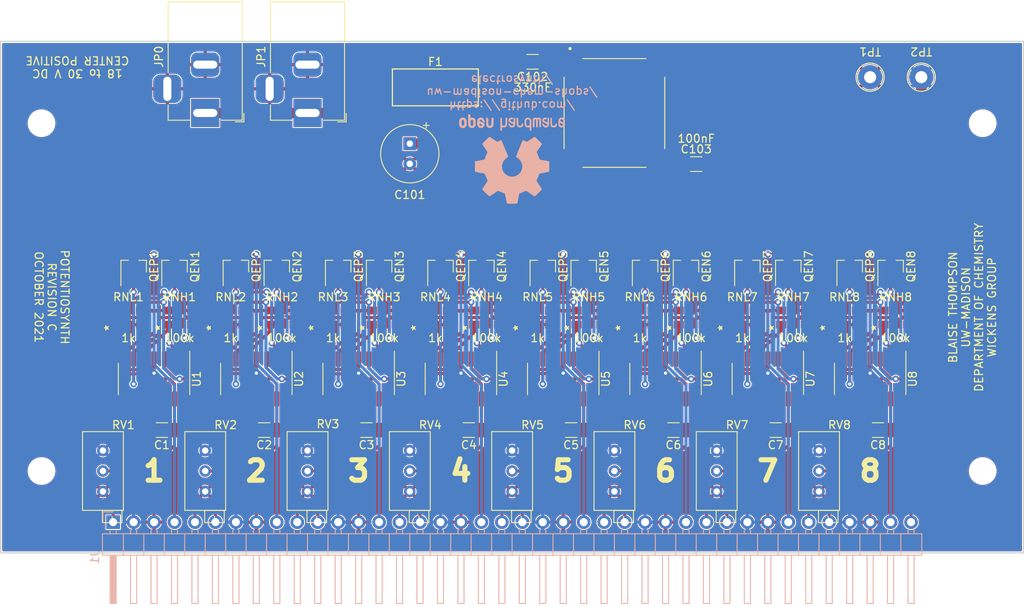
<source format=kicad_pcb>
(kicad_pcb (version 20171130) (host pcbnew 5.99.0+really5.1.10+dfsg1-1+b1)
  (title_block (title potentiosynth) (date 2021-10-12) (rev C) (company "University of Wisconsin-Madison") (comment 1 "Department of Chemistry") (comment 2 "Wickens Group") (comment 3 "Blaise Thompson") (comment 4 blaise.thompson@wisc.edu))
  (layers (0 F.Cu signal) (31 B.Cu signal) (34 B.Paste user) (35 F.Paste user) (36 B.SilkS user) (37 F.SilkS user) (38 B.Mask user) (39 F.Mask user) (44 Edge.Cuts user))
  (net 0 "")
  (net 1 +15V)
  (net 2 GND)
  (net 3 /8/ERROR)
  (net 4 /7/ERROR)
  (net 5 /6/ERROR)
  (net 6 /5/ERROR)
  (net 7 /4/ERROR)
  (net 8 /3/ERROR)
  (net 9 /2/ERROR)
  (net 10 /1/ERROR)
  (net 11 /8/COUNTER)
  (net 12 /8/REFERENCE)
  (net 13 /7/COUNTER)
  (net 14 /7/REFERENCE)
  (net 15 /6/COUNTER)
  (net 16 /6/REFERENCE)
  (net 17 /5/COUNTER)
  (net 18 /5/REFERENCE)
  (net 19 /4/COUNTER)
  (net 20 /4/REFERENCE)
  (net 21 /3/COUNTER)
  (net 22 /3/REFERENCE)
  (net 23 /2/COUNTER)
  (net 24 /2/REFERENCE)
  (net 25 /1/COUNTER)
  (net 26 /1/REFERENCE)
  (net 27 "Net-(F1-Pad1)")
  (net 28 "Net-(RNL1-Pad1)")
  (net 29 "Net-(RNL2-Pad1)")
  (net 30 "Net-(RNL3-Pad1)")
  (net 31 "Net-(RNL4-Pad1)")
  (net 32 "Net-(RNL5-Pad1)")
  (net 33 "Net-(RNL6-Pad1)")
  (net 34 "Net-(RNL7-Pad1)")
  (net 35 "Net-(RNL8-Pad1)")
  (net 36 "Net-(QEN1-Pad1)")
  (net 37 "Net-(QEN2-Pad1)")
  (net 38 "Net-(QEN3-Pad1)")
  (net 39 "Net-(QEN4-Pad1)")
  (net 40 "Net-(QEN5-Pad1)")
  (net 41 "Net-(QEN6-Pad1)")
  (net 42 "Net-(QEN7-Pad1)")
  (net 43 "Net-(QEN8-Pad1)")
  (net 44 "Net-(QEP1-Pad1)")
  (net 45 "Net-(QEP2-Pad1)")
  (net 46 "Net-(QEP3-Pad1)")
  (net 47 "Net-(QEP4-Pad1)")
  (net 48 "Net-(QEP5-Pad1)")
  (net 49 "Net-(QEP6-Pad1)")
  (net 50 "Net-(QEP7-Pad1)")
  (net 51 "Net-(QEP8-Pad1)")
  (net 52 "Net-(RNH1-Pad8)")
  (net 53 "Net-(RNH1-Pad3)")
  (net 54 "Net-(RNH2-Pad8)")
  (net 55 "Net-(RNH2-Pad3)")
  (net 56 "Net-(RNH3-Pad8)")
  (net 57 "Net-(RNH3-Pad3)")
  (net 58 "Net-(RNH4-Pad8)")
  (net 59 "Net-(RNH4-Pad3)")
  (net 60 "Net-(RNH5-Pad8)")
  (net 61 "Net-(RNH5-Pad3)")
  (net 62 "Net-(RNH6-Pad8)")
  (net 63 "Net-(RNH6-Pad3)")
  (net 64 "Net-(RNH7-Pad8)")
  (net 65 "Net-(RNH7-Pad3)")
  (net 66 "Net-(RNH8-Pad8)")
  (net 67 "Net-(RNH8-Pad3)")
  (net 68 "Net-(RNH1-Pad2)")
  (net 69 "Net-(RNH2-Pad2)")
  (net 70 "Net-(RNH3-Pad2)")
  (net 71 "Net-(RNH4-Pad2)")
  (net 72 "Net-(RNH5-Pad2)")
  (net 73 "Net-(RNH6-Pad2)")
  (net 74 "Net-(RNH7-Pad2)")
  (net 75 "Net-(RNH8-Pad2)")
  (net 76 "Net-(RNH1-Pad4)")
  (net 77 "Net-(RNH2-Pad4)")
  (net 78 "Net-(RNH3-Pad4)")
  (net 79 "Net-(RNH4-Pad4)")
  (net 80 "Net-(RNH5-Pad4)")
  (net 81 "Net-(RNH6-Pad4)")
  (net 82 "Net-(RNH7-Pad4)")
  (net 83 "Net-(RNH8-Pad4)")
  (net 84 "Net-(RNL1-Pad3)")
  (net 85 "Net-(RNL2-Pad3)")
  (net 86 "Net-(RNL3-Pad3)")
  (net 87 "Net-(RNL4-Pad3)")
  (net 88 "Net-(RNL5-Pad3)")
  (net 89 "Net-(RNL6-Pad3)")
  (net 90 "Net-(RNL7-Pad3)")
  (net 91 "Net-(RNL8-Pad3)")
  (net 92 "Net-(C101-Pad1)")
  (module Symbol:OSHW-Logo2_14.6x12mm_SilkScreen (layer B.Cu) (at 114.3 78.105)
    (fp_text reference REF** hide)
    (fp_text value OSHW-Logo2_14.6x12mm_SilkScreen hide)
  )
  (module Capacitor_SMD:C_1206_3216Metric_Pad1.33x1.80mm_HandSolder (layer F.Cu) (at 116.84 66.04 180)
    (fp_text reference C102 (at 0 -1.85) (layer F.SilkS))
    (fp_text value 330nF (at 0 -3.175) (layer F.SilkS))
    (pad 2 smd roundrect (at 1.5625 0 180) (size 1.325 1.8) (layers F.Cu F.Paste F.Mask) (roundrect_rratio 0.1886777358490566) (net 2 GND))
    (pad 1 smd roundrect (at -1.5625 0 180) (size 1.325 1.8) (layers F.Cu F.Paste F.Mask) (roundrect_rratio 0.1886777358490566) (net 92 "Net-(C101-Pad1)"))
  )
  (module Capacitor_SMD:C_1206_3216Metric_Pad1.33x1.80mm_HandSolder (layer F.Cu) (at 137.16 78.74)
    (fp_text reference C103 (at 0 -1.85) (layer F.SilkS))
    (fp_text value 100nF (at 0 -3.175) (layer F.SilkS))
    (pad 2 smd roundrect (at 1.5625 0) (size 1.325 1.8) (layers F.Cu F.Paste F.Mask) (roundrect_rratio 0.1886777358490566) (net 2 GND))
    (pad 1 smd roundrect (at -1.5625 0) (size 1.325 1.8) (layers F.Cu F.Paste F.Mask) (roundrect_rratio 0.1886777358490566) (net 1 +15V))
  )
  (module Package_SO:SOIC-14_3.9x8.7mm_P1.27mm (layer F.Cu) (at 69.85 105.41 270)
    (fp_text reference U1 (at 0 -5.28 90) (layer F.SilkS))
    (fp_text value TLV9154IDR)
    (pad 14 smd roundrect (at 2.475 -3.81 270) (size 1.95 0.6) (layers F.Cu F.Paste F.Mask) (net 25 /1/COUNTER))
    (pad 13 smd roundrect (at 2.475 -2.54 270) (size 1.95 0.6) (layers F.Cu F.Paste F.Mask) (net 26 /1/REFERENCE))
    (pad 12 smd roundrect (at 2.475 -1.27 270) (size 1.95 0.6) (layers F.Cu F.Paste F.Mask) (net 28 "Net-(RNL1-Pad1)"))
    (pad 11 smd roundrect (at 2.475 0 270) (size 1.95 0.6) (layers F.Cu F.Paste F.Mask) (net 2 GND))
    (pad 10 smd roundrect (at 2.475 1.27 270) (size 1.95 0.6) (layers F.Cu F.Paste F.Mask) (net 26 /1/REFERENCE))
    (pad 9 smd roundrect (at 2.475 2.54 270) (size 1.95 0.6) (layers F.Cu F.Paste F.Mask) (net 84 "Net-(RNL1-Pad3)"))
    (pad 8 smd roundrect (at 2.475 3.81 270) (size 1.95 0.6) (layers F.Cu F.Paste F.Mask) (net 84 "Net-(RNL1-Pad3)"))
    (pad 7 smd roundrect (at -2.475 3.81 270) (size 1.95 0.6) (layers F.Cu F.Paste F.Mask) (net 44 "Net-(QEP1-Pad1)"))
    (pad 6 smd roundrect (at -2.475 2.54 270) (size 1.95 0.6) (layers F.Cu F.Paste F.Mask) (net 52 "Net-(RNH1-Pad8)"))
    (pad 5 smd roundrect (at -2.475 1.27 270) (size 1.95 0.6) (layers F.Cu F.Paste F.Mask) (net 53 "Net-(RNH1-Pad3)"))
    (pad 4 smd roundrect (at -2.475 0 270) (size 1.95 0.6) (layers F.Cu F.Paste F.Mask) (net 1 +15V))
    (pad 3 smd roundrect (at -2.475 -1.27 270) (size 1.95 0.6) (layers F.Cu F.Paste F.Mask) (net 76 "Net-(RNH1-Pad4)"))
    (pad 2 smd roundrect (at -2.475 -2.54 270) (size 1.95 0.6) (layers F.Cu F.Paste F.Mask) (net 68 "Net-(RNH1-Pad2)"))
    (pad 1 smd roundrect (at -2.475 -3.81 270) (size 1.95 0.6) (layers F.Cu F.Paste F.Mask) (net 36 "Net-(QEN1-Pad1)"))
  )
  (module Package_SO:SOIC-14_3.9x8.7mm_P1.27mm (layer F.Cu) (at 95.25 105.41 270)
    (fp_text reference U3 (at 0 -5.28 90) (layer F.SilkS))
    (fp_text value TLV9154IDR)
    (pad 14 smd roundrect (at 2.475 -3.81 270) (size 1.95 0.6) (layers F.Cu F.Paste F.Mask) (net 21 /3/COUNTER))
    (pad 13 smd roundrect (at 2.475 -2.54 270) (size 1.95 0.6) (layers F.Cu F.Paste F.Mask) (net 22 /3/REFERENCE))
    (pad 12 smd roundrect (at 2.475 -1.27 270) (size 1.95 0.6) (layers F.Cu F.Paste F.Mask) (net 30 "Net-(RNL3-Pad1)"))
    (pad 11 smd roundrect (at 2.475 0 270) (size 1.95 0.6) (layers F.Cu F.Paste F.Mask) (net 2 GND))
    (pad 10 smd roundrect (at 2.475 1.27 270) (size 1.95 0.6) (layers F.Cu F.Paste F.Mask) (net 22 /3/REFERENCE))
    (pad 9 smd roundrect (at 2.475 2.54 270) (size 1.95 0.6) (layers F.Cu F.Paste F.Mask) (net 86 "Net-(RNL3-Pad3)"))
    (pad 8 smd roundrect (at 2.475 3.81 270) (size 1.95 0.6) (layers F.Cu F.Paste F.Mask) (net 86 "Net-(RNL3-Pad3)"))
    (pad 7 smd roundrect (at -2.475 3.81 270) (size 1.95 0.6) (layers F.Cu F.Paste F.Mask) (net 46 "Net-(QEP3-Pad1)"))
    (pad 6 smd roundrect (at -2.475 2.54 270) (size 1.95 0.6) (layers F.Cu F.Paste F.Mask) (net 56 "Net-(RNH3-Pad8)"))
    (pad 5 smd roundrect (at -2.475 1.27 270) (size 1.95 0.6) (layers F.Cu F.Paste F.Mask) (net 57 "Net-(RNH3-Pad3)"))
    (pad 4 smd roundrect (at -2.475 0 270) (size 1.95 0.6) (layers F.Cu F.Paste F.Mask) (net 1 +15V))
    (pad 3 smd roundrect (at -2.475 -1.27 270) (size 1.95 0.6) (layers F.Cu F.Paste F.Mask) (net 78 "Net-(RNH3-Pad4)"))
    (pad 2 smd roundrect (at -2.475 -2.54 270) (size 1.95 0.6) (layers F.Cu F.Paste F.Mask) (net 70 "Net-(RNH3-Pad2)"))
    (pad 1 smd roundrect (at -2.475 -3.81 270) (size 1.95 0.6) (layers F.Cu F.Paste F.Mask) (net 38 "Net-(QEN3-Pad1)"))
  )
  (module Potentiometer_THT:Potentiometer_Bourns_3296X_Horizontal (layer F.Cu) (at 76.2 114.3 90)
    (fp_text reference RV2 (at 3.175 2.54 180) (layer F.SilkS))
    (fp_text value 2k)
    (pad 3 thru_hole circle (at -5.08 0 90) (size 1.44 1.44) (drill 0.8) (layers *.Cu *.Mask) (net 2 GND))
    (pad 2 thru_hole circle (at -2.54 0 90) (size 1.44 1.44) (drill 0.8) (layers *.Cu *.Mask) (net 29 "Net-(RNL2-Pad1)"))
    (pad 1 thru_hole circle (at 0 0 90) (size 1.44 1.44) (drill 0.8) (layers *.Cu *.Mask) (net 1 +15V))
  )
  (module Capacitor_SMD:C_1206_3216Metric_Pad1.33x1.80mm_HandSolder (layer F.Cu) (at 147.0275 111.76 180)
    (fp_text reference C7 (at 0 -1.85) (layer F.SilkS))
    (fp_text value C)
    (pad 2 smd roundrect (at 1.5625 0 180) (size 1.325 1.8) (layers F.Cu F.Paste F.Mask) (roundrect_rratio 0.1886777358490566) (net 2 GND))
    (pad 1 smd roundrect (at -1.5625 0 180) (size 1.325 1.8) (layers F.Cu F.Paste F.Mask) (roundrect_rratio 0.1886777358490566) (net 14 /7/REFERENCE))
  )
  (module Capacitor_SMD:C_1206_3216Metric_Pad1.33x1.80mm_HandSolder (layer F.Cu) (at 134.3275 111.76 180)
    (fp_text reference C6 (at 0 -1.85) (layer F.SilkS))
    (fp_text value C)
    (pad 2 smd roundrect (at 1.5625 0 180) (size 1.325 1.8) (layers F.Cu F.Paste F.Mask) (roundrect_rratio 0.1886777358490566) (net 2 GND))
    (pad 1 smd roundrect (at -1.5625 0 180) (size 1.325 1.8) (layers F.Cu F.Paste F.Mask) (roundrect_rratio 0.1886777358490566) (net 16 /6/REFERENCE))
  )
  (module Capacitor_SMD:C_1206_3216Metric_Pad1.33x1.80mm_HandSolder (layer F.Cu) (at 121.6275 111.76 180)
    (fp_text reference C5 (at 0 -1.85) (layer F.SilkS))
    (fp_text value C)
    (pad 2 smd roundrect (at 1.5625 0 180) (size 1.325 1.8) (layers F.Cu F.Paste F.Mask) (roundrect_rratio 0.1886777358490566) (net 2 GND))
    (pad 1 smd roundrect (at -1.5625 0 180) (size 1.325 1.8) (layers F.Cu F.Paste F.Mask) (roundrect_rratio 0.1886777358490566) (net 18 /5/REFERENCE))
  )
  (module Capacitor_SMD:C_1206_3216Metric_Pad1.33x1.80mm_HandSolder (layer F.Cu) (at 96.2275 111.76 180)
    (fp_text reference C3 (at 0 -1.85) (layer F.SilkS))
    (fp_text value C)
    (pad 2 smd roundrect (at 1.5625 0 180) (size 1.325 1.8) (layers F.Cu F.Paste F.Mask) (roundrect_rratio 0.1886777358490566) (net 2 GND))
    (pad 1 smd roundrect (at -1.5625 0 180) (size 1.325 1.8) (layers F.Cu F.Paste F.Mask) (roundrect_rratio 0.1886777358490566) (net 22 /3/REFERENCE))
  )
  (module Capacitor_SMD:C_1206_3216Metric_Pad1.33x1.80mm_HandSolder (layer F.Cu) (at 70.8275 111.76 180)
    (fp_text reference C1 (at 0 -1.85) (layer F.SilkS))
    (fp_text value C)
    (pad 2 smd roundrect (at 1.5625 0 180) (size 1.325 1.8) (layers F.Cu F.Paste F.Mask) (roundrect_rratio 0.1886777358490566) (net 2 GND))
    (pad 1 smd roundrect (at -1.5625 0 180) (size 1.325 1.8) (layers F.Cu F.Paste F.Mask) (roundrect_rratio 0.1886777358490566) (net 26 /1/REFERENCE))
  )
  (module Capacitor_SMD:C_1206_3216Metric_Pad1.33x1.80mm_HandSolder (layer F.Cu) (at 83.5275 111.76 180)
    (fp_text reference C2 (at 0 -1.85) (layer F.SilkS))
    (fp_text value C)
    (pad 2 smd roundrect (at 1.5625 0 180) (size 1.325 1.8) (layers F.Cu F.Paste F.Mask) (roundrect_rratio 0.1886777358490566) (net 2 GND))
    (pad 1 smd roundrect (at -1.5625 0 180) (size 1.325 1.8) (layers F.Cu F.Paste F.Mask) (roundrect_rratio 0.1886777358490566) (net 24 /2/REFERENCE))
  )
  (module Capacitor_SMD:C_1206_3216Metric_Pad1.33x1.80mm_HandSolder (layer F.Cu) (at 108.9275 111.76 180)
    (fp_text reference C4 (at 0 -1.85) (layer F.SilkS))
    (fp_text value C)
    (pad 2 smd roundrect (at 1.5625 0 180) (size 1.325 1.8) (layers F.Cu F.Paste F.Mask) (roundrect_rratio 0.1886777358490566) (net 2 GND))
    (pad 1 smd roundrect (at -1.5625 0 180) (size 1.325 1.8) (layers F.Cu F.Paste F.Mask) (roundrect_rratio 0.1886777358490566) (net 20 /4/REFERENCE))
  )
  (module Capacitor_SMD:C_1206_3216Metric_Pad1.33x1.80mm_HandSolder (layer F.Cu) (at 159.7275 111.76 180)
    (fp_text reference C8 (at 0 -1.85) (layer F.SilkS))
    (fp_text value C)
    (pad 2 smd roundrect (at 1.5625 0 180) (size 1.325 1.8) (layers F.Cu F.Paste F.Mask) (roundrect_rratio 0.1886777358490566) (net 2 GND))
    (pad 1 smd roundrect (at -1.5625 0 180) (size 1.325 1.8) (layers F.Cu F.Paste F.Mask) (roundrect_rratio 0.1886777358490566) (net 12 /8/REFERENCE))
  )
  (module Package_TO_SOT_SMD:SOT-23_Handsoldering (layer F.Cu) (at 85.09 91.44 90)
    (fp_text reference QEN2 (at 0 2.54 90) (layer F.SilkS))
    (fp_text value 2N70002K)
    (pad 3 smd rect (at 1.5 0 90) (size 1.9 0.8) (layers F.Cu F.Paste F.Mask) (net 9 /2/ERROR))
    (pad 2 smd rect (at -1.5 0.95 90) (size 1.9 0.8) (layers F.Cu F.Paste F.Mask) (net 2 GND))
    (pad 1 smd rect (at -1.5 -0.95 90) (size 1.9 0.8) (layers F.Cu F.Paste F.Mask) (net 37 "Net-(QEN2-Pad1)"))
  )
  (module footprints:CAY16-104J4LF (layer F.Cu) (at 85.725 97.79 90)
    (fp_text reference RNH2 (at 2.54 0) (layer F.SilkS))
    (fp_text value 100k (at -2.54 0 180) (layer F.SilkS))
    (fp_text user * (at -1.2827 -2.413 90) (layer F.SilkS))
    (fp_text user * (at -1.2827 -2.413 90) (layer F.SilkS))
    (pad 1 smd rect (at -0.8763 -1.5367 90) (size 0.9652 1.2446) (layers F.Cu F.Paste F.Mask) (net 45 "Net-(QEP2-Pad1)"))
    (pad 2 smd rect (at -0.8763 -0.41529 90) (size 0.9652 0.6604) (layers F.Cu F.Paste F.Mask) (net 69 "Net-(RNH2-Pad2)"))
    (pad 3 smd rect (at -0.8763 0.41402 90) (size 0.9652 0.6604) (layers F.Cu F.Paste F.Mask) (net 55 "Net-(RNH2-Pad3)"))
    (pad 4 smd rect (at -0.8763 1.5367 90) (size 0.9652 1.2446) (layers F.Cu F.Paste F.Mask) (net 77 "Net-(RNH2-Pad4)"))
    (pad 5 smd rect (at 0.8763 1.5367 90) (size 0.9652 1.2446) (layers F.Cu F.Paste F.Mask) (net 2 GND))
    (pad 6 smd rect (at 0.8763 0.41529 90) (size 0.9652 0.6604) (layers F.Cu F.Paste F.Mask) (net 2 GND))
    (pad 7 smd rect (at 0.8763 -0.41402 90) (size 0.9652 0.6604) (layers F.Cu F.Paste F.Mask) (net 37 "Net-(QEN2-Pad1)"))
    (pad 8 smd rect (at 0.8763 -1.5367 90) (size 0.9652 1.2446) (layers F.Cu F.Paste F.Mask) (net 54 "Net-(RNH2-Pad8)"))
  )
  (module footprints:CAY16-104J4LF (layer F.Cu) (at 79.375 97.79 90)
    (fp_text reference RNL2 (at 2.54 0) (layer F.SilkS))
    (fp_text value 1k (at -2.54 0 180) (layer F.SilkS))
    (fp_text user * (at -1.2827 -2.413 90) (layer F.SilkS))
    (fp_text user * (at -1.2827 -2.413 90) (layer F.SilkS))
    (pad 8 smd rect (at 0.8763 -1.5367 90) (size 0.9652 1.2446) (layers F.Cu F.Paste F.Mask) (net 55 "Net-(RNH2-Pad3)"))
    (pad 7 smd rect (at 0.8763 -0.41402 90) (size 0.9652 0.6604) (layers F.Cu F.Paste F.Mask) (net 69 "Net-(RNH2-Pad2)"))
    (pad 6 smd rect (at 0.8763 0.41529 90) (size 0.9652 0.6604) (layers F.Cu F.Paste F.Mask) (net 77 "Net-(RNH2-Pad4)"))
    (pad 5 smd rect (at 0.8763 1.5367 90) (size 0.9652 1.2446) (layers F.Cu F.Paste F.Mask) (net 54 "Net-(RNH2-Pad8)"))
    (pad 4 smd rect (at -0.8763 1.5367 90) (size 0.9652 1.2446) (layers F.Cu F.Paste F.Mask) (net 85 "Net-(RNL2-Pad3)"))
    (pad 3 smd rect (at -0.8763 0.41402 90) (size 0.9652 0.6604) (layers F.Cu F.Paste F.Mask) (net 85 "Net-(RNL2-Pad3)"))
    (pad 2 smd rect (at -0.8763 -0.41529 90) (size 0.9652 0.6604) (layers F.Cu F.Paste F.Mask) (net 29 "Net-(RNL2-Pad1)"))
    (pad 1 smd rect (at -0.8763 -1.5367 90) (size 0.9652 1.2446) (layers F.Cu F.Paste F.Mask) (net 29 "Net-(RNL2-Pad1)"))
  )
  (module footprints:CAY16-104J4LF (layer F.Cu) (at 155.575 97.79 90)
    (fp_text reference RNL8 (at 2.54 0 180) (layer F.SilkS))
    (fp_text value 1k (at -2.54 0 180) (layer F.SilkS))
    (fp_text user * (at -1.2827 -2.413 90) (layer F.SilkS))
    (fp_text user * (at -1.2827 -2.413 90) (layer F.SilkS))
    (pad 8 smd rect (at 0.8763 -1.5367 90) (size 0.9652 1.2446) (layers F.Cu F.Paste F.Mask) (net 67 "Net-(RNH8-Pad3)"))
    (pad 7 smd rect (at 0.8763 -0.41402 90) (size 0.9652 0.6604) (layers F.Cu F.Paste F.Mask) (net 75 "Net-(RNH8-Pad2)"))
    (pad 6 smd rect (at 0.8763 0.41529 90) (size 0.9652 0.6604) (layers F.Cu F.Paste F.Mask) (net 83 "Net-(RNH8-Pad4)"))
    (pad 5 smd rect (at 0.8763 1.5367 90) (size 0.9652 1.2446) (layers F.Cu F.Paste F.Mask) (net 66 "Net-(RNH8-Pad8)"))
    (pad 4 smd rect (at -0.8763 1.5367 90) (size 0.9652 1.2446) (layers F.Cu F.Paste F.Mask) (net 91 "Net-(RNL8-Pad3)"))
    (pad 3 smd rect (at -0.8763 0.41402 90) (size 0.9652 0.6604) (layers F.Cu F.Paste F.Mask) (net 91 "Net-(RNL8-Pad3)"))
    (pad 2 smd rect (at -0.8763 -0.41529 90) (size 0.9652 0.6604) (layers F.Cu F.Paste F.Mask) (net 35 "Net-(RNL8-Pad1)"))
    (pad 1 smd rect (at -0.8763 -1.5367 90) (size 0.9652 1.2446) (layers F.Cu F.Paste F.Mask) (net 35 "Net-(RNL8-Pad1)"))
  )
  (module footprints:CAY16-104J4LF (layer F.Cu) (at 142.875 97.79 90)
    (fp_text reference RNL7 (at 2.54 0 180) (layer F.SilkS))
    (fp_text value 1k (at -2.54 0 180) (layer F.SilkS))
    (fp_text user * (at -1.2827 -2.413 90) (layer F.SilkS))
    (fp_text user * (at -1.2827 -2.413 90) (layer F.SilkS))
    (pad 8 smd rect (at 0.8763 -1.5367 90) (size 0.9652 1.2446) (layers F.Cu F.Paste F.Mask) (net 65 "Net-(RNH7-Pad3)"))
    (pad 7 smd rect (at 0.8763 -0.41402 90) (size 0.9652 0.6604) (layers F.Cu F.Paste F.Mask) (net 74 "Net-(RNH7-Pad2)"))
    (pad 6 smd rect (at 0.8763 0.41529 90) (size 0.9652 0.6604) (layers F.Cu F.Paste F.Mask) (net 82 "Net-(RNH7-Pad4)"))
    (pad 5 smd rect (at 0.8763 1.5367 90) (size 0.9652 1.2446) (layers F.Cu F.Paste F.Mask) (net 64 "Net-(RNH7-Pad8)"))
    (pad 4 smd rect (at -0.8763 1.5367 90) (size 0.9652 1.2446) (layers F.Cu F.Paste F.Mask) (net 90 "Net-(RNL7-Pad3)"))
    (pad 3 smd rect (at -0.8763 0.41402 90) (size 0.9652 0.6604) (layers F.Cu F.Paste F.Mask) (net 90 "Net-(RNL7-Pad3)"))
    (pad 2 smd rect (at -0.8763 -0.41529 90) (size 0.9652 0.6604) (layers F.Cu F.Paste F.Mask) (net 34 "Net-(RNL7-Pad1)"))
    (pad 1 smd rect (at -0.8763 -1.5367 90) (size 0.9652 1.2446) (layers F.Cu F.Paste F.Mask) (net 34 "Net-(RNL7-Pad1)"))
  )
  (module footprints:CAY16-104J4LF (layer F.Cu) (at 130.175 97.79 90)
    (fp_text reference RNL6 (at 2.54 0 180) (layer F.SilkS))
    (fp_text value 1k (at -2.54 0 180) (layer F.SilkS))
    (fp_text user * (at -1.2827 -2.413 90) (layer F.SilkS))
    (fp_text user * (at -1.2827 -2.413 90) (layer F.SilkS))
    (pad 8 smd rect (at 0.8763 -1.5367 90) (size 0.9652 1.2446) (layers F.Cu F.Paste F.Mask) (net 63 "Net-(RNH6-Pad3)"))
    (pad 7 smd rect (at 0.8763 -0.41402 90) (size 0.9652 0.6604) (layers F.Cu F.Paste F.Mask) (net 73 "Net-(RNH6-Pad2)"))
    (pad 6 smd rect (at 0.8763 0.41529 90) (size 0.9652 0.6604) (layers F.Cu F.Paste F.Mask) (net 81 "Net-(RNH6-Pad4)"))
    (pad 5 smd rect (at 0.8763 1.5367 90) (size 0.9652 1.2446) (layers F.Cu F.Paste F.Mask) (net 62 "Net-(RNH6-Pad8)"))
    (pad 4 smd rect (at -0.8763 1.5367 90) (size 0.9652 1.2446) (layers F.Cu F.Paste F.Mask) (net 89 "Net-(RNL6-Pad3)"))
    (pad 3 smd rect (at -0.8763 0.41402 90) (size 0.9652 0.6604) (layers F.Cu F.Paste F.Mask) (net 89 "Net-(RNL6-Pad3)"))
    (pad 2 smd rect (at -0.8763 -0.41529 90) (size 0.9652 0.6604) (layers F.Cu F.Paste F.Mask) (net 33 "Net-(RNL6-Pad1)"))
    (pad 1 smd rect (at -0.8763 -1.5367 90) (size 0.9652 1.2446) (layers F.Cu F.Paste F.Mask) (net 33 "Net-(RNL6-Pad1)"))
  )
  (module footprints:CAY16-104J4LF (layer F.Cu) (at 117.475 97.79 90)
    (fp_text reference RNL5 (at 2.54 0 180) (layer F.SilkS))
    (fp_text value 1k (at -2.54 0 180) (layer F.SilkS))
    (fp_text user * (at -1.2827 -2.413 90) (layer F.SilkS))
    (fp_text user * (at -1.2827 -2.413 90) (layer F.SilkS))
    (pad 8 smd rect (at 0.8763 -1.5367 90) (size 0.9652 1.2446) (layers F.Cu F.Paste F.Mask) (net 61 "Net-(RNH5-Pad3)"))
    (pad 7 smd rect (at 0.8763 -0.41402 90) (size 0.9652 0.6604) (layers F.Cu F.Paste F.Mask) (net 72 "Net-(RNH5-Pad2)"))
    (pad 6 smd rect (at 0.8763 0.41529 90) (size 0.9652 0.6604) (layers F.Cu F.Paste F.Mask) (net 80 "Net-(RNH5-Pad4)"))
    (pad 5 smd rect (at 0.8763 1.5367 90) (size 0.9652 1.2446) (layers F.Cu F.Paste F.Mask) (net 60 "Net-(RNH5-Pad8)"))
    (pad 4 smd rect (at -0.8763 1.5367 90) (size 0.9652 1.2446) (layers F.Cu F.Paste F.Mask) (net 88 "Net-(RNL5-Pad3)"))
    (pad 3 smd rect (at -0.8763 0.41402 90) (size 0.9652 0.6604) (layers F.Cu F.Paste F.Mask) (net 88 "Net-(RNL5-Pad3)"))
    (pad 2 smd rect (at -0.8763 -0.41529 90) (size 0.9652 0.6604) (layers F.Cu F.Paste F.Mask) (net 32 "Net-(RNL5-Pad1)"))
    (pad 1 smd rect (at -0.8763 -1.5367 90) (size 0.9652 1.2446) (layers F.Cu F.Paste F.Mask) (net 32 "Net-(RNL5-Pad1)"))
  )
  (module footprints:CAY16-104J4LF (layer F.Cu) (at 104.775 97.79 90)
    (fp_text reference RNL4 (at 2.54 0 180) (layer F.SilkS))
    (fp_text value 1k (at -2.54 0 180) (layer F.SilkS))
    (fp_text user * (at -1.2827 -2.413 90) (layer F.SilkS))
    (fp_text user * (at -1.2827 -2.413 90) (layer F.SilkS))
    (pad 8 smd rect (at 0.8763 -1.5367 90) (size 0.9652 1.2446) (layers F.Cu F.Paste F.Mask) (net 59 "Net-(RNH4-Pad3)"))
    (pad 7 smd rect (at 0.8763 -0.41402 90) (size 0.9652 0.6604) (layers F.Cu F.Paste F.Mask) (net 71 "Net-(RNH4-Pad2)"))
    (pad 6 smd rect (at 0.8763 0.41529 90) (size 0.9652 0.6604) (layers F.Cu F.Paste F.Mask) (net 79 "Net-(RNH4-Pad4)"))
    (pad 5 smd rect (at 0.8763 1.5367 90) (size 0.9652 1.2446) (layers F.Cu F.Paste F.Mask) (net 58 "Net-(RNH4-Pad8)"))
    (pad 4 smd rect (at -0.8763 1.5367 90) (size 0.9652 1.2446) (layers F.Cu F.Paste F.Mask) (net 87 "Net-(RNL4-Pad3)"))
    (pad 3 smd rect (at -0.8763 0.41402 90) (size 0.9652 0.6604) (layers F.Cu F.Paste F.Mask) (net 87 "Net-(RNL4-Pad3)"))
    (pad 2 smd rect (at -0.8763 -0.41529 90) (size 0.9652 0.6604) (layers F.Cu F.Paste F.Mask) (net 31 "Net-(RNL4-Pad1)"))
    (pad 1 smd rect (at -0.8763 -1.5367 90) (size 0.9652 1.2446) (layers F.Cu F.Paste F.Mask) (net 31 "Net-(RNL4-Pad1)"))
  )
  (module footprints:CAY16-104J4LF (layer F.Cu) (at 92.075 97.79 90)
    (fp_text reference RNL3 (at 2.54 0 180) (layer F.SilkS))
    (fp_text value 1k (at -2.54 0 180) (layer F.SilkS))
    (fp_text user * (at -1.2827 -2.413 90) (layer F.SilkS))
    (fp_text user * (at -1.2827 -2.413 90) (layer F.SilkS))
    (pad 8 smd rect (at 0.8763 -1.5367 90) (size 0.9652 1.2446) (layers F.Cu F.Paste F.Mask) (net 57 "Net-(RNH3-Pad3)"))
    (pad 7 smd rect (at 0.8763 -0.41402 90) (size 0.9652 0.6604) (layers F.Cu F.Paste F.Mask) (net 70 "Net-(RNH3-Pad2)"))
    (pad 6 smd rect (at 0.8763 0.41529 90) (size 0.9652 0.6604) (layers F.Cu F.Paste F.Mask) (net 78 "Net-(RNH3-Pad4)"))
    (pad 5 smd rect (at 0.8763 1.5367 90) (size 0.9652 1.2446) (layers F.Cu F.Paste F.Mask) (net 56 "Net-(RNH3-Pad8)"))
    (pad 4 smd rect (at -0.8763 1.5367 90) (size 0.9652 1.2446) (layers F.Cu F.Paste F.Mask) (net 86 "Net-(RNL3-Pad3)"))
    (pad 3 smd rect (at -0.8763 0.41402 90) (size 0.9652 0.6604) (layers F.Cu F.Paste F.Mask) (net 86 "Net-(RNL3-Pad3)"))
    (pad 2 smd rect (at -0.8763 -0.41529 90) (size 0.9652 0.6604) (layers F.Cu F.Paste F.Mask) (net 30 "Net-(RNL3-Pad1)"))
    (pad 1 smd rect (at -0.8763 -1.5367 90) (size 0.9652 1.2446) (layers F.Cu F.Paste F.Mask) (net 30 "Net-(RNL3-Pad1)"))
  )
  (module footprints:CAY16-104J4LF (layer F.Cu) (at 66.675 97.79 90)
    (fp_text reference RNL1 (at 2.54 0 180) (layer F.SilkS))
    (fp_text value 1k (at -2.54 0 180) (layer F.SilkS))
    (fp_text user * (at -1.2827 -2.413 90) (layer F.SilkS))
    (fp_text user * (at -1.2827 -2.413 90) (layer F.SilkS))
    (pad 8 smd rect (at 0.8763 -1.5367 90) (size 0.9652 1.2446) (layers F.Cu F.Paste F.Mask) (net 53 "Net-(RNH1-Pad3)"))
    (pad 7 smd rect (at 0.8763 -0.41402 90) (size 0.9652 0.6604) (layers F.Cu F.Paste F.Mask) (net 68 "Net-(RNH1-Pad2)"))
    (pad 6 smd rect (at 0.8763 0.41529 90) (size 0.9652 0.6604) (layers F.Cu F.Paste F.Mask) (net 76 "Net-(RNH1-Pad4)"))
    (pad 5 smd rect (at 0.8763 1.5367 90) (size 0.9652 1.2446) (layers F.Cu F.Paste F.Mask) (net 52 "Net-(RNH1-Pad8)"))
    (pad 4 smd rect (at -0.8763 1.5367 90) (size 0.9652 1.2446) (layers F.Cu F.Paste F.Mask) (net 84 "Net-(RNL1-Pad3)"))
    (pad 3 smd rect (at -0.8763 0.41402 90) (size 0.9652 0.6604) (layers F.Cu F.Paste F.Mask) (net 84 "Net-(RNL1-Pad3)"))
    (pad 2 smd rect (at -0.8763 -0.41529 90) (size 0.9652 0.6604) (layers F.Cu F.Paste F.Mask) (net 28 "Net-(RNL1-Pad1)"))
    (pad 1 smd rect (at -0.8763 -1.5367 90) (size 0.9652 1.2446) (layers F.Cu F.Paste F.Mask) (net 28 "Net-(RNL1-Pad1)"))
  )
  (module footprints:CAY16-104J4LF (layer F.Cu) (at 161.925 97.79 90)
    (fp_text reference RNH8 (at 2.54 0 180) (layer F.SilkS))
    (fp_text value 100k (at -2.54 0 180) (layer F.SilkS))
    (fp_text user * (at -1.2827 -2.413 90) (layer F.SilkS))
    (fp_text user * (at -1.2827 -2.413 90) (layer F.SilkS))
    (pad 8 smd rect (at 0.8763 -1.5367 90) (size 0.9652 1.2446) (layers F.Cu F.Paste F.Mask) (net 66 "Net-(RNH8-Pad8)"))
    (pad 7 smd rect (at 0.8763 -0.41402 90) (size 0.9652 0.6604) (layers F.Cu F.Paste F.Mask) (net 43 "Net-(QEN8-Pad1)"))
    (pad 6 smd rect (at 0.8763 0.41529 90) (size 0.9652 0.6604) (layers F.Cu F.Paste F.Mask) (net 2 GND))
    (pad 5 smd rect (at 0.8763 1.5367 90) (size 0.9652 1.2446) (layers F.Cu F.Paste F.Mask) (net 2 GND))
    (pad 4 smd rect (at -0.8763 1.5367 90) (size 0.9652 1.2446) (layers F.Cu F.Paste F.Mask) (net 83 "Net-(RNH8-Pad4)"))
    (pad 3 smd rect (at -0.8763 0.41402 90) (size 0.9652 0.6604) (layers F.Cu F.Paste F.Mask) (net 67 "Net-(RNH8-Pad3)"))
    (pad 2 smd rect (at -0.8763 -0.41529 90) (size 0.9652 0.6604) (layers F.Cu F.Paste F.Mask) (net 75 "Net-(RNH8-Pad2)"))
    (pad 1 smd rect (at -0.8763 -1.5367 90) (size 0.9652 1.2446) (layers F.Cu F.Paste F.Mask) (net 51 "Net-(QEP8-Pad1)"))
  )
  (module footprints:CAY16-104J4LF (layer F.Cu) (at 149.225 97.79 90)
    (fp_text reference RNH7 (at 2.54 0 180) (layer F.SilkS))
    (fp_text value 100k (at -2.54 0 180) (layer F.SilkS))
    (fp_text user * (at -1.2827 -2.413 90) (layer F.SilkS))
    (fp_text user * (at -1.2827 -2.413 90) (layer F.SilkS))
    (pad 8 smd rect (at 0.8763 -1.5367 90) (size 0.9652 1.2446) (layers F.Cu F.Paste F.Mask) (net 64 "Net-(RNH7-Pad8)"))
    (pad 7 smd rect (at 0.8763 -0.41402 90) (size 0.9652 0.6604) (layers F.Cu F.Paste F.Mask) (net 42 "Net-(QEN7-Pad1)"))
    (pad 6 smd rect (at 0.8763 0.41529 90) (size 0.9652 0.6604) (layers F.Cu F.Paste F.Mask) (net 2 GND))
    (pad 5 smd rect (at 0.8763 1.5367 90) (size 0.9652 1.2446) (layers F.Cu F.Paste F.Mask) (net 2 GND))
    (pad 4 smd rect (at -0.8763 1.5367 90) (size 0.9652 1.2446) (layers F.Cu F.Paste F.Mask) (net 82 "Net-(RNH7-Pad4)"))
    (pad 3 smd rect (at -0.8763 0.41402 90) (size 0.9652 0.6604) (layers F.Cu F.Paste F.Mask) (net 65 "Net-(RNH7-Pad3)"))
    (pad 2 smd rect (at -0.8763 -0.41529 90) (size 0.9652 0.6604) (layers F.Cu F.Paste F.Mask) (net 74 "Net-(RNH7-Pad2)"))
    (pad 1 smd rect (at -0.8763 -1.5367 90) (size 0.9652 1.2446) (layers F.Cu F.Paste F.Mask) (net 50 "Net-(QEP7-Pad1)"))
  )
  (module footprints:CAY16-104J4LF (layer F.Cu) (at 136.525 97.79 90)
    (fp_text reference RNH6 (at 2.54 0 180) (layer F.SilkS))
    (fp_text value 100k (at -2.54 0 180) (layer F.SilkS))
    (fp_text user * (at -1.2827 -2.413 90) (layer F.SilkS))
    (fp_text user * (at -1.2827 -2.413 90) (layer F.SilkS))
    (pad 8 smd rect (at 0.8763 -1.5367 90) (size 0.9652 1.2446) (layers F.Cu F.Paste F.Mask) (net 62 "Net-(RNH6-Pad8)"))
    (pad 7 smd rect (at 0.8763 -0.41402 90) (size 0.9652 0.6604) (layers F.Cu F.Paste F.Mask) (net 41 "Net-(QEN6-Pad1)"))
    (pad 6 smd rect (at 0.8763 0.41529 90) (size 0.9652 0.6604) (layers F.Cu F.Paste F.Mask) (net 2 GND))
    (pad 5 smd rect (at 0.8763 1.5367 90) (size 0.9652 1.2446) (layers F.Cu F.Paste F.Mask) (net 2 GND))
    (pad 4 smd rect (at -0.8763 1.5367 90) (size 0.9652 1.2446) (layers F.Cu F.Paste F.Mask) (net 81 "Net-(RNH6-Pad4)"))
    (pad 3 smd rect (at -0.8763 0.41402 90) (size 0.9652 0.6604) (layers F.Cu F.Paste F.Mask) (net 63 "Net-(RNH6-Pad3)"))
    (pad 2 smd rect (at -0.8763 -0.41529 90) (size 0.9652 0.6604) (layers F.Cu F.Paste F.Mask) (net 73 "Net-(RNH6-Pad2)"))
    (pad 1 smd rect (at -0.8763 -1.5367 90) (size 0.9652 1.2446) (layers F.Cu F.Paste F.Mask) (net 49 "Net-(QEP6-Pad1)"))
  )
  (module footprints:CAY16-104J4LF (layer F.Cu) (at 123.825 97.79 90)
    (fp_text reference RNH5 (at 2.54 0 180) (layer F.SilkS))
    (fp_text value 100k (at -2.54 0 180) (layer F.SilkS))
    (fp_text user * (at -1.2827 -2.413 90) (layer F.SilkS))
    (fp_text user * (at -1.2827 -2.413 90) (layer F.SilkS))
    (pad 8 smd rect (at 0.8763 -1.5367 90) (size 0.9652 1.2446) (layers F.Cu F.Paste F.Mask) (net 60 "Net-(RNH5-Pad8)"))
    (pad 7 smd rect (at 0.8763 -0.41402 90) (size 0.9652 0.6604) (layers F.Cu F.Paste F.Mask) (net 40 "Net-(QEN5-Pad1)"))
    (pad 6 smd rect (at 0.8763 0.41529 90) (size 0.9652 0.6604) (layers F.Cu F.Paste F.Mask) (net 2 GND))
    (pad 5 smd rect (at 0.8763 1.5367 90) (size 0.9652 1.2446) (layers F.Cu F.Paste F.Mask) (net 2 GND))
    (pad 4 smd rect (at -0.8763 1.5367 90) (size 0.9652 1.2446) (layers F.Cu F.Paste F.Mask) (net 80 "Net-(RNH5-Pad4)"))
    (pad 3 smd rect (at -0.8763 0.41402 90) (size 0.9652 0.6604) (layers F.Cu F.Paste F.Mask) (net 61 "Net-(RNH5-Pad3)"))
    (pad 2 smd rect (at -0.8763 -0.41529 90) (size 0.9652 0.6604) (layers F.Cu F.Paste F.Mask) (net 72 "Net-(RNH5-Pad2)"))
    (pad 1 smd rect (at -0.8763 -1.5367 90) (size 0.9652 1.2446) (layers F.Cu F.Paste F.Mask) (net 48 "Net-(QEP5-Pad1)"))
  )
  (module footprints:CAY16-104J4LF (layer F.Cu) (at 111.125 97.79 90)
    (fp_text reference RNH4 (at 2.54 0 180) (layer F.SilkS))
    (fp_text value 100k (at -2.54 0 180) (layer F.SilkS))
    (fp_text user * (at -1.2827 -2.413 90) (layer F.SilkS))
    (fp_text user * (at -1.2827 -2.413 90) (layer F.SilkS))
    (pad 8 smd rect (at 0.8763 -1.5367 90) (size 0.9652 1.2446) (layers F.Cu F.Paste F.Mask) (net 58 "Net-(RNH4-Pad8)"))
    (pad 7 smd rect (at 0.8763 -0.41402 90) (size 0.9652 0.6604) (layers F.Cu F.Paste F.Mask) (net 39 "Net-(QEN4-Pad1)"))
    (pad 6 smd rect (at 0.8763 0.41529 90) (size 0.9652 0.6604) (layers F.Cu F.Paste F.Mask) (net 2 GND))
    (pad 5 smd rect (at 0.8763 1.5367 90) (size 0.9652 1.2446) (layers F.Cu F.Paste F.Mask) (net 2 GND))
    (pad 4 smd rect (at -0.8763 1.5367 90) (size 0.9652 1.2446) (layers F.Cu F.Paste F.Mask) (net 79 "Net-(RNH4-Pad4)"))
    (pad 3 smd rect (at -0.8763 0.41402 90) (size 0.9652 0.6604) (layers F.Cu F.Paste F.Mask) (net 59 "Net-(RNH4-Pad3)"))
    (pad 2 smd rect (at -0.8763 -0.41529 90) (size 0.9652 0.6604) (layers F.Cu F.Paste F.Mask) (net 71 "Net-(RNH4-Pad2)"))
    (pad 1 smd rect (at -0.8763 -1.5367 90) (size 0.9652 1.2446) (layers F.Cu F.Paste F.Mask) (net 47 "Net-(QEP4-Pad1)"))
  )
  (module footprints:CAY16-104J4LF (layer F.Cu) (at 98.425 97.79 90)
    (fp_text reference RNH3 (at 2.54 0 180) (layer F.SilkS))
    (fp_text value 100k (at -2.54 0 180) (layer F.SilkS))
    (fp_text user * (at -1.2827 -2.413 90) (layer F.SilkS))
    (fp_text user * (at -1.2827 -2.413 90) (layer F.SilkS))
    (pad 8 smd rect (at 0.8763 -1.5367 90) (size 0.9652 1.2446) (layers F.Cu F.Paste F.Mask) (net 56 "Net-(RNH3-Pad8)"))
    (pad 7 smd rect (at 0.8763 -0.41402 90) (size 0.9652 0.6604) (layers F.Cu F.Paste F.Mask) (net 38 "Net-(QEN3-Pad1)"))
    (pad 6 smd rect (at 0.8763 0.41529 90) (size 0.9652 0.6604) (layers F.Cu F.Paste F.Mask) (net 2 GND))
    (pad 5 smd rect (at 0.8763 1.5367 90) (size 0.9652 1.2446) (layers F.Cu F.Paste F.Mask) (net 2 GND))
    (pad 4 smd rect (at -0.8763 1.5367 90) (size 0.9652 1.2446) (layers F.Cu F.Paste F.Mask) (net 78 "Net-(RNH3-Pad4)"))
    (pad 3 smd rect (at -0.8763 0.41402 90) (size 0.9652 0.6604) (layers F.Cu F.Paste F.Mask) (net 57 "Net-(RNH3-Pad3)"))
    (pad 2 smd rect (at -0.8763 -0.41529 90) (size 0.9652 0.6604) (layers F.Cu F.Paste F.Mask) (net 70 "Net-(RNH3-Pad2)"))
    (pad 1 smd rect (at -0.8763 -1.5367 90) (size 0.9652 1.2446) (layers F.Cu F.Paste F.Mask) (net 46 "Net-(QEP3-Pad1)"))
  )
  (module footprints:CAY16-104J4LF (layer F.Cu) (at 73.025 97.79 90)
    (fp_text reference RNH1 (at 2.54 0 180) (layer F.SilkS))
    (fp_text value 100k (at -2.54 0 180) (layer F.SilkS))
    (fp_text user * (at -1.2827 -2.413 90) (layer F.SilkS))
    (fp_text user * (at -1.2827 -2.413 90) (layer F.SilkS))
    (pad 8 smd rect (at 0.8763 -1.5367 90) (size 0.9652 1.2446) (layers F.Cu F.Paste F.Mask) (net 52 "Net-(RNH1-Pad8)"))
    (pad 7 smd rect (at 0.8763 -0.41402 90) (size 0.9652 0.6604) (layers F.Cu F.Paste F.Mask) (net 36 "Net-(QEN1-Pad1)"))
    (pad 6 smd rect (at 0.8763 0.41529 90) (size 0.9652 0.6604) (layers F.Cu F.Paste F.Mask) (net 2 GND))
    (pad 5 smd rect (at 0.8763 1.5367 90) (size 0.9652 1.2446) (layers F.Cu F.Paste F.Mask) (net 2 GND))
    (pad 4 smd rect (at -0.8763 1.5367 90) (size 0.9652 1.2446) (layers F.Cu F.Paste F.Mask) (net 76 "Net-(RNH1-Pad4)"))
    (pad 3 smd rect (at -0.8763 0.41402 90) (size 0.9652 0.6604) (layers F.Cu F.Paste F.Mask) (net 53 "Net-(RNH1-Pad3)"))
    (pad 2 smd rect (at -0.8763 -0.41529 90) (size 0.9652 0.6604) (layers F.Cu F.Paste F.Mask) (net 68 "Net-(RNH1-Pad2)"))
    (pad 1 smd rect (at -0.8763 -1.5367 90) (size 0.9652 1.2446) (layers F.Cu F.Paste F.Mask) (net 44 "Net-(QEP1-Pad1)"))
  )
  (module Package_TO_SOT_SMD:SOT-23_Handsoldering (layer F.Cu) (at 161.29 91.44 90)
    (fp_text reference QEN8 (at 0 2.54 90) (layer F.SilkS))
    (fp_text value 2N70002K)
    (pad 3 smd rect (at 1.5 0 90) (size 1.9 0.8) (layers F.Cu F.Paste F.Mask) (net 3 /8/ERROR))
    (pad 2 smd rect (at -1.5 0.95 90) (size 1.9 0.8) (layers F.Cu F.Paste F.Mask) (net 2 GND))
    (pad 1 smd rect (at -1.5 -0.95 90) (size 1.9 0.8) (layers F.Cu F.Paste F.Mask) (net 43 "Net-(QEN8-Pad1)"))
  )
  (module Package_TO_SOT_SMD:SOT-23_Handsoldering (layer F.Cu) (at 148.59 91.44 90)
    (fp_text reference QEN7 (at 0 2.54 90) (layer F.SilkS))
    (fp_text value 2N70002K)
    (pad 3 smd rect (at 1.5 0 90) (size 1.9 0.8) (layers F.Cu F.Paste F.Mask) (net 4 /7/ERROR))
    (pad 2 smd rect (at -1.5 0.95 90) (size 1.9 0.8) (layers F.Cu F.Paste F.Mask) (net 2 GND))
    (pad 1 smd rect (at -1.5 -0.95 90) (size 1.9 0.8) (layers F.Cu F.Paste F.Mask) (net 42 "Net-(QEN7-Pad1)"))
  )
  (module Package_TO_SOT_SMD:SOT-23_Handsoldering (layer F.Cu) (at 135.89 91.44 90)
    (fp_text reference QEN6 (at 0 2.54 90) (layer F.SilkS))
    (fp_text value 2N70002K)
    (pad 3 smd rect (at 1.5 0 90) (size 1.9 0.8) (layers F.Cu F.Paste F.Mask) (net 5 /6/ERROR))
    (pad 2 smd rect (at -1.5 0.95 90) (size 1.9 0.8) (layers F.Cu F.Paste F.Mask) (net 2 GND))
    (pad 1 smd rect (at -1.5 -0.95 90) (size 1.9 0.8) (layers F.Cu F.Paste F.Mask) (net 41 "Net-(QEN6-Pad1)"))
  )
  (module Package_TO_SOT_SMD:SOT-23_Handsoldering (layer F.Cu) (at 123.19 91.44 90)
    (fp_text reference QEN5 (at 0 2.54 90) (layer F.SilkS))
    (fp_text value 2N70002K)
    (pad 3 smd rect (at 1.5 0 90) (size 1.9 0.8) (layers F.Cu F.Paste F.Mask) (net 6 /5/ERROR))
    (pad 2 smd rect (at -1.5 0.95 90) (size 1.9 0.8) (layers F.Cu F.Paste F.Mask) (net 2 GND))
    (pad 1 smd rect (at -1.5 -0.95 90) (size 1.9 0.8) (layers F.Cu F.Paste F.Mask) (net 40 "Net-(QEN5-Pad1)"))
  )
  (module Package_TO_SOT_SMD:SOT-23_Handsoldering (layer F.Cu) (at 110.49 91.44 90)
    (fp_text reference QEN4 (at 0 2.54 90) (layer F.SilkS))
    (fp_text value 2N70002K)
    (pad 3 smd rect (at 1.5 0 90) (size 1.9 0.8) (layers F.Cu F.Paste F.Mask) (net 7 /4/ERROR))
    (pad 2 smd rect (at -1.5 0.95 90) (size 1.9 0.8) (layers F.Cu F.Paste F.Mask) (net 2 GND))
    (pad 1 smd rect (at -1.5 -0.95 90) (size 1.9 0.8) (layers F.Cu F.Paste F.Mask) (net 39 "Net-(QEN4-Pad1)"))
  )
  (module Package_TO_SOT_SMD:SOT-23_Handsoldering (layer F.Cu) (at 97.79 91.44 90)
    (fp_text reference QEN3 (at 0 2.54 90) (layer F.SilkS))
    (fp_text value 2N70002K)
    (pad 3 smd rect (at 1.5 0 90) (size 1.9 0.8) (layers F.Cu F.Paste F.Mask) (net 8 /3/ERROR))
    (pad 2 smd rect (at -1.5 0.95 90) (size 1.9 0.8) (layers F.Cu F.Paste F.Mask) (net 2 GND))
    (pad 1 smd rect (at -1.5 -0.95 90) (size 1.9 0.8) (layers F.Cu F.Paste F.Mask) (net 38 "Net-(QEN3-Pad1)"))
  )
  (module Package_TO_SOT_SMD:SOT-23_Handsoldering (layer F.Cu) (at 72.39 91.44 90)
    (fp_text reference QEN1 (at 0 2.54 90) (layer F.SilkS))
    (fp_text value 2N70002K)
    (pad 3 smd rect (at 1.5 0 90) (size 1.9 0.8) (layers F.Cu F.Paste F.Mask) (net 10 /1/ERROR))
    (pad 2 smd rect (at -1.5 0.95 90) (size 1.9 0.8) (layers F.Cu F.Paste F.Mask) (net 2 GND))
    (pad 1 smd rect (at -1.5 -0.95 90) (size 1.9 0.8) (layers F.Cu F.Paste F.Mask) (net 36 "Net-(QEN1-Pad1)"))
  )
  (module footprints:01550900M (layer F.Cu) (at 104.775 69.215)
    (fp_text reference F1 (at 0 -3.175) (layer F.SilkS))
    (fp_text value Fuse)
    (pad 1 smd roundrect (at -3.1877 0) (size 3.81 4.2418) (layers F.Cu F.Paste F.Mask) (roundrect_rratio 0.1) (net 27 "Net-(F1-Pad1)"))
    (pad 2 smd roundrect (at 3.1877 0) (size 3.81 4.2418) (layers F.Cu F.Paste F.Mask) (roundrect_rratio 0.1) (net 92 "Net-(C101-Pad1)"))
  )
  (module Package_SO:SOIC-14_3.9x8.7mm_P1.27mm (layer F.Cu) (at 158.75 105.41 270)
    (fp_text reference U8 (at 0 -5.28 90) (layer F.SilkS))
    (fp_text value TLV9154IDR)
    (pad 14 smd roundrect (at 2.475 -3.81 270) (size 1.95 0.6) (layers F.Cu F.Paste F.Mask) (net 11 /8/COUNTER))
    (pad 13 smd roundrect (at 2.475 -2.54 270) (size 1.95 0.6) (layers F.Cu F.Paste F.Mask) (net 12 /8/REFERENCE))
    (pad 12 smd roundrect (at 2.475 -1.27 270) (size 1.95 0.6) (layers F.Cu F.Paste F.Mask) (net 35 "Net-(RNL8-Pad1)"))
    (pad 11 smd roundrect (at 2.475 0 270) (size 1.95 0.6) (layers F.Cu F.Paste F.Mask) (net 2 GND))
    (pad 10 smd roundrect (at 2.475 1.27 270) (size 1.95 0.6) (layers F.Cu F.Paste F.Mask) (net 12 /8/REFERENCE))
    (pad 9 smd roundrect (at 2.475 2.54 270) (size 1.95 0.6) (layers F.Cu F.Paste F.Mask) (net 91 "Net-(RNL8-Pad3)"))
    (pad 8 smd roundrect (at 2.475 3.81 270) (size 1.95 0.6) (layers F.Cu F.Paste F.Mask) (net 91 "Net-(RNL8-Pad3)"))
    (pad 7 smd roundrect (at -2.475 3.81 270) (size 1.95 0.6) (layers F.Cu F.Paste F.Mask) (net 51 "Net-(QEP8-Pad1)"))
    (pad 6 smd roundrect (at -2.475 2.54 270) (size 1.95 0.6) (layers F.Cu F.Paste F.Mask) (net 66 "Net-(RNH8-Pad8)"))
    (pad 5 smd roundrect (at -2.475 1.27 270) (size 1.95 0.6) (layers F.Cu F.Paste F.Mask) (net 67 "Net-(RNH8-Pad3)"))
    (pad 4 smd roundrect (at -2.475 0 270) (size 1.95 0.6) (layers F.Cu F.Paste F.Mask) (net 1 +15V))
    (pad 3 smd roundrect (at -2.475 -1.27 270) (size 1.95 0.6) (layers F.Cu F.Paste F.Mask) (net 83 "Net-(RNH8-Pad4)"))
    (pad 2 smd roundrect (at -2.475 -2.54 270) (size 1.95 0.6) (layers F.Cu F.Paste F.Mask) (net 75 "Net-(RNH8-Pad2)"))
    (pad 1 smd roundrect (at -2.475 -3.81 270) (size 1.95 0.6) (layers F.Cu F.Paste F.Mask) (net 43 "Net-(QEN8-Pad1)"))
  )
  (module Package_SO:SOIC-14_3.9x8.7mm_P1.27mm (layer F.Cu) (at 146.05 105.41 270)
    (fp_text reference U7 (at 0 -5.28 90) (layer F.SilkS))
    (fp_text value TLV9154IDR)
    (pad 14 smd roundrect (at 2.475 -3.81 270) (size 1.95 0.6) (layers F.Cu F.Paste F.Mask) (net 13 /7/COUNTER))
    (pad 13 smd roundrect (at 2.475 -2.54 270) (size 1.95 0.6) (layers F.Cu F.Paste F.Mask) (net 14 /7/REFERENCE))
    (pad 12 smd roundrect (at 2.475 -1.27 270) (size 1.95 0.6) (layers F.Cu F.Paste F.Mask) (net 34 "Net-(RNL7-Pad1)"))
    (pad 11 smd roundrect (at 2.475 0 270) (size 1.95 0.6) (layers F.Cu F.Paste F.Mask) (net 2 GND))
    (pad 10 smd roundrect (at 2.475 1.27 270) (size 1.95 0.6) (layers F.Cu F.Paste F.Mask) (net 14 /7/REFERENCE))
    (pad 9 smd roundrect (at 2.475 2.54 270) (size 1.95 0.6) (layers F.Cu F.Paste F.Mask) (net 90 "Net-(RNL7-Pad3)"))
    (pad 8 smd roundrect (at 2.475 3.81 270) (size 1.95 0.6) (layers F.Cu F.Paste F.Mask) (net 90 "Net-(RNL7-Pad3)"))
    (pad 7 smd roundrect (at -2.475 3.81 270) (size 1.95 0.6) (layers F.Cu F.Paste F.Mask) (net 50 "Net-(QEP7-Pad1)"))
    (pad 6 smd roundrect (at -2.475 2.54 270) (size 1.95 0.6) (layers F.Cu F.Paste F.Mask) (net 64 "Net-(RNH7-Pad8)"))
    (pad 5 smd roundrect (at -2.475 1.27 270) (size 1.95 0.6) (layers F.Cu F.Paste F.Mask) (net 65 "Net-(RNH7-Pad3)"))
    (pad 4 smd roundrect (at -2.475 0 270) (size 1.95 0.6) (layers F.Cu F.Paste F.Mask) (net 1 +15V))
    (pad 3 smd roundrect (at -2.475 -1.27 270) (size 1.95 0.6) (layers F.Cu F.Paste F.Mask) (net 82 "Net-(RNH7-Pad4)"))
    (pad 2 smd roundrect (at -2.475 -2.54 270) (size 1.95 0.6) (layers F.Cu F.Paste F.Mask) (net 74 "Net-(RNH7-Pad2)"))
    (pad 1 smd roundrect (at -2.475 -3.81 270) (size 1.95 0.6) (layers F.Cu F.Paste F.Mask) (net 42 "Net-(QEN7-Pad1)"))
  )
  (module Package_SO:SOIC-14_3.9x8.7mm_P1.27mm (layer F.Cu) (at 133.35 105.41 270)
    (fp_text reference U6 (at 0 -5.28 90) (layer F.SilkS))
    (fp_text value TLV9154IDR)
    (pad 14 smd roundrect (at 2.475 -3.81 270) (size 1.95 0.6) (layers F.Cu F.Paste F.Mask) (net 15 /6/COUNTER))
    (pad 13 smd roundrect (at 2.475 -2.54 270) (size 1.95 0.6) (layers F.Cu F.Paste F.Mask) (net 16 /6/REFERENCE))
    (pad 12 smd roundrect (at 2.475 -1.27 270) (size 1.95 0.6) (layers F.Cu F.Paste F.Mask) (net 33 "Net-(RNL6-Pad1)"))
    (pad 11 smd roundrect (at 2.475 0 270) (size 1.95 0.6) (layers F.Cu F.Paste F.Mask) (net 2 GND))
    (pad 10 smd roundrect (at 2.475 1.27 270) (size 1.95 0.6) (layers F.Cu F.Paste F.Mask) (net 16 /6/REFERENCE))
    (pad 9 smd roundrect (at 2.475 2.54 270) (size 1.95 0.6) (layers F.Cu F.Paste F.Mask) (net 89 "Net-(RNL6-Pad3)"))
    (pad 8 smd roundrect (at 2.475 3.81 270) (size 1.95 0.6) (layers F.Cu F.Paste F.Mask) (net 89 "Net-(RNL6-Pad3)"))
    (pad 7 smd roundrect (at -2.475 3.81 270) (size 1.95 0.6) (layers F.Cu F.Paste F.Mask) (net 49 "Net-(QEP6-Pad1)"))
    (pad 6 smd roundrect (at -2.475 2.54 270) (size 1.95 0.6) (layers F.Cu F.Paste F.Mask) (net 62 "Net-(RNH6-Pad8)"))
    (pad 5 smd roundrect (at -2.475 1.27 270) (size 1.95 0.6) (layers F.Cu F.Paste F.Mask) (net 63 "Net-(RNH6-Pad3)"))
    (pad 4 smd roundrect (at -2.475 0 270) (size 1.95 0.6) (layers F.Cu F.Paste F.Mask) (net 1 +15V))
    (pad 3 smd roundrect (at -2.475 -1.27 270) (size 1.95 0.6) (layers F.Cu F.Paste F.Mask) (net 81 "Net-(RNH6-Pad4)"))
    (pad 2 smd roundrect (at -2.475 -2.54 270) (size 1.95 0.6) (layers F.Cu F.Paste F.Mask) (net 73 "Net-(RNH6-Pad2)"))
    (pad 1 smd roundrect (at -2.475 -3.81 270) (size 1.95 0.6) (layers F.Cu F.Paste F.Mask) (net 41 "Net-(QEN6-Pad1)"))
  )
  (module Package_SO:SOIC-14_3.9x8.7mm_P1.27mm (layer F.Cu) (at 120.65 105.41 270)
    (fp_text reference U5 (at 0 -5.28 90) (layer F.SilkS))
    (fp_text value TLV9154IDR)
    (pad 14 smd roundrect (at 2.475 -3.81 270) (size 1.95 0.6) (layers F.Cu F.Paste F.Mask) (net 17 /5/COUNTER))
    (pad 13 smd roundrect (at 2.475 -2.54 270) (size 1.95 0.6) (layers F.Cu F.Paste F.Mask) (net 18 /5/REFERENCE))
    (pad 12 smd roundrect (at 2.475 -1.27 270) (size 1.95 0.6) (layers F.Cu F.Paste F.Mask) (net 32 "Net-(RNL5-Pad1)"))
    (pad 11 smd roundrect (at 2.475 0 270) (size 1.95 0.6) (layers F.Cu F.Paste F.Mask) (net 2 GND))
    (pad 10 smd roundrect (at 2.475 1.27 270) (size 1.95 0.6) (layers F.Cu F.Paste F.Mask) (net 18 /5/REFERENCE))
    (pad 9 smd roundrect (at 2.475 2.54 270) (size 1.95 0.6) (layers F.Cu F.Paste F.Mask) (net 88 "Net-(RNL5-Pad3)"))
    (pad 8 smd roundrect (at 2.475 3.81 270) (size 1.95 0.6) (layers F.Cu F.Paste F.Mask) (net 88 "Net-(RNL5-Pad3)"))
    (pad 7 smd roundrect (at -2.475 3.81 270) (size 1.95 0.6) (layers F.Cu F.Paste F.Mask) (net 48 "Net-(QEP5-Pad1)"))
    (pad 6 smd roundrect (at -2.475 2.54 270) (size 1.95 0.6) (layers F.Cu F.Paste F.Mask) (net 60 "Net-(RNH5-Pad8)"))
    (pad 5 smd roundrect (at -2.475 1.27 270) (size 1.95 0.6) (layers F.Cu F.Paste F.Mask) (net 61 "Net-(RNH5-Pad3)"))
    (pad 4 smd roundrect (at -2.475 0 270) (size 1.95 0.6) (layers F.Cu F.Paste F.Mask) (net 1 +15V))
    (pad 3 smd roundrect (at -2.475 -1.27 270) (size 1.95 0.6) (layers F.Cu F.Paste F.Mask) (net 80 "Net-(RNH5-Pad4)"))
    (pad 2 smd roundrect (at -2.475 -2.54 270) (size 1.95 0.6) (layers F.Cu F.Paste F.Mask) (net 72 "Net-(RNH5-Pad2)"))
    (pad 1 smd roundrect (at -2.475 -3.81 270) (size 1.95 0.6) (layers F.Cu F.Paste F.Mask) (net 40 "Net-(QEN5-Pad1)"))
  )
  (module Package_SO:SOIC-14_3.9x8.7mm_P1.27mm (layer F.Cu) (at 107.95 105.41 270)
    (fp_text reference U4 (at 0 -5.28 90) (layer F.SilkS))
    (fp_text value TLV9154IDR)
    (pad 14 smd roundrect (at 2.475 -3.81 270) (size 1.95 0.6) (layers F.Cu F.Paste F.Mask) (net 19 /4/COUNTER))
    (pad 13 smd roundrect (at 2.475 -2.54 270) (size 1.95 0.6) (layers F.Cu F.Paste F.Mask) (net 20 /4/REFERENCE))
    (pad 12 smd roundrect (at 2.475 -1.27 270) (size 1.95 0.6) (layers F.Cu F.Paste F.Mask) (net 31 "Net-(RNL4-Pad1)"))
    (pad 11 smd roundrect (at 2.475 0 270) (size 1.95 0.6) (layers F.Cu F.Paste F.Mask) (net 2 GND))
    (pad 10 smd roundrect (at 2.475 1.27 270) (size 1.95 0.6) (layers F.Cu F.Paste F.Mask) (net 20 /4/REFERENCE))
    (pad 9 smd roundrect (at 2.475 2.54 270) (size 1.95 0.6) (layers F.Cu F.Paste F.Mask) (net 87 "Net-(RNL4-Pad3)"))
    (pad 8 smd roundrect (at 2.475 3.81 270) (size 1.95 0.6) (layers F.Cu F.Paste F.Mask) (net 87 "Net-(RNL4-Pad3)"))
    (pad 7 smd roundrect (at -2.475 3.81 270) (size 1.95 0.6) (layers F.Cu F.Paste F.Mask) (net 47 "Net-(QEP4-Pad1)"))
    (pad 6 smd roundrect (at -2.475 2.54 270) (size 1.95 0.6) (layers F.Cu F.Paste F.Mask) (net 58 "Net-(RNH4-Pad8)"))
    (pad 5 smd roundrect (at -2.475 1.27 270) (size 1.95 0.6) (layers F.Cu F.Paste F.Mask) (net 59 "Net-(RNH4-Pad3)"))
    (pad 4 smd roundrect (at -2.475 0 270) (size 1.95 0.6) (layers F.Cu F.Paste F.Mask) (net 1 +15V))
    (pad 3 smd roundrect (at -2.475 -1.27 270) (size 1.95 0.6) (layers F.Cu F.Paste F.Mask) (net 79 "Net-(RNH4-Pad4)"))
    (pad 2 smd roundrect (at -2.475 -2.54 270) (size 1.95 0.6) (layers F.Cu F.Paste F.Mask) (net 71 "Net-(RNH4-Pad2)"))
    (pad 1 smd roundrect (at -2.475 -3.81 270) (size 1.95 0.6) (layers F.Cu F.Paste F.Mask) (net 39 "Net-(QEN4-Pad1)"))
  )
  (module Package_SO:SOIC-14_3.9x8.7mm_P1.27mm (layer F.Cu) (at 82.55 105.41 270)
    (fp_text reference U2 (at 0 -5.28 90) (layer F.SilkS))
    (fp_text value TLV9154IDR)
    (pad 14 smd roundrect (at 2.475 -3.81 270) (size 1.95 0.6) (layers F.Cu F.Paste F.Mask) (net 23 /2/COUNTER))
    (pad 13 smd roundrect (at 2.475 -2.54 270) (size 1.95 0.6) (layers F.Cu F.Paste F.Mask) (net 24 /2/REFERENCE))
    (pad 12 smd roundrect (at 2.475 -1.27 270) (size 1.95 0.6) (layers F.Cu F.Paste F.Mask) (net 29 "Net-(RNL2-Pad1)"))
    (pad 11 smd roundrect (at 2.475 0 270) (size 1.95 0.6) (layers F.Cu F.Paste F.Mask) (net 2 GND))
    (pad 10 smd roundrect (at 2.475 1.27 270) (size 1.95 0.6) (layers F.Cu F.Paste F.Mask) (net 24 /2/REFERENCE))
    (pad 9 smd roundrect (at 2.475 2.54 270) (size 1.95 0.6) (layers F.Cu F.Paste F.Mask) (net 85 "Net-(RNL2-Pad3)"))
    (pad 8 smd roundrect (at 2.475 3.81 270) (size 1.95 0.6) (layers F.Cu F.Paste F.Mask) (net 85 "Net-(RNL2-Pad3)"))
    (pad 7 smd roundrect (at -2.475 3.81 270) (size 1.95 0.6) (layers F.Cu F.Paste F.Mask) (net 45 "Net-(QEP2-Pad1)"))
    (pad 6 smd roundrect (at -2.475 2.54 270) (size 1.95 0.6) (layers F.Cu F.Paste F.Mask) (net 54 "Net-(RNH2-Pad8)"))
    (pad 5 smd roundrect (at -2.475 1.27 270) (size 1.95 0.6) (layers F.Cu F.Paste F.Mask) (net 55 "Net-(RNH2-Pad3)"))
    (pad 4 smd roundrect (at -2.475 0 270) (size 1.95 0.6) (layers F.Cu F.Paste F.Mask) (net 1 +15V))
    (pad 3 smd roundrect (at -2.475 -1.27 270) (size 1.95 0.6) (layers F.Cu F.Paste F.Mask) (net 77 "Net-(RNH2-Pad4)"))
    (pad 2 smd roundrect (at -2.475 -2.54 270) (size 1.95 0.6) (layers F.Cu F.Paste F.Mask) (net 69 "Net-(RNH2-Pad2)"))
    (pad 1 smd roundrect (at -2.475 -3.81 270) (size 1.95 0.6) (layers F.Cu F.Paste F.Mask) (net 37 "Net-(QEN2-Pad1)"))
  )
  (module footprints:CONV_VXO7815-500-M (layer F.Cu) (at 127 72.39)
    (fp_text reference U0 hide)
    (fp_text value R-7815-0.5)
    (pad 4 smd rect (at -5.5 6) (size 2.5 2.5) (layers F.Cu F.Paste F.Mask))
    (pad 3 smd rect (at 5.5 6) (size 2.5 2.5) (layers F.Cu F.Paste F.Mask) (net 1 +15V))
    (pad 2 smd rect (at 5.5 -6) (size 2.5 2.5) (layers F.Cu F.Paste F.Mask) (net 2 GND))
    (pad 1 smd rect (at -5.5 -6) (size 2.5 2.5) (layers F.Cu F.Paste F.Mask) (net 92 "Net-(C101-Pad1)"))
  )
  (module Potentiometer_THT:Potentiometer_Bourns_3296X_Horizontal (layer F.Cu) (at 114.3 114.3 90)
    (fp_text reference RV5 (at 3.175 2.54 180) (layer F.SilkS))
    (fp_text value 2k)
    (pad 3 thru_hole circle (at -5.08 0 90) (size 1.44 1.44) (drill 0.8) (layers *.Cu *.Mask) (net 2 GND))
    (pad 2 thru_hole circle (at -2.54 0 90) (size 1.44 1.44) (drill 0.8) (layers *.Cu *.Mask) (net 32 "Net-(RNL5-Pad1)"))
    (pad 1 thru_hole circle (at 0 0 90) (size 1.44 1.44) (drill 0.8) (layers *.Cu *.Mask) (net 1 +15V))
  )
  (module Potentiometer_THT:Potentiometer_Bourns_3296X_Horizontal (layer F.Cu) (at 63.5 114.3 90)
    (fp_text reference RV1 (at 3.175 2.54 180) (layer F.SilkS))
    (fp_text value 2k)
    (pad 3 thru_hole circle (at -5.08 0 90) (size 1.44 1.44) (drill 0.8) (layers *.Cu *.Mask) (net 2 GND))
    (pad 2 thru_hole circle (at -2.54 0 90) (size 1.44 1.44) (drill 0.8) (layers *.Cu *.Mask) (net 28 "Net-(RNL1-Pad1)"))
    (pad 1 thru_hole circle (at 0 0 90) (size 1.44 1.44) (drill 0.8) (layers *.Cu *.Mask) (net 1 +15V))
  )
  (module Package_TO_SOT_SMD:SOT-23_Handsoldering (layer F.Cu) (at 156.21 91.44 90)
    (fp_text reference QEP8 (at 0 2.54 90) (layer F.SilkS))
    (fp_text value 2N70002K)
    (pad 3 smd rect (at 1.5 0 90) (size 1.9 0.8) (layers F.Cu F.Paste F.Mask) (net 3 /8/ERROR))
    (pad 2 smd rect (at -1.5 0.95 90) (size 1.9 0.8) (layers F.Cu F.Paste F.Mask) (net 2 GND))
    (pad 1 smd rect (at -1.5 -0.95 90) (size 1.9 0.8) (layers F.Cu F.Paste F.Mask) (net 51 "Net-(QEP8-Pad1)"))
  )
  (module Package_TO_SOT_SMD:SOT-23_Handsoldering (layer F.Cu) (at 143.51 91.44 90)
    (fp_text reference QEP7 (at 0 2.54 90) (layer F.SilkS))
    (fp_text value 2N70002K)
    (pad 3 smd rect (at 1.5 0 90) (size 1.9 0.8) (layers F.Cu F.Paste F.Mask) (net 4 /7/ERROR))
    (pad 2 smd rect (at -1.5 0.95 90) (size 1.9 0.8) (layers F.Cu F.Paste F.Mask) (net 2 GND))
    (pad 1 smd rect (at -1.5 -0.95 90) (size 1.9 0.8) (layers F.Cu F.Paste F.Mask) (net 50 "Net-(QEP7-Pad1)"))
  )
  (module Package_TO_SOT_SMD:SOT-23_Handsoldering (layer F.Cu) (at 130.81 91.44 90)
    (fp_text reference QEP6 (at 0 2.54 90) (layer F.SilkS))
    (fp_text value 2N70002K)
    (pad 3 smd rect (at 1.5 0 90) (size 1.9 0.8) (layers F.Cu F.Paste F.Mask) (net 5 /6/ERROR))
    (pad 2 smd rect (at -1.5 0.95 90) (size 1.9 0.8) (layers F.Cu F.Paste F.Mask) (net 2 GND))
    (pad 1 smd rect (at -1.5 -0.95 90) (size 1.9 0.8) (layers F.Cu F.Paste F.Mask) (net 49 "Net-(QEP6-Pad1)"))
  )
  (module Package_TO_SOT_SMD:SOT-23_Handsoldering (layer F.Cu) (at 118.11 91.44 90)
    (fp_text reference QEP5 (at 0 2.54 90) (layer F.SilkS))
    (fp_text value 2N70002K)
    (pad 3 smd rect (at 1.5 0 90) (size 1.9 0.8) (layers F.Cu F.Paste F.Mask) (net 6 /5/ERROR))
    (pad 2 smd rect (at -1.5 0.95 90) (size 1.9 0.8) (layers F.Cu F.Paste F.Mask) (net 2 GND))
    (pad 1 smd rect (at -1.5 -0.95 90) (size 1.9 0.8) (layers F.Cu F.Paste F.Mask) (net 48 "Net-(QEP5-Pad1)"))
  )
  (module Package_TO_SOT_SMD:SOT-23_Handsoldering (layer F.Cu) (at 105.41 91.44 90)
    (fp_text reference QEP4 (at 0 2.54 90) (layer F.SilkS))
    (fp_text value 2N70002K)
    (pad 3 smd rect (at 1.5 0 90) (size 1.9 0.8) (layers F.Cu F.Paste F.Mask) (net 7 /4/ERROR))
    (pad 2 smd rect (at -1.5 0.95 90) (size 1.9 0.8) (layers F.Cu F.Paste F.Mask) (net 2 GND))
    (pad 1 smd rect (at -1.5 -0.95 90) (size 1.9 0.8) (layers F.Cu F.Paste F.Mask) (net 47 "Net-(QEP4-Pad1)"))
  )
  (module Package_TO_SOT_SMD:SOT-23_Handsoldering (layer F.Cu) (at 92.71 91.44 90)
    (fp_text reference QEP3 (at 0 2.54 90) (layer F.SilkS))
    (fp_text value 2N70002K)
    (pad 3 smd rect (at 1.5 0 90) (size 1.9 0.8) (layers F.Cu F.Paste F.Mask) (net 8 /3/ERROR))
    (pad 2 smd rect (at -1.5 0.95 90) (size 1.9 0.8) (layers F.Cu F.Paste F.Mask) (net 2 GND))
    (pad 1 smd rect (at -1.5 -0.95 90) (size 1.9 0.8) (layers F.Cu F.Paste F.Mask) (net 46 "Net-(QEP3-Pad1)"))
  )
  (module Package_TO_SOT_SMD:SOT-23_Handsoldering (layer F.Cu) (at 80.01 91.44 90)
    (fp_text reference QEP2 (at 0 2.54 90) (layer F.SilkS))
    (fp_text value 2N70002K)
    (pad 1 smd rect (at -1.5 -0.95 90) (size 1.9 0.8) (layers F.Cu F.Paste F.Mask) (net 45 "Net-(QEP2-Pad1)"))
    (pad 2 smd rect (at -1.5 0.95 90) (size 1.9 0.8) (layers F.Cu F.Paste F.Mask) (net 2 GND))
    (pad 3 smd rect (at 1.5 0 90) (size 1.9 0.8) (layers F.Cu F.Paste F.Mask) (net 9 /2/ERROR))
  )
  (module Package_TO_SOT_SMD:SOT-23_Handsoldering (layer F.Cu) (at 67.31 91.44 90)
    (fp_text reference QEP1 (at 0 2.54 90) (layer F.SilkS))
    (fp_text value 2N70002K)
    (pad 3 smd rect (at 1.5 0 90) (size 1.9 0.8) (layers F.Cu F.Paste F.Mask) (net 10 /1/ERROR))
    (pad 2 smd rect (at -1.5 0.95 90) (size 1.9 0.8) (layers F.Cu F.Paste F.Mask) (net 2 GND))
    (pad 1 smd rect (at -1.5 -0.95 90) (size 1.9 0.8) (layers F.Cu F.Paste F.Mask) (net 44 "Net-(QEP1-Pad1)"))
  )
  (module Potentiometer_THT:Potentiometer_Bourns_3296X_Horizontal (layer F.Cu) (at 127 114.3 90)
    (fp_text reference RV6 (at 3.175 2.54 180) (layer F.SilkS))
    (fp_text value 2k)
    (pad 3 thru_hole circle (at -5.08 0 90) (size 1.44 1.44) (drill 0.8) (layers *.Cu *.Mask) (net 2 GND))
    (pad 2 thru_hole circle (at -2.54 0 90) (size 1.44 1.44) (drill 0.8) (layers *.Cu *.Mask) (net 33 "Net-(RNL6-Pad1)"))
    (pad 1 thru_hole circle (at 0 0 90) (size 1.44 1.44) (drill 0.8) (layers *.Cu *.Mask) (net 1 +15V))
  )
  (module Potentiometer_THT:Potentiometer_Bourns_3296X_Horizontal (layer F.Cu) (at 88.9 114.3 90)
    (fp_text reference RV3 (at 3.285 2.54 180) (layer F.SilkS))
    (fp_text value 2k)
    (pad 3 thru_hole circle (at -5.08 0 90) (size 1.44 1.44) (drill 0.8) (layers *.Cu *.Mask) (net 2 GND))
    (pad 2 thru_hole circle (at -2.54 0 90) (size 1.44 1.44) (drill 0.8) (layers *.Cu *.Mask) (net 30 "Net-(RNL3-Pad1)"))
    (pad 1 thru_hole circle (at 0 0 90) (size 1.44 1.44) (drill 0.8) (layers *.Cu *.Mask) (net 1 +15V))
  )
  (module Potentiometer_THT:Potentiometer_Bourns_3296X_Horizontal (layer F.Cu) (at 101.6 114.3 90)
    (fp_text reference RV4 (at 3.175 2.54 180) (layer F.SilkS))
    (fp_text value 2k)
    (pad 3 thru_hole circle (at -5.08 0 90) (size 1.44 1.44) (drill 0.8) (layers *.Cu *.Mask) (net 2 GND))
    (pad 2 thru_hole circle (at -2.54 0 90) (size 1.44 1.44) (drill 0.8) (layers *.Cu *.Mask) (net 31 "Net-(RNL4-Pad1)"))
    (pad 1 thru_hole circle (at 0 0 90) (size 1.44 1.44) (drill 0.8) (layers *.Cu *.Mask) (net 1 +15V))
  )
  (module Potentiometer_THT:Potentiometer_Bourns_3296X_Horizontal (layer F.Cu) (at 152.4 114.3 90)
    (fp_text reference RV8 (at 3.175 2.54 180) (layer F.SilkS))
    (fp_text value 2k)
    (pad 3 thru_hole circle (at -5.08 0 90) (size 1.44 1.44) (drill 0.8) (layers *.Cu *.Mask) (net 2 GND))
    (pad 2 thru_hole circle (at -2.54 0 90) (size 1.44 1.44) (drill 0.8) (layers *.Cu *.Mask) (net 35 "Net-(RNL8-Pad1)"))
    (pad 1 thru_hole circle (at 0 0 90) (size 1.44 1.44) (drill 0.8) (layers *.Cu *.Mask) (net 1 +15V))
  )
  (module Potentiometer_THT:Potentiometer_Bourns_3296X_Horizontal (layer F.Cu) (at 139.7 114.3 90)
    (fp_text reference RV7 (at 3.175 2.54 180) (layer F.SilkS))
    (fp_text value 2k)
    (pad 3 thru_hole circle (at -5.08 0 90) (size 1.44 1.44) (drill 0.8) (layers *.Cu *.Mask) (net 2 GND))
    (pad 2 thru_hole circle (at -2.54 0 90) (size 1.44 1.44) (drill 0.8) (layers *.Cu *.Mask) (net 34 "Net-(RNL7-Pad1)"))
    (pad 1 thru_hole circle (at 0 0 90) (size 1.44 1.44) (drill 0.8) (layers *.Cu *.Mask) (net 1 +15V))
  )
  (module Connector_BarrelJack:BarrelJack_Horizontal (layer F.Cu) (at 88.9 72.39 270)
    (fp_text reference JP1 (at -6.985 5.75 90) (layer F.SilkS))
    (fp_text value Barrel_Jack_Switch)
    (pad 3 thru_hole roundrect (at -3 4.7 270) (size 3.5 3.5) (drill oval 3 1) (layers *.Cu *.Mask) (net 2 GND))
    (pad 2 thru_hole roundrect (at -6 0 270) (size 3 3.5) (drill oval 1 3) (layers *.Cu *.Mask) (net 2 GND))
    (pad 1 thru_hole rect (at 0 0 270) (size 3.5 3.5) (drill oval 1 3) (layers *.Cu *.Mask) (net 27 "Net-(F1-Pad1)"))
  )
  (module Connector_BarrelJack:BarrelJack_Horizontal (layer F.Cu) (at 76.2 72.39 270)
    (fp_text reference JP0 (at -6.985 5.75 90) (layer F.SilkS))
    (fp_text value Barrel_Jack_Switch)
    (pad 3 thru_hole roundrect (at -3 4.7 270) (size 3.5 3.5) (drill oval 3 1) (layers *.Cu *.Mask) (net 2 GND))
    (pad 2 thru_hole roundrect (at -6 0 270) (size 3 3.5) (drill oval 1 3) (layers *.Cu *.Mask) (net 2 GND))
    (pad 1 thru_hole rect (at 0 0 270) (size 3.5 3.5) (drill oval 1 3) (layers *.Cu *.Mask) (net 27 "Net-(F1-Pad1)"))
  )
  (module MountingHole:MountingHole_3.2mm_M3 (layer F.Cu) (at 55.88 116.84)
    (fp_text reference REF** hide)
    (fp_text value MountingHole_3.2mm_M3 hide)
    (pad 1 np_thru_hole circle (at 0 0) (size 3.2 3.2) (drill 3.2) (layers *.Cu *.Mask))
  )
  (module MountingHole:MountingHole_3.2mm_M3 (layer F.Cu) (at 55.88 73.66)
    (fp_text reference REF** hide)
    (fp_text value MountingHole_3.2mm_M3 hide)
    (pad 1 np_thru_hole circle (at 0 0) (size 3.2 3.2) (drill 3.2) (layers *.Cu *.Mask))
  )
  (module MountingHole:MountingHole_3.2mm_M3 (layer F.Cu) (at 172.72 73.66)
    (fp_text reference REF** hide)
    (fp_text value MountingHole_3.2mm_M3 hide)
    (pad 1 np_thru_hole circle (at 0 0) (size 3.2 3.2) (drill 3.2) (layers *.Cu *.Mask))
  )
  (module MountingHole:MountingHole_3.2mm_M3 (layer F.Cu) (at 172.72 116.84)
    (fp_text reference REF** hide)
    (fp_text value MountingHole_3.2mm_M3 hide)
    (pad 1 np_thru_hole circle (at 0 0) (size 3.2 3.2) (drill 3.2) (layers *.Cu *.Mask))
  )
  (module Connector_PinHeader_2.54mm:PinHeader_1x40_P2.54mm_Horizontal (layer B.Cu) (at 64.77 123.19 270)
    (fp_text reference J1 (at 4.385 2.27 270) (layer B.SilkS) (effects (justify mirror)))
    (fp_text value Conn_01x40)
    (pad 40 thru_hole oval (at 0 -99.06 270) (size 1.7 1.7) (drill 1) (layers *.Cu *.Mask) (net 11 /8/COUNTER))
    (pad 39 thru_hole oval (at 0 -96.52 270) (size 1.7 1.7) (drill 1) (layers *.Cu *.Mask) (net 3 /8/ERROR))
    (pad 38 thru_hole oval (at 0 -93.98 270) (size 1.7 1.7) (drill 1) (layers *.Cu *.Mask) (net 2 GND))
    (pad 37 thru_hole oval (at 0 -91.44 270) (size 1.7 1.7) (drill 1) (layers *.Cu *.Mask) (net 1 +15V))
    (pad 36 thru_hole oval (at 0 -88.9 270) (size 1.7 1.7) (drill 1) (layers *.Cu *.Mask) (net 12 /8/REFERENCE))
    (pad 35 thru_hole oval (at 0 -86.36 270) (size 1.7 1.7) (drill 1) (layers *.Cu *.Mask) (net 13 /7/COUNTER))
    (pad 34 thru_hole oval (at 0 -83.82 270) (size 1.7 1.7) (drill 1) (layers *.Cu *.Mask) (net 4 /7/ERROR))
    (pad 33 thru_hole oval (at 0 -81.28 270) (size 1.7 1.7) (drill 1) (layers *.Cu *.Mask) (net 2 GND))
    (pad 32 thru_hole oval (at 0 -78.74 270) (size 1.7 1.7) (drill 1) (layers *.Cu *.Mask) (net 1 +15V))
    (pad 31 thru_hole oval (at 0 -76.2 270) (size 1.7 1.7) (drill 1) (layers *.Cu *.Mask) (net 14 /7/REFERENCE))
    (pad 30 thru_hole oval (at 0 -73.66 270) (size 1.7 1.7) (drill 1) (layers *.Cu *.Mask) (net 15 /6/COUNTER))
    (pad 29 thru_hole oval (at 0 -71.12 270) (size 1.7 1.7) (drill 1) (layers *.Cu *.Mask) (net 5 /6/ERROR))
    (pad 28 thru_hole oval (at 0 -68.58 270) (size 1.7 1.7) (drill 1) (layers *.Cu *.Mask) (net 2 GND))
    (pad 27 thru_hole oval (at 0 -66.04 270) (size 1.7 1.7) (drill 1) (layers *.Cu *.Mask) (net 1 +15V))
    (pad 26 thru_hole oval (at 0 -63.5 270) (size 1.7 1.7) (drill 1) (layers *.Cu *.Mask) (net 16 /6/REFERENCE))
    (pad 25 thru_hole oval (at 0 -60.96 270) (size 1.7 1.7) (drill 1) (layers *.Cu *.Mask) (net 17 /5/COUNTER))
    (pad 24 thru_hole oval (at 0 -58.42 270) (size 1.7 1.7) (drill 1) (layers *.Cu *.Mask) (net 6 /5/ERROR))
    (pad 23 thru_hole oval (at 0 -55.88 270) (size 1.7 1.7) (drill 1) (layers *.Cu *.Mask) (net 2 GND))
    (pad 22 thru_hole oval (at 0 -53.34 270) (size 1.7 1.7) (drill 1) (layers *.Cu *.Mask) (net 1 +15V))
    (pad 21 thru_hole oval (at 0 -50.8 270) (size 1.7 1.7) (drill 1) (layers *.Cu *.Mask) (net 18 /5/REFERENCE))
    (pad 20 thru_hole oval (at 0 -48.26 270) (size 1.7 1.7) (drill 1) (layers *.Cu *.Mask) (net 19 /4/COUNTER))
    (pad 19 thru_hole oval (at 0 -45.72 270) (size 1.7 1.7) (drill 1) (layers *.Cu *.Mask) (net 7 /4/ERROR))
    (pad 18 thru_hole oval (at 0 -43.18 270) (size 1.7 1.7) (drill 1) (layers *.Cu *.Mask) (net 2 GND))
    (pad 17 thru_hole oval (at 0 -40.64 270) (size 1.7 1.7) (drill 1) (layers *.Cu *.Mask) (net 1 +15V))
    (pad 16 thru_hole oval (at 0 -38.1 270) (size 1.7 1.7) (drill 1) (layers *.Cu *.Mask) (net 20 /4/REFERENCE))
    (pad 15 thru_hole oval (at 0 -35.56 270) (size 1.7 1.7) (drill 1) (layers *.Cu *.Mask) (net 21 /3/COUNTER))
    (pad 14 thru_hole oval (at 0 -33.02 270) (size 1.7 1.7) (drill 1) (layers *.Cu *.Mask) (net 8 /3/ERROR))
    (pad 13 thru_hole oval (at 0 -30.48 270) (size 1.7 1.7) (drill 1) (layers *.Cu *.Mask) (net 2 GND))
    (pad 12 thru_hole oval (at 0 -27.94 270) (size 1.7 1.7) (drill 1) (layers *.Cu *.Mask) (net 1 +15V))
    (pad 11 thru_hole oval (at 0 -25.4 270) (size 1.7 1.7) (drill 1) (layers *.Cu *.Mask) (net 22 /3/REFERENCE))
    (pad 10 thru_hole oval (at 0 -22.86 270) (size 1.7 1.7) (drill 1) (layers *.Cu *.Mask) (net 23 /2/COUNTER))
    (pad 9 thru_hole oval (at 0 -20.32 270) (size 1.7 1.7) (drill 1) (layers *.Cu *.Mask) (net 9 /2/ERROR))
    (pad 8 thru_hole oval (at 0 -17.78 270) (size 1.7 1.7) (drill 1) (layers *.Cu *.Mask) (net 2 GND))
    (pad 7 thru_hole oval (at 0 -15.24 270) (size 1.7 1.7) (drill 1) (layers *.Cu *.Mask) (net 1 +15V))
    (pad 6 thru_hole oval (at 0 -12.7 270) (size 1.7 1.7) (drill 1) (layers *.Cu *.Mask) (net 24 /2/REFERENCE))
    (pad 5 thru_hole oval (at 0 -10.16 270) (size 1.7 1.7) (drill 1) (layers *.Cu *.Mask) (net 25 /1/COUNTER))
    (pad 4 thru_hole oval (at 0 -7.62 270) (size 1.7 1.7) (drill 1) (layers *.Cu *.Mask) (net 10 /1/ERROR))
    (pad 3 thru_hole oval (at 0 -5.08 270) (size 1.7 1.7) (drill 1) (layers *.Cu *.Mask) (net 2 GND))
    (pad 2 thru_hole oval (at 0 -2.54 270) (size 1.7 1.7) (drill 1) (layers *.Cu *.Mask) (net 1 +15V))
    (pad 1 thru_hole rect (at 0 0 270) (size 1.7 1.7) (drill 1) (layers *.Cu *.Mask) (net 26 /1/REFERENCE))
  )
  (module TestPoint:TestPoint_THTPad_D3.0mm_Drill1.5mm (layer F.Cu) (at 165.1 67.945)
    (fp_text reference TP2 (at 0 -3.175 180 unlocked) (layer F.SilkS))
    (fp_text value TestPoint)
    (pad 1 thru_hole circle (at 0 0) (size 3 3) (drill 1.5) (layers *.Cu *.Mask) (net 1 +15V))
  )
  (module TestPoint:TestPoint_THTPad_D3.0mm_Drill1.5mm (layer F.Cu) (at 158.75 67.945)
    (fp_text reference TP1 (at 0 -3.175 180 unlocked) (layer F.SilkS))
    (fp_text value TestPoint)
    (pad 1 thru_hole circle (at 0 0) (size 3 3) (drill 1.5) (layers *.Cu *.Mask) (net 2 GND))
  )
  (module Capacitor_THT:CP_Radial_Tantal_D7.0mm_P2.50mm (layer F.Cu) (at 101.6 76.2 270)
    (fp_text reference C101 (at 6.35 0 180) (layer F.SilkS))
    (fp_text value 100uF)
    (pad 2 thru_hole circle (at 2.5 0 270) (size 1.6 1.6) (drill 0.8) (layers *.Cu *.Mask) (net 2 GND))
    (pad 1 thru_hole rect (at 0 0 270) (size 1.6 1.6) (drill 0.8) (layers *.Cu *.Mask) (net 92 "Net-(C101-Pad1)"))
  )
  (gr_text "https://github.com/\nuw-madison-chem-shops/\nelectrosynth/" (at 114.3 69.85 180) (layer B.SilkS) (effects (font (size 1 1)) (justify mirror)))
  (gr_text 4 (at 107.95 116.84) (layer F.SilkS) (effects (font (size 2.54 2.54) (thickness 0.635))))
  (gr_text 6 (at 133.35 116.84) (layer F.SilkS) (effects (font (size 2.54 2.54) (thickness 0.635))))
  (gr_text "18 to 30 V DC\nCENTER POSITIVE" (at 60.325 66.675 180) (layer F.SilkS) (effects (font (size 1 1))))
  (gr_text "BLAISE THOMPSON\nUW-MADISON\nDEPARTMENT OF CHEMISTRY\nWICKENS GROUP" (at 171.45 96.52 90) (layer F.SilkS) (effects (font (size 1 1))))
  (gr_text "POTENTIOSYNTH\nREVISION C\nOCTOBER 2021" (at 57.15 95.25 -90) (layer F.SilkS) (effects (font (size 1 1))))
  (gr_text 8 (at 158.75 116.84) (layer F.SilkS) (effects (font (size 2.54 2.54) (thickness 0.635))))
  (gr_text 7 (at 146.05 116.84) (layer F.SilkS) (effects (font (size 2.54 2.54) (thickness 0.635))))
  (gr_text 5 (at 120.65 116.84) (layer F.SilkS) (effects (font (size 2.54 2.54) (thickness 0.635))))
  (gr_text 2 (at 82.55 116.84) (layer F.SilkS) (effects (font (size 2.54 2.54) (thickness 0.635))))
  (gr_text 3 (at 95.25 116.84) (layer F.SilkS) (effects (font (size 2.54 2.54) (thickness 0.635))))
  (gr_text 1 (at 69.85 116.84) (layer F.SilkS) (effects (font (size 2.54 2.54) (thickness 0.635))))
  (gr_line (start 50.8 127) (end 177.8 127) (layer Edge.Cuts) (width 0.15))
  (gr_line (start 50.8 63.5) (end 177.8 63.5) (layer Edge.Cuts) (width 0.15))
  (gr_line (start 50.8 127) (end 50.8 63.5) (layer Edge.Cuts) (width 0.15))
  (gr_line (start 177.8 127) (end 177.8 63.5) (layer Edge.Cuts) (width 0.15))
  (segment (start 132.5 78.39) (end 132.43 78.39) (width 0.381) (layer F.Cu) (net 1))
  (segment (start 132.5 78.39) (end 132.5 79.16) (width 1.27) (layer F.Cu) (net 1))
  (via (at 82.55 104.6925) (size 0.8) (drill 0.4) (layers F.Cu B.Cu) (net 1))
  (segment (start 82.55 102.935) (end 82.55 104.6925) (width 0.381) (layer F.Cu) (net 1))
  (via (at 95.25 104.6925) (size 0.8) (drill 0.4) (layers F.Cu B.Cu) (net 1))
  (segment (start 95.25 102.935) (end 95.25 104.6925) (width 0.381) (layer F.Cu) (net 1))
  (via (at 69.85 104.6925) (size 0.8) (drill 0.4) (layers F.Cu B.Cu) (net 1))
  (segment (start 69.85 102.935) (end 69.85 104.6925) (width 0.381) (layer F.Cu) (net 1))
  (via (at 107.95 104.6925) (size 0.8) (drill 0.4) (layers F.Cu B.Cu) (net 1))
  (segment (start 107.95 102.935) (end 107.95 104.6925) (width 0.381) (layer F.Cu) (net 1))
  (via (at 120.65 104.6925) (size 0.8) (drill 0.4) (layers F.Cu B.Cu) (net 1))
  (segment (start 120.65 102.935) (end 120.65 104.6925) (width 0.381) (layer F.Cu) (net 1))
  (via (at 133.35 104.6925) (size 0.8) (drill 0.4) (layers F.Cu B.Cu) (net 1))
  (segment (start 133.35 102.935) (end 133.35 104.6925) (width 0.381) (layer F.Cu) (net 1))
  (via (at 146.05 104.6925) (size 0.8) (drill 0.4) (layers F.Cu B.Cu) (net 1))
  (segment (start 146.05 102.935) (end 146.05 104.6925) (width 0.381) (layer F.Cu) (net 1))
  (via (at 158.75 104.6925) (size 0.8) (drill 0.4) (layers F.Cu B.Cu) (net 1))
  (segment (start 158.75 102.935) (end 158.75 104.6925) (width 0.381) (layer F.Cu) (net 1))
  (segment (start 132.85 78.74) (end 132.5 78.39) (width 0.381) (layer F.Cu) (net 1))
  (segment (start 135.5975 78.74) (end 132.85 78.74) (width 1.27) (layer F.Cu) (net 1))
  (segment (start 135.5975 78.74) (end 135.5975 74.5875) (width 1.27) (layer F.Cu) (net 1))
  (segment (start 135.5975 74.5875) (end 137.16 73.025) (width 1.27) (layer F.Cu) (net 1))
  (segment (start 137.16 73.025) (end 163.83 73.025) (width 1.27) (layer F.Cu) (net 1))
  (segment (start 165.1 71.755) (end 165.1 67.945) (width 1.27) (layer F.Cu) (net 1))
  (segment (start 163.83 73.025) (end 165.1 71.755) (width 1.27) (layer F.Cu) (net 1))
  (segment (start 87.2617 96.9137) (end 86.14029 96.9137) (width 0.381) (layer F.Cu) (net 2))
  (segment (start 161.29 106.170598) (end 158.75 103.630598) (width 0.381) (layer B.Cu) (net 3))
  (segment (start 161.29 123.19) (end 161.29 106.170598) (width 0.381) (layer B.Cu) (net 3))
  (segment (start 158.75 89.964) (end 158.774 89.94) (width 0.381) (layer B.Cu) (net 3))
  (via (at 158.774 89.94) (size 0.8) (drill 0.4) (layers F.Cu B.Cu) (net 3))
  (segment (start 158.75 103.630598) (end 158.75 89.964) (width 0.381) (layer B.Cu) (net 3))
  (segment (start 158.774 89.94) (end 161.29 89.94) (width 0.381) (layer F.Cu) (net 3))
  (segment (start 156.21 89.94) (end 158.774 89.94) (width 0.381) (layer F.Cu) (net 3))
  (segment (start 148.59 106.170598) (end 146.05 103.630598) (width 0.381) (layer B.Cu) (net 4))
  (segment (start 148.59 123.19) (end 148.59 106.170598) (width 0.381) (layer B.Cu) (net 4))
  (via (at 146.074 89.94) (size 0.8) (drill 0.4) (layers F.Cu B.Cu) (net 4))
  (segment (start 146.05 103.630598) (end 146.05 89.964) (width 0.381) (layer B.Cu) (net 4))
  (segment (start 146.05 89.964) (end 146.074 89.94) (width 0.381) (layer B.Cu) (net 4))
  (segment (start 146.074 89.94) (end 148.59 89.94) (width 0.381) (layer F.Cu) (net 4))
  (segment (start 143.51 89.94) (end 146.074 89.94) (width 0.381) (layer F.Cu) (net 4))
  (segment (start 135.89 106.170598) (end 133.35 103.630598) (width 0.381) (layer B.Cu) (net 5))
  (segment (start 135.89 123.19) (end 135.89 106.170598) (width 0.381) (layer B.Cu) (net 5))
  (via (at 133.374 89.94) (size 0.8) (drill 0.4) (layers F.Cu B.Cu) (net 5))
  (segment (start 133.35 89.964) (end 133.374 89.94) (width 0.381) (layer B.Cu) (net 5))
  (segment (start 133.35 103.630598) (end 133.35 89.964) (width 0.381) (layer B.Cu) (net 5))
  (segment (start 133.374 89.94) (end 135.89 89.94) (width 0.381) (layer F.Cu) (net 5))
  (segment (start 130.81 89.94) (end 133.374 89.94) (width 0.381) (layer F.Cu) (net 5))
  (segment (start 123.19 106.170598) (end 120.65 103.630598) (width 0.381) (layer B.Cu) (net 6))
  (segment (start 123.19 123.19) (end 123.19 106.170598) (width 0.381) (layer B.Cu) (net 6))
  (via (at 120.674 89.94) (size 0.8) (drill 0.4) (layers F.Cu B.Cu) (net 6))
  (segment (start 120.65 89.964) (end 120.674 89.94) (width 0.381) (layer B.Cu) (net 6))
  (segment (start 120.65 103.630598) (end 120.65 89.964) (width 0.381) (layer B.Cu) (net 6))
  (segment (start 120.674 89.94) (end 123.19 89.94) (width 0.381) (layer F.Cu) (net 6))
  (segment (start 118.11 89.94) (end 120.674 89.94) (width 0.381) (layer F.Cu) (net 6))
  (segment (start 110.49 106.170598) (end 107.95 103.630598) (width 0.381) (layer B.Cu) (net 7))
  (segment (start 110.49 123.19) (end 110.49 106.170598) (width 0.381) (layer B.Cu) (net 7))
  (segment (start 107.95 89.964) (end 107.974 89.94) (width 0.381) (layer B.Cu) (net 7))
  (segment (start 107.95 103.630598) (end 107.95 89.964) (width 0.381) (layer B.Cu) (net 7))
  (segment (start 107.974 89.94) (end 110.49 89.94) (width 0.381) (layer F.Cu) (net 7))
  (via (at 107.974 89.94) (size 0.8) (drill 0.4) (layers F.Cu B.Cu) (net 7))
  (segment (start 105.41 89.94) (end 107.974 89.94) (width 0.381) (layer F.Cu) (net 7))
  (segment (start 95.25 89.964) (end 95.226 89.94) (width 0.381) (layer B.Cu) (net 8))
  (segment (start 97.79 123.19) (end 97.79 106.045) (width 0.381) (layer B.Cu) (net 8))
  (via (at 95.226 89.94) (size 0.8) (drill 0.4) (layers F.Cu B.Cu) (net 8))
  (segment (start 95.25 103.505) (end 95.25 89.964) (width 0.381) (layer B.Cu) (net 8))
  (segment (start 97.79 106.045) (end 95.25 103.505) (width 0.381) (layer B.Cu) (net 8))
  (segment (start 95.226 89.94) (end 97.79 89.94) (width 0.381) (layer F.Cu) (net 8))
  (segment (start 92.71 89.94) (end 95.226 89.94) (width 0.381) (layer F.Cu) (net 8))
  (via (at 82.55 89.916) (size 0.8) (drill 0.4) (layers F.Cu B.Cu) (net 9))
  (segment (start 85.09 89.94) (end 82.526 89.94) (width 0.381) (layer F.Cu) (net 9))
  (segment (start 82.526 89.94) (end 80.01 89.94) (width 0.381) (layer F.Cu) (net 9))
  (segment (start 82.55 89.916) (end 82.526 89.94) (width 0.381) (layer F.Cu) (net 9))
  (segment (start 82.55 89.916) (end 82.55 90.043) (width 0.381) (layer B.Cu) (net 9))
  (segment (start 85.09 123.19) (end 85.09 106.045) (width 0.381) (layer B.Cu) (net 9))
  (segment (start 85.09 106.045) (end 82.55 103.505) (width 0.381) (layer B.Cu) (net 9))
  (segment (start 82.55 103.505) (end 82.55 89.916) (width 0.381) (layer B.Cu) (net 9))
  (segment (start 72.39 106.170598) (end 69.85 103.630598) (width 0.381) (layer B.Cu) (net 10))
  (segment (start 72.39 123.19) (end 72.39 106.170598) (width 0.381) (layer B.Cu) (net 10))
  (via (at 69.826 89.94) (size 0.8) (drill 0.4) (layers F.Cu B.Cu) (net 10))
  (segment (start 69.85 89.964) (end 69.826 89.94) (width 0.381) (layer B.Cu) (net 10))
  (segment (start 69.85 103.630598) (end 69.85 89.964) (width 0.381) (layer B.Cu) (net 10))
  (segment (start 69.826 89.94) (end 72.39 89.94) (width 0.381) (layer F.Cu) (net 10))
  (segment (start 67.31 89.94) (end 69.826 89.94) (width 0.381) (layer F.Cu) (net 10))
  (segment (start 163.83 123.19) (end 163.83 121.285) (width 0.381) (layer F.Cu) (net 11))
  (segment (start 163.83 121.285) (end 162.56 120.015) (width 0.381) (layer F.Cu) (net 11))
  (segment (start 162.56 120.015) (end 162.56 107.885) (width 0.381) (layer F.Cu) (net 11))
  (segment (start 161.29 107.885) (end 161.29 111.76) (width 0.381) (layer F.Cu) (net 12))
  (segment (start 161.29 111.76) (end 161.29 113.665) (width 0.381) (layer F.Cu) (net 12))
  (segment (start 161.29 113.665) (end 153.67 121.285) (width 0.381) (layer F.Cu) (net 12))
  (segment (start 153.67 121.285) (end 153.67 123.19) (width 0.381) (layer F.Cu) (net 12))
  (segment (start 161.29 107.885) (end 161.29 106.045) (width 0.381) (layer F.Cu) (net 12))
  (segment (start 161.29 106.045) (end 160.655 105.41) (width 0.381) (layer F.Cu) (net 12))
  (segment (start 160.655 105.41) (end 158.115 105.41) (width 0.381) (layer F.Cu) (net 12))
  (segment (start 158.115 105.41) (end 157.48 106.045) (width 0.381) (layer F.Cu) (net 12))
  (segment (start 157.48 106.045) (end 157.48 107.885) (width 0.381) (layer F.Cu) (net 12))
  (segment (start 151.13 123.19) (end 151.13 121.285) (width 0.381) (layer F.Cu) (net 13))
  (segment (start 151.13 121.285) (end 149.86 120.015) (width 0.381) (layer F.Cu) (net 13))
  (segment (start 149.86 120.015) (end 149.86 107.885) (width 0.381) (layer F.Cu) (net 13))
  (segment (start 148.59 107.885) (end 148.59 113.665) (width 0.381) (layer F.Cu) (net 14))
  (segment (start 148.59 113.665) (end 140.97 121.285) (width 0.381) (layer F.Cu) (net 14))
  (segment (start 140.97 121.285) (end 140.97 123.19) (width 0.381) (layer F.Cu) (net 14))
  (segment (start 148.59 107.885) (end 148.59 106.045) (width 0.381) (layer F.Cu) (net 14))
  (segment (start 148.59 106.045) (end 147.955 105.41) (width 0.381) (layer F.Cu) (net 14))
  (segment (start 147.955 105.41) (end 145.415 105.41) (width 0.381) (layer F.Cu) (net 14))
  (segment (start 145.415 105.41) (end 144.78 106.045) (width 0.381) (layer F.Cu) (net 14))
  (segment (start 144.78 106.045) (end 144.78 107.885) (width 0.381) (layer F.Cu) (net 14))
  (segment (start 138.43 123.19) (end 138.43 121.285) (width 0.381) (layer F.Cu) (net 15))
  (segment (start 138.43 121.285) (end 137.16 120.015) (width 0.381) (layer F.Cu) (net 15))
  (segment (start 137.16 120.015) (end 137.16 107.885) (width 0.381) (layer F.Cu) (net 15))
  (segment (start 135.89 107.885) (end 135.89 113.665) (width 0.381) (layer F.Cu) (net 16))
  (segment (start 135.89 113.665) (end 128.27 121.285) (width 0.381) (layer F.Cu) (net 16))
  (segment (start 128.27 121.285) (end 128.27 123.19) (width 0.381) (layer F.Cu) (net 16))
  (segment (start 135.89 107.885) (end 135.89 106.045) (width 0.381) (layer F.Cu) (net 16))
  (segment (start 135.89 106.045) (end 135.255 105.41) (width 0.381) (layer F.Cu) (net 16))
  (segment (start 135.255 105.41) (end 132.715 105.41) (width 0.381) (layer F.Cu) (net 16))
  (segment (start 132.715 105.41) (end 132.08 106.045) (width 0.381) (layer F.Cu) (net 16))
  (segment (start 132.08 106.045) (end 132.08 107.885) (width 0.381) (layer F.Cu) (net 16))
  (segment (start 125.73 123.19) (end 125.73 121.285) (width 0.381) (layer F.Cu) (net 17))
  (segment (start 125.73 121.285) (end 124.46 120.015) (width 0.381) (layer F.Cu) (net 17))
  (segment (start 124.46 111.164916) (end 124.46 107.885) (width 0.381) (layer F.Cu) (net 17))
  (segment (start 124.46 120.015) (end 124.46 111.164916) (width 0.381) (layer F.Cu) (net 17))
  (segment (start 123.19 107.885) (end 123.19 113.665) (width 0.381) (layer F.Cu) (net 18))
  (segment (start 123.19 113.665) (end 115.57 121.285) (width 0.381) (layer F.Cu) (net 18))
  (segment (start 115.57 121.285) (end 115.57 123.19) (width 0.381) (layer F.Cu) (net 18))
  (segment (start 123.19 107.885) (end 123.19 106.045) (width 0.381) (layer F.Cu) (net 18))
  (segment (start 123.19 106.045) (end 122.555 105.41) (width 0.381) (layer F.Cu) (net 18))
  (segment (start 122.555 105.41) (end 120.015 105.41) (width 0.381) (layer F.Cu) (net 18))
  (segment (start 120.015 105.41) (end 119.38 106.045) (width 0.381) (layer F.Cu) (net 18))
  (segment (start 119.38 106.045) (end 119.38 107.885) (width 0.381) (layer F.Cu) (net 18))
  (segment (start 113.03 123.19) (end 113.03 121.285) (width 0.381) (layer F.Cu) (net 19))
  (segment (start 113.03 121.285) (end 111.76 120.015) (width 0.381) (layer F.Cu) (net 19))
  (segment (start 111.76 120.015) (end 111.76 107.885) (width 0.381) (layer F.Cu) (net 19))
  (segment (start 110.49 107.885) (end 110.49 113.665) (width 0.381) (layer F.Cu) (net 20))
  (segment (start 110.49 113.665) (end 102.87 121.285) (width 0.381) (layer F.Cu) (net 20))
  (segment (start 102.87 121.285) (end 102.87 123.19) (width 0.381) (layer F.Cu) (net 20))
  (segment (start 110.49 107.885) (end 110.49 106.045) (width 0.381) (layer F.Cu) (net 20))
  (segment (start 110.49 106.045) (end 109.855 105.41) (width 0.381) (layer F.Cu) (net 20))
  (segment (start 109.855 105.41) (end 107.315 105.41) (width 0.381) (layer F.Cu) (net 20))
  (segment (start 107.315 105.41) (end 106.68 106.045) (width 0.381) (layer F.Cu) (net 20))
  (segment (start 106.68 106.045) (end 106.68 107.885) (width 0.381) (layer F.Cu) (net 20))
  (segment (start 100.33 123.19) (end 100.33 121.285) (width 0.381) (layer F.Cu) (net 21))
  (segment (start 100.33 121.285) (end 99.06 120.015) (width 0.381) (layer F.Cu) (net 21))
  (segment (start 99.06 120.015) (end 99.06 107.885) (width 0.381) (layer F.Cu) (net 21))
  (segment (start 97.79 111.76) (end 97.79 113.665) (width 0.381) (layer F.Cu) (net 22))
  (segment (start 97.79 113.665) (end 90.17 121.285) (width 0.381) (layer F.Cu) (net 22))
  (segment (start 90.17 121.285) (end 90.17 123.19) (width 0.381) (layer F.Cu) (net 22))
  (segment (start 97.79 107.885) (end 97.79 111.76) (width 0.381) (layer F.Cu) (net 22))
  (segment (start 97.79 107.885) (end 97.79 106.045) (width 0.381) (layer F.Cu) (net 22))
  (segment (start 97.79 106.045) (end 97.155 105.41) (width 0.381) (layer F.Cu) (net 22))
  (segment (start 97.155 105.41) (end 94.615 105.41) (width 0.381) (layer F.Cu) (net 22))
  (segment (start 94.615 105.41) (end 93.98 106.045) (width 0.381) (layer F.Cu) (net 22))
  (segment (start 93.98 106.045) (end 93.98 107.885) (width 0.381) (layer F.Cu) (net 22))
  (segment (start 87.63 123.19) (end 87.63 121.285) (width 0.381) (layer F.Cu) (net 23))
  (segment (start 87.63 121.285) (end 86.36 120.015) (width 0.381) (layer F.Cu) (net 23))
  (segment (start 86.36 120.015) (end 86.36 107.885) (width 0.381) (layer F.Cu) (net 23))
  (segment (start 81.28 107.885) (end 81.28 106.045) (width 0.381) (layer F.Cu) (net 24))
  (segment (start 81.28 106.045) (end 81.915 105.41) (width 0.381) (layer F.Cu) (net 24))
  (segment (start 81.915 105.41) (end 84.455 105.41) (width 0.381) (layer F.Cu) (net 24))
  (segment (start 84.455 105.41) (end 85.09 106.045) (width 0.381) (layer F.Cu) (net 24))
  (segment (start 85.09 106.045) (end 85.09 107.885) (width 0.381) (layer F.Cu) (net 24))
  (segment (start 85.09 113.665) (end 85.09 107.885) (width 0.381) (layer F.Cu) (net 24))
  (segment (start 77.47 123.19) (end 77.47 121.285) (width 0.381) (layer F.Cu) (net 24))
  (segment (start 77.47 121.285) (end 85.09 113.665) (width 0.381) (layer F.Cu) (net 24))
  (segment (start 74.93 123.19) (end 74.93 121.285) (width 0.381) (layer F.Cu) (net 25))
  (segment (start 74.93 121.285) (end 73.66 120.015) (width 0.381) (layer F.Cu) (net 25))
  (segment (start 73.66 120.015) (end 73.66 107.885) (width 0.381) (layer F.Cu) (net 25))
  (segment (start 72.39 107.885) (end 72.39 111.76) (width 0.381) (layer F.Cu) (net 26))
  (segment (start 72.39 111.76) (end 72.39 113.665) (width 0.381) (layer F.Cu) (net 26))
  (segment (start 72.39 113.665) (end 64.77 121.285) (width 0.381) (layer F.Cu) (net 26))
  (segment (start 64.77 121.285) (end 64.77 123.19) (width 0.381) (layer F.Cu) (net 26))
  (segment (start 72.39 107.885) (end 72.39 106.045) (width 0.381) (layer F.Cu) (net 26))
  (segment (start 72.39 106.045) (end 71.755 105.41) (width 0.381) (layer F.Cu) (net 26))
  (segment (start 71.755 105.41) (end 69.215 105.41) (width 0.381) (layer F.Cu) (net 26))
  (segment (start 69.215 105.41) (end 68.58 106.045) (width 0.381) (layer F.Cu) (net 26))
  (segment (start 68.58 106.045) (end 68.58 107.885) (width 0.381) (layer F.Cu) (net 26))
  (segment (start 76.2 72.39) (end 88.9 72.39) (width 1.27) (layer F.Cu) (net 27))
  (segment (start 101.5873 69.215) (end 98.425 69.215) (width 1.27) (layer F.Cu) (net 27))
  (segment (start 95.25 72.39) (end 88.9 72.39) (width 1.27) (layer F.Cu) (net 27))
  (segment (start 98.425 69.215) (end 95.25 72.39) (width 1.27) (layer F.Cu) (net 27))
  (segment (start 64.77 116.84) (end 63.5 116.84) (width 0.381) (layer F.Cu) (net 28))
  (segment (start 65.405 116.205) (end 64.77 116.84) (width 0.381) (layer F.Cu) (net 28))
  (segment (start 65.405 109.855) (end 65.405 116.205) (width 0.381) (layer F.Cu) (net 28))
  (segment (start 68.24616 109.855) (end 65.405 109.855) (width 0.381) (layer F.Cu) (net 28))
  (segment (start 69.19751 108.90365) (end 68.24616 109.855) (width 0.381) (layer F.Cu) (net 28))
  (segment (start 69.19751 106.69749) (end 69.19751 108.90365) (width 0.381) (layer F.Cu) (net 28))
  (segment (start 69.85 106.045) (end 69.19751 106.69749) (width 0.381) (layer F.Cu) (net 28))
  (segment (start 70.485 106.045) (end 69.85 106.045) (width 0.381) (layer F.Cu) (net 28))
  (segment (start 71.12 106.68) (end 70.485 106.045) (width 0.381) (layer F.Cu) (net 28))
  (segment (start 71.12 107.885) (end 71.12 106.68) (width 0.381) (layer F.Cu) (net 28))
  (segment (start 64.77 99.0346) (end 65.1383 98.6663) (width 0.381) (layer F.Cu) (net 28))
  (segment (start 64.77 109.22) (end 64.77 99.0346) (width 0.381) (layer F.Cu) (net 28))
  (segment (start 65.405 109.855) (end 64.77 109.22) (width 0.381) (layer F.Cu) (net 28))
  (segment (start 65.1383 98.6663) (end 66.25971 98.6663) (width 0.381) (layer F.Cu) (net 28))
  (segment (start 78.95971 98.6663) (end 77.8383 98.6663) (width 0.381) (layer F.Cu) (net 29))
  (segment (start 83.82 107.885) (end 83.82 107.95) (width 0.381) (layer F.Cu) (net 29))
  (segment (start 83.82 106.68) (end 83.82 107.885) (width 0.381) (layer F.Cu) (net 29))
  (segment (start 83.185 106.045) (end 83.82 106.68) (width 0.381) (layer F.Cu) (net 29))
  (segment (start 82.55 106.045) (end 83.185 106.045) (width 0.381) (layer F.Cu) (net 29))
  (segment (start 81.915 106.68) (end 82.55 106.045) (width 0.381) (layer F.Cu) (net 29))
  (segment (start 81.915 109.22) (end 81.915 106.68) (width 0.381) (layer F.Cu) (net 29))
  (segment (start 81.28 109.855) (end 81.915 109.22) (width 0.381) (layer F.Cu) (net 29))
  (segment (start 78.105 109.855) (end 81.28 109.855) (width 0.381) (layer F.Cu) (net 29))
  (segment (start 77.47 109.22) (end 78.105 109.855) (width 0.381) (layer F.Cu) (net 29))
  (segment (start 77.47 99.0346) (end 77.47 109.22) (width 0.381) (layer F.Cu) (net 29))
  (segment (start 77.8383 98.6663) (end 77.47 99.0346) (width 0.381) (layer F.Cu) (net 29))
  (segment (start 76.2 116.84) (end 77.47 116.84) (width 0.381) (layer F.Cu) (net 29))
  (segment (start 78.105 109.855) (end 78.105 116.205) (width 0.381) (layer F.Cu) (net 29))
  (segment (start 78.105 116.205) (end 77.47 116.84) (width 0.381) (layer F.Cu) (net 29))
  (segment (start 90.17 109.22) (end 90.17 99.0346) (width 0.381) (layer F.Cu) (net 30))
  (segment (start 93.98 109.855) (end 90.805 109.855) (width 0.381) (layer F.Cu) (net 30))
  (segment (start 90.805 109.855) (end 90.17 109.22) (width 0.381) (layer F.Cu) (net 30))
  (segment (start 94.615 109.22) (end 93.98 109.855) (width 0.381) (layer F.Cu) (net 30))
  (segment (start 94.615 106.68) (end 94.615 109.22) (width 0.381) (layer F.Cu) (net 30))
  (segment (start 95.885 106.045) (end 95.25 106.045) (width 0.381) (layer F.Cu) (net 30))
  (segment (start 90.17 99.0346) (end 90.5383 98.6663) (width 0.381) (layer F.Cu) (net 30))
  (segment (start 96.52 106.68) (end 95.885 106.045) (width 0.381) (layer F.Cu) (net 30))
  (segment (start 95.25 106.045) (end 94.615 106.68) (width 0.381) (layer F.Cu) (net 30))
  (segment (start 96.52 107.885) (end 96.52 106.68) (width 0.381) (layer F.Cu) (net 30))
  (segment (start 90.5383 98.6663) (end 91.65971 98.6663) (width 0.381) (layer F.Cu) (net 30))
  (segment (start 90.805 109.855) (end 90.805 116.205) (width 0.381) (layer F.Cu) (net 30))
  (segment (start 90.17 116.84) (end 88.9 116.84) (width 0.381) (layer F.Cu) (net 30))
  (segment (start 90.805 116.205) (end 90.17 116.84) (width 0.381) (layer F.Cu) (net 30))
  (segment (start 102.87 99.0346) (end 103.2383 98.6663) (width 0.381) (layer F.Cu) (net 31))
  (segment (start 103.505 109.855) (end 102.87 109.22) (width 0.381) (layer F.Cu) (net 31))
  (segment (start 102.87 109.22) (end 102.87 99.0346) (width 0.381) (layer F.Cu) (net 31))
  (segment (start 106.68 109.855) (end 103.505 109.855) (width 0.381) (layer F.Cu) (net 31))
  (segment (start 107.315 106.68) (end 107.315 109.22) (width 0.381) (layer F.Cu) (net 31))
  (segment (start 107.95 106.045) (end 107.315 106.68) (width 0.381) (layer F.Cu) (net 31))
  (segment (start 107.315 109.22) (end 106.68 109.855) (width 0.381) (layer F.Cu) (net 31))
  (segment (start 108.585 106.045) (end 107.95 106.045) (width 0.381) (layer F.Cu) (net 31))
  (segment (start 109.22 106.68) (end 108.585 106.045) (width 0.381) (layer F.Cu) (net 31))
  (segment (start 109.22 107.885) (end 109.22 106.68) (width 0.381) (layer F.Cu) (net 31))
  (segment (start 104.35971 98.6663) (end 103.2383 98.6663) (width 0.381) (layer F.Cu) (net 31))
  (segment (start 103.505 109.855) (end 103.505 116.205) (width 0.381) (layer F.Cu) (net 31))
  (segment (start 102.87 116.84) (end 101.6 116.84) (width 0.381) (layer F.Cu) (net 31))
  (segment (start 103.505 116.205) (end 102.87 116.84) (width 0.381) (layer F.Cu) (net 31))
  (segment (start 116.205 109.855) (end 115.57 109.22) (width 0.381) (layer F.Cu) (net 32))
  (segment (start 119.38 109.855) (end 116.205 109.855) (width 0.381) (layer F.Cu) (net 32))
  (segment (start 120.015 109.22) (end 119.38 109.855) (width 0.381) (layer F.Cu) (net 32))
  (segment (start 115.57 109.22) (end 115.57 99.0346) (width 0.381) (layer F.Cu) (net 32))
  (segment (start 120.015 106.68) (end 120.015 109.22) (width 0.381) (layer F.Cu) (net 32))
  (segment (start 120.65 106.045) (end 120.015 106.68) (width 0.381) (layer F.Cu) (net 32))
  (segment (start 115.57 99.0346) (end 115.9383 98.6663) (width 0.381) (layer F.Cu) (net 32))
  (segment (start 121.285 106.045) (end 120.65 106.045) (width 0.381) (layer F.Cu) (net 32))
  (segment (start 121.92 106.68) (end 121.285 106.045) (width 0.381) (layer F.Cu) (net 32))
  (segment (start 121.92 107.885) (end 121.92 106.68) (width 0.381) (layer F.Cu) (net 32))
  (segment (start 115.9383 98.6663) (end 117.05971 98.6663) (width 0.381) (layer F.Cu) (net 32))
  (segment (start 116.205 109.855) (end 116.205 116.205) (width 0.381) (layer F.Cu) (net 32))
  (segment (start 116.205 116.205) (end 115.57 116.84) (width 0.381) (layer F.Cu) (net 32))
  (segment (start 115.57 116.84) (end 114.3 116.84) (width 0.381) (layer F.Cu) (net 32))
  (segment (start 128.27 99.0346) (end 128.6383 98.6663) (width 0.381) (layer F.Cu) (net 33))
  (segment (start 132.715 106.68) (end 132.715 109.22) (width 0.381) (layer F.Cu) (net 33))
  (segment (start 128.905 109.855) (end 128.27 109.22) (width 0.381) (layer F.Cu) (net 33))
  (segment (start 133.35 106.045) (end 132.715 106.68) (width 0.381) (layer F.Cu) (net 33))
  (segment (start 128.27 109.22) (end 128.27 99.0346) (width 0.381) (layer F.Cu) (net 33))
  (segment (start 132.715 109.22) (end 132.08 109.855) (width 0.381) (layer F.Cu) (net 33))
  (segment (start 133.985 106.045) (end 133.35 106.045) (width 0.381) (layer F.Cu) (net 33))
  (segment (start 134.62 106.68) (end 133.985 106.045) (width 0.381) (layer F.Cu) (net 33))
  (segment (start 132.08 109.855) (end 128.905 109.855) (width 0.381) (layer F.Cu) (net 33))
  (segment (start 134.62 107.885) (end 134.62 106.68) (width 0.381) (layer F.Cu) (net 33))
  (segment (start 129.75971 98.6663) (end 128.6383 98.6663) (width 0.381) (layer F.Cu) (net 33))
  (segment (start 128.905 109.855) (end 128.905 116.205) (width 0.381) (layer F.Cu) (net 33))
  (segment (start 128.27 116.84) (end 127 116.84) (width 0.381) (layer F.Cu) (net 33))
  (segment (start 128.905 116.205) (end 128.27 116.84) (width 0.381) (layer F.Cu) (net 33))
  (segment (start 140.97 99.0346) (end 141.3383 98.6663) (width 0.381) (layer F.Cu) (net 34))
  (segment (start 144.78 109.855) (end 141.605 109.855) (width 0.381) (layer F.Cu) (net 34))
  (segment (start 145.415 109.22) (end 144.78 109.855) (width 0.381) (layer F.Cu) (net 34))
  (segment (start 145.415 106.68) (end 145.415 109.22) (width 0.381) (layer F.Cu) (net 34))
  (segment (start 141.605 109.855) (end 140.97 109.22) (width 0.381) (layer F.Cu) (net 34))
  (segment (start 146.685 106.045) (end 146.05 106.045) (width 0.381) (layer F.Cu) (net 34))
  (segment (start 146.05 106.045) (end 145.415 106.68) (width 0.381) (layer F.Cu) (net 34))
  (segment (start 147.32 106.68) (end 146.685 106.045) (width 0.381) (layer F.Cu) (net 34))
  (segment (start 140.97 109.22) (end 140.97 99.0346) (width 0.381) (layer F.Cu) (net 34))
  (segment (start 147.32 107.885) (end 147.32 106.68) (width 0.381) (layer F.Cu) (net 34))
  (segment (start 142.45971 98.6663) (end 141.3383 98.6663) (width 0.381) (layer F.Cu) (net 34))
  (segment (start 141.605 109.855) (end 141.605 116.205) (width 0.381) (layer F.Cu) (net 34))
  (segment (start 141.605 116.205) (end 140.97 116.84) (width 0.381) (layer F.Cu) (net 34))
  (segment (start 140.97 116.84) (end 139.7 116.84) (width 0.381) (layer F.Cu) (net 34))
  (segment (start 153.67 99.0346) (end 154.0383 98.6663) (width 0.381) (layer F.Cu) (net 35))
  (segment (start 154.305 109.855) (end 153.67 109.22) (width 0.381) (layer F.Cu) (net 35))
  (segment (start 157.48 109.855) (end 154.305 109.855) (width 0.381) (layer F.Cu) (net 35))
  (segment (start 158.115 109.22) (end 157.48 109.855) (width 0.381) (layer F.Cu) (net 35))
  (segment (start 153.67 109.22) (end 153.67 99.0346) (width 0.381) (layer F.Cu) (net 35))
  (segment (start 159.385 106.045) (end 158.75 106.045) (width 0.381) (layer F.Cu) (net 35))
  (segment (start 160.02 106.68) (end 159.385 106.045) (width 0.381) (layer F.Cu) (net 35))
  (segment (start 158.115 106.68) (end 158.115 109.22) (width 0.381) (layer F.Cu) (net 35))
  (segment (start 158.75 106.045) (end 158.115 106.68) (width 0.381) (layer F.Cu) (net 35))
  (segment (start 160.02 107.885) (end 160.02 106.68) (width 0.381) (layer F.Cu) (net 35))
  (segment (start 154.0383 98.6663) (end 155.15971 98.6663) (width 0.381) (layer F.Cu) (net 35))
  (segment (start 153.67 116.84) (end 152.4 116.84) (width 0.381) (layer F.Cu) (net 35))
  (segment (start 154.305 116.205) (end 153.67 116.84) (width 0.381) (layer F.Cu) (net 35))
  (segment (start 154.305 109.855) (end 154.305 116.205) (width 0.381) (layer F.Cu) (net 35))
  (segment (start 71.44 92.94) (end 71.44 93.03) (width 0.381) (layer F.Cu) (net 36))
  (via (at 72.39 94.615) (size 0.8) (drill 0.4) (layers F.Cu B.Cu) (net 36))
  (segment (start 72.39 93.98) (end 72.39 94.615) (width 0.381) (layer F.Cu) (net 36))
  (segment (start 71.44 93.03) (end 72.39 93.98) (width 0.381) (layer F.Cu) (net 36))
  (via (at 73.66 100.33) (size 0.8) (drill 0.4) (layers F.Cu B.Cu) (net 36))
  (segment (start 73.66 102.935) (end 73.66 100.33) (width 0.381) (layer F.Cu) (net 36))
  (segment (start 73.66 95.885) (end 72.39 94.615) (width 0.381) (layer B.Cu) (net 36))
  (segment (start 73.66 100.33) (end 73.66 95.885) (width 0.381) (layer B.Cu) (net 36))
  (segment (start 72.61098 94.83598) (end 72.39 94.615) (width 0.381) (layer F.Cu) (net 36))
  (segment (start 72.61098 96.9137) (end 72.61098 94.83598) (width 0.381) (layer F.Cu) (net 36))
  (segment (start 86.36 102.935) (end 86.36 102.87) (width 0.381) (layer F.Cu) (net 37))
  (segment (start 84.14 92.94) (end 84.14 92.39) (width 0.381) (layer F.Cu) (net 37))
  (segment (start 85.31098 96.9137) (end 85.31098 94.83598) (width 0.381) (layer F.Cu) (net 37))
  (segment (start 84.14 93.665) (end 84.14 92.94) (width 0.381) (layer F.Cu) (net 37))
  (segment (start 85.31098 94.83598) (end 85.09 94.615) (width 0.381) (layer F.Cu) (net 37))
  (via (at 86.36 100.33) (size 0.8) (drill 0.4) (layers F.Cu B.Cu) (net 37))
  (segment (start 86.36 102.935) (end 86.36 100.33) (width 0.381) (layer F.Cu) (net 37))
  (via (at 85.09 94.615) (size 0.8) (drill 0.4) (layers F.Cu B.Cu) (net 37))
  (segment (start 86.36 95.885) (end 85.09 94.615) (width 0.381) (layer B.Cu) (net 37))
  (segment (start 86.36 100.33) (end 86.36 95.885) (width 0.381) (layer B.Cu) (net 37))
  (segment (start 85.09 93.89) (end 84.14 92.94) (width 0.381) (layer F.Cu) (net 37))
  (segment (start 85.09 94.615) (end 85.09 93.89) (width 0.381) (layer F.Cu) (net 37))
  (segment (start 96.84 92.94) (end 96.84 93.03) (width 0.381) (layer F.Cu) (net 38))
  (via (at 97.79 94.615) (size 0.8) (drill 0.4) (layers F.Cu B.Cu) (net 38))
  (segment (start 97.79 93.98) (end 97.79 94.615) (width 0.381) (layer F.Cu) (net 38))
  (segment (start 96.84 93.03) (end 97.79 93.98) (width 0.381) (layer F.Cu) (net 38))
  (via (at 99.06 100.33) (size 0.8) (drill 0.4) (layers F.Cu B.Cu) (net 38))
  (segment (start 99.06 102.935) (end 99.06 100.33) (width 0.381) (layer F.Cu) (net 38))
  (segment (start 99.06 95.885) (end 97.79 94.615) (width 0.381) (layer B.Cu) (net 38))
  (segment (start 99.06 100.33) (end 99.06 95.885) (width 0.381) (layer B.Cu) (net 38))
  (segment (start 98.01098 94.83598) (end 97.79 94.615) (width 0.381) (layer F.Cu) (net 38))
  (segment (start 98.01098 96.9137) (end 98.01098 94.83598) (width 0.381) (layer F.Cu) (net 38))
  (segment (start 109.54 92.94) (end 109.54 93.03) (width 0.381) (layer F.Cu) (net 39))
  (via (at 110.49 94.615) (size 0.8) (drill 0.4) (layers F.Cu B.Cu) (net 39))
  (segment (start 110.49 93.98) (end 110.49 94.615) (width 0.381) (layer F.Cu) (net 39))
  (segment (start 109.54 93.03) (end 110.49 93.98) (width 0.381) (layer F.Cu) (net 39))
  (via (at 111.76 100.33) (size 0.8) (drill 0.4) (layers F.Cu B.Cu) (net 39))
  (segment (start 111.76 102.935) (end 111.76 100.33) (width 0.381) (layer F.Cu) (net 39))
  (segment (start 111.76 95.885) (end 110.49 94.615) (width 0.381) (layer B.Cu) (net 39))
  (segment (start 111.76 100.33) (end 111.76 95.885) (width 0.381) (layer B.Cu) (net 39))
  (segment (start 110.71098 94.83598) (end 110.49 94.615) (width 0.381) (layer F.Cu) (net 39))
  (segment (start 110.71098 96.9137) (end 110.71098 94.83598) (width 0.381) (layer F.Cu) (net 39))
  (segment (start 122.24 92.94) (end 122.24 93.03) (width 0.381) (layer F.Cu) (net 40))
  (segment (start 122.24 93.03) (end 123.19 93.98) (width 0.381) (layer F.Cu) (net 40))
  (via (at 123.19 94.615) (size 0.8) (drill 0.4) (layers F.Cu B.Cu) (net 40))
  (segment (start 123.19 93.98) (end 123.19 94.615) (width 0.381) (layer F.Cu) (net 40))
  (segment (start 123.41098 94.83598) (end 123.19 94.615) (width 0.381) (layer F.Cu) (net 40))
  (segment (start 123.41098 96.9137) (end 123.41098 94.83598) (width 0.381) (layer F.Cu) (net 40))
  (via (at 124.46 100.33) (size 0.8) (drill 0.4) (layers F.Cu B.Cu) (net 40))
  (segment (start 124.46 102.935) (end 124.46 100.33) (width 0.381) (layer F.Cu) (net 40))
  (segment (start 124.46 95.885) (end 123.19 94.615) (width 0.381) (layer B.Cu) (net 40))
  (segment (start 124.46 100.33) (end 124.46 95.885) (width 0.381) (layer B.Cu) (net 40))
  (segment (start 134.94 92.961502) (end 135.89 93.911502) (width 0.381) (layer F.Cu) (net 41))
  (segment (start 134.94 92.94) (end 134.94 92.961502) (width 0.381) (layer F.Cu) (net 41))
  (via (at 135.89 94.615) (size 0.8) (drill 0.4) (layers F.Cu B.Cu) (net 41))
  (segment (start 135.89 93.911502) (end 135.89 94.615) (width 0.381) (layer F.Cu) (net 41))
  (segment (start 136.11098 94.83598) (end 135.89 94.615) (width 0.381) (layer F.Cu) (net 41))
  (segment (start 136.11098 96.9137) (end 136.11098 94.83598) (width 0.381) (layer F.Cu) (net 41))
  (via (at 137.16 100.33) (size 0.8) (drill 0.4) (layers F.Cu B.Cu) (net 41))
  (segment (start 137.16 102.935) (end 137.16 100.33) (width 0.381) (layer F.Cu) (net 41))
  (segment (start 137.16 95.885) (end 135.89 94.615) (width 0.381) (layer B.Cu) (net 41))
  (segment (start 137.16 100.33) (end 137.16 95.885) (width 0.381) (layer B.Cu) (net 41))
  (segment (start 147.64 92.94) (end 147.64 93.03) (width 0.381) (layer F.Cu) (net 42))
  (segment (start 147.64 93.03) (end 148.59 93.98) (width 0.381) (layer F.Cu) (net 42))
  (via (at 148.59 94.615) (size 0.8) (drill 0.4) (layers F.Cu B.Cu) (net 42))
  (segment (start 148.59 93.98) (end 148.59 94.615) (width 0.381) (layer F.Cu) (net 42))
  (segment (start 148.81098 94.83598) (end 148.59 94.615) (width 0.381) (layer F.Cu) (net 42))
  (segment (start 148.81098 96.9137) (end 148.81098 94.83598) (width 0.381) (layer F.Cu) (net 42))
  (via (at 149.86 100.33) (size 0.8) (drill 0.4) (layers F.Cu B.Cu) (net 42))
  (segment (start 149.86 102.935) (end 149.86 100.33) (width 0.381) (layer F.Cu) (net 42))
  (segment (start 149.86 95.885) (end 148.59 94.615) (width 0.381) (layer B.Cu) (net 42))
  (segment (start 149.86 100.33) (end 149.86 95.885) (width 0.381) (layer B.Cu) (net 42))
  (segment (start 160.34 92.961502) (end 161.29 93.911502) (width 0.381) (layer F.Cu) (net 43))
  (segment (start 160.34 92.94) (end 160.34 92.961502) (width 0.381) (layer F.Cu) (net 43))
  (via (at 161.29 94.615) (size 0.8) (drill 0.4) (layers F.Cu B.Cu) (net 43))
  (segment (start 161.29 93.911502) (end 161.29 94.615) (width 0.381) (layer F.Cu) (net 43))
  (segment (start 161.51098 94.83598) (end 161.29 94.615) (width 0.381) (layer F.Cu) (net 43))
  (segment (start 161.51098 96.9137) (end 161.51098 94.83598) (width 0.381) (layer F.Cu) (net 43))
  (via (at 162.56 100.33) (size 0.8) (drill 0.4) (layers F.Cu B.Cu) (net 43))
  (segment (start 162.56 102.935) (end 162.56 100.33) (width 0.381) (layer F.Cu) (net 43))
  (segment (start 162.56 95.885) (end 161.29 94.615) (width 0.381) (layer B.Cu) (net 43))
  (segment (start 162.56 100.33) (end 162.56 95.885) (width 0.381) (layer B.Cu) (net 43))
  (segment (start 66.04 102.935) (end 66.04 104.14) (width 0.381) (layer F.Cu) (net 44))
  (segment (start 66.04 104.14) (end 66.675 104.775) (width 0.381) (layer F.Cu) (net 44))
  (segment (start 71.4883 99.410134) (end 71.4883 98.6663) (width 0.381) (layer F.Cu) (net 44))
  (segment (start 69.23249 101.665944) (end 71.4883 99.410134) (width 0.381) (layer F.Cu) (net 44))
  (segment (start 69.23249 104.12251) (end 69.23249 101.665944) (width 0.381) (layer F.Cu) (net 44))
  (segment (start 68.58 104.775) (end 69.23249 104.12251) (width 0.381) (layer F.Cu) (net 44))
  (segment (start 66.36 92.94) (end 66.36 93.03) (width 0.381) (layer F.Cu) (net 44))
  (via (at 67.31 94.615) (size 0.8) (drill 0.4) (layers F.Cu B.Cu) (net 44))
  (segment (start 67.31 93.98) (end 67.31 94.615) (width 0.381) (layer F.Cu) (net 44))
  (segment (start 66.36 93.03) (end 67.31 93.98) (width 0.381) (layer F.Cu) (net 44))
  (via (at 67.31 106.045) (size 0.8) (drill 0.4) (layers F.Cu B.Cu) (net 44))
  (segment (start 67.31 94.615) (end 67.31 106.045) (width 0.381) (layer B.Cu) (net 44))
  (segment (start 67.31 106.045) (end 67.31 104.775) (width 0.381) (layer F.Cu) (net 44))
  (segment (start 67.31 104.775) (end 68.58 104.775) (width 0.381) (layer F.Cu) (net 44))
  (segment (start 66.675 104.775) (end 67.31 104.775) (width 0.381) (layer F.Cu) (net 44))
  (via (at 80.01 106.045) (size 0.8) (drill 0.4) (layers F.Cu B.Cu) (net 45))
  (segment (start 80.04948 106.00552) (end 80.01 106.045) (width 0.381) (layer F.Cu) (net 45))
  (via (at 80.01 94.615) (size 0.8) (drill 0.4) (layers F.Cu B.Cu) (net 45))
  (segment (start 80.01 95.25) (end 80.01 94.615) (width 0.381) (layer B.Cu) (net 45))
  (segment (start 80.01 93.89) (end 79.06 92.94) (width 0.381) (layer F.Cu) (net 45))
  (segment (start 80.01 94.615) (end 80.01 93.89) (width 0.381) (layer F.Cu) (net 45))
  (segment (start 80.01 95.25) (end 80.01 106.045) (width 0.381) (layer B.Cu) (net 45))
  (segment (start 81.93249 104.12251) (end 81.93249 101.790608) (width 0.381) (layer F.Cu) (net 45))
  (segment (start 84.1883 99.534798) (end 84.1883 98.6663) (width 0.381) (layer F.Cu) (net 45))
  (segment (start 81.31948 104.73552) (end 81.93249 104.12251) (width 0.381) (layer F.Cu) (net 45))
  (segment (start 78.866991 104.146585) (end 79.455926 104.73552) (width 0.381) (layer F.Cu) (net 45))
  (segment (start 78.86699 102.99699) (end 78.866991 104.146585) (width 0.381) (layer F.Cu) (net 45))
  (segment (start 81.93249 101.790608) (end 84.1883 99.534798) (width 0.381) (layer F.Cu) (net 45))
  (segment (start 78.805 102.935) (end 78.86699 102.99699) (width 0.381) (layer F.Cu) (net 45))
  (segment (start 78.74 102.935) (end 78.805 102.935) (width 0.381) (layer F.Cu) (net 45))
  (segment (start 80.01 104.775) (end 80.04948 104.73552) (width 0.381) (layer F.Cu) (net 45))
  (segment (start 80.01 106.045) (end 80.01 104.775) (width 0.381) (layer F.Cu) (net 45))
  (segment (start 80.04948 104.73552) (end 81.31948 104.73552) (width 0.381) (layer F.Cu) (net 45))
  (segment (start 79.455926 104.73552) (end 80.04948 104.73552) (width 0.381) (layer F.Cu) (net 45))
  (segment (start 96.8883 99.66054) (end 96.8883 98.6663) (width 0.381) (layer F.Cu) (net 46))
  (segment (start 94.63249 101.91635) (end 96.8883 99.66054) (width 0.381) (layer F.Cu) (net 46))
  (segment (start 94.63249 104.17265) (end 94.63249 101.91635) (width 0.381) (layer F.Cu) (net 46))
  (segment (start 94.03014 104.775) (end 94.63249 104.17265) (width 0.381) (layer F.Cu) (net 46))
  (segment (start 91.44 104.019594) (end 92.195406 104.775) (width 0.381) (layer F.Cu) (net 46))
  (segment (start 91.44 102.935) (end 91.44 104.019594) (width 0.381) (layer F.Cu) (net 46))
  (segment (start 91.76 92.94) (end 91.76 93.03) (width 0.381) (layer F.Cu) (net 46))
  (via (at 92.71 94.615) (size 0.8) (drill 0.4) (layers F.Cu B.Cu) (net 46))
  (segment (start 92.71 93.98) (end 92.71 94.615) (width 0.381) (layer F.Cu) (net 46))
  (segment (start 91.76 93.03) (end 92.71 93.98) (width 0.381) (layer F.Cu) (net 46))
  (via (at 92.71 106.045) (size 0.8) (drill 0.4) (layers F.Cu B.Cu) (net 46))
  (segment (start 92.71 94.615) (end 92.71 106.045) (width 0.381) (layer B.Cu) (net 46))
  (segment (start 92.71 106.045) (end 92.71 104.775) (width 0.381) (layer F.Cu) (net 46))
  (segment (start 92.71 104.775) (end 94.03014 104.775) (width 0.381) (layer F.Cu) (net 46))
  (segment (start 92.195406 104.775) (end 92.71 104.775) (width 0.381) (layer F.Cu) (net 46))
  (segment (start 109.5883 99.66054) (end 109.5883 98.6663) (width 0.381) (layer F.Cu) (net 47))
  (segment (start 107.33249 101.91635) (end 109.5883 99.66054) (width 0.381) (layer F.Cu) (net 47))
  (segment (start 107.33249 103.975944) (end 107.33249 101.91635) (width 0.381) (layer F.Cu) (net 47))
  (segment (start 106.572915 104.735519) (end 107.33249 103.975944) (width 0.381) (layer F.Cu) (net 47))
  (segment (start 104.14 104.019594) (end 104.855926 104.73552) (width 0.381) (layer F.Cu) (net 47))
  (segment (start 104.14 102.935) (end 104.14 104.019594) (width 0.381) (layer F.Cu) (net 47))
  (segment (start 104.46 92.961502) (end 105.41 93.911502) (width 0.381) (layer F.Cu) (net 47))
  (segment (start 104.46 92.94) (end 104.46 92.961502) (width 0.381) (layer F.Cu) (net 47))
  (via (at 105.41 94.615) (size 0.8) (drill 0.4) (layers F.Cu B.Cu) (net 47))
  (segment (start 105.41 93.911502) (end 105.41 94.615) (width 0.381) (layer F.Cu) (net 47))
  (via (at 105.41 106.045) (size 0.8) (drill 0.4) (layers F.Cu B.Cu) (net 47))
  (segment (start 105.41 94.615) (end 105.41 106.045) (width 0.381) (layer B.Cu) (net 47))
  (segment (start 105.41 106.045) (end 105.41 104.775) (width 0.381) (layer F.Cu) (net 47))
  (segment (start 105.41 104.775) (end 105.44948 104.73552) (width 0.381) (layer F.Cu) (net 47))
  (segment (start 105.44948 104.73552) (end 106.572915 104.735519) (width 0.381) (layer F.Cu) (net 47))
  (segment (start 104.855926 104.73552) (end 105.44948 104.73552) (width 0.381) (layer F.Cu) (net 47))
  (segment (start 122.2883 99.410134) (end 122.2883 98.6663) (width 0.381) (layer F.Cu) (net 48))
  (segment (start 119.99751 101.700924) (end 122.2883 99.410134) (width 0.381) (layer F.Cu) (net 48))
  (segment (start 119.99751 104.010924) (end 119.99751 101.700924) (width 0.381) (layer F.Cu) (net 48))
  (segment (start 119.272915 104.735519) (end 119.99751 104.010924) (width 0.381) (layer F.Cu) (net 48))
  (segment (start 116.84 104.019594) (end 117.555926 104.73552) (width 0.381) (layer F.Cu) (net 48))
  (segment (start 116.84 102.935) (end 116.84 104.019594) (width 0.381) (layer F.Cu) (net 48))
  (segment (start 117.16 92.94) (end 117.16 93.03) (width 0.381) (layer F.Cu) (net 48))
  (segment (start 118.11 93.98) (end 118.11 94.615) (width 0.381) (layer F.Cu) (net 48))
  (via (at 118.11 94.615) (size 0.8) (drill 0.4) (layers F.Cu B.Cu) (net 48))
  (segment (start 117.16 93.03) (end 118.11 93.98) (width 0.381) (layer F.Cu) (net 48))
  (segment (start 118.11 94.615) (end 118.11 106.045) (width 0.381) (layer B.Cu) (net 48))
  (via (at 118.11 106.045) (size 0.8) (drill 0.4) (layers F.Cu B.Cu) (net 48))
  (segment (start 118.11 104.775) (end 118.14948 104.73552) (width 0.381) (layer F.Cu) (net 48))
  (segment (start 118.11 106.045) (end 118.11 104.775) (width 0.381) (layer F.Cu) (net 48))
  (segment (start 118.14948 104.73552) (end 119.272915 104.735519) (width 0.381) (layer F.Cu) (net 48))
  (segment (start 117.555926 104.73552) (end 118.14948 104.73552) (width 0.381) (layer F.Cu) (net 48))
  (segment (start 132.69751 101.95133) (end 134.9883 99.66054) (width 0.381) (layer F.Cu) (net 49))
  (segment (start 132.69751 104.010924) (end 132.69751 101.95133) (width 0.381) (layer F.Cu) (net 49))
  (segment (start 134.9883 99.66054) (end 134.9883 98.6663) (width 0.381) (layer F.Cu) (net 49))
  (segment (start 131.972915 104.735519) (end 132.69751 104.010924) (width 0.381) (layer F.Cu) (net 49))
  (segment (start 130.255926 104.73552) (end 131.972915 104.735519) (width 0.381) (layer F.Cu) (net 49))
  (segment (start 129.54 104.019594) (end 130.255926 104.73552) (width 0.381) (layer F.Cu) (net 49))
  (segment (start 129.54 102.935) (end 129.54 104.019594) (width 0.381) (layer F.Cu) (net 49))
  (segment (start 129.86 92.94) (end 129.86 93.03) (width 0.381) (layer F.Cu) (net 49))
  (via (at 130.81 94.615) (size 0.8) (drill 0.4) (layers F.Cu B.Cu) (net 49))
  (segment (start 130.81 93.98) (end 130.81 94.615) (width 0.381) (layer F.Cu) (net 49))
  (segment (start 129.86 93.03) (end 130.81 93.98) (width 0.381) (layer F.Cu) (net 49))
  (segment (start 130.81 94.615) (end 130.81 106.045) (width 0.381) (layer B.Cu) (net 49))
  (via (at 130.81 106.045) (size 0.8) (drill 0.4) (layers F.Cu B.Cu) (net 49))
  (segment (start 130.81 106.045) (end 130.81 104.775) (width 0.381) (layer F.Cu) (net 49))
  (segment (start 145.43249 101.665944) (end 147.6883 99.410134) (width 0.381) (layer F.Cu) (net 50))
  (segment (start 147.6883 99.410134) (end 147.6883 98.6663) (width 0.381) (layer F.Cu) (net 50))
  (segment (start 145.43249 103.975944) (end 145.43249 101.665944) (width 0.381) (layer F.Cu) (net 50))
  (segment (start 144.672915 104.735519) (end 145.43249 103.975944) (width 0.381) (layer F.Cu) (net 50))
  (segment (start 142.24 104.019594) (end 142.955926 104.73552) (width 0.381) (layer F.Cu) (net 50))
  (segment (start 142.24 102.935) (end 142.24 104.019594) (width 0.381) (layer F.Cu) (net 50))
  (segment (start 142.56 92.94) (end 142.56 93.03) (width 0.381) (layer F.Cu) (net 50))
  (segment (start 142.56 93.03) (end 143.51 93.98) (width 0.381) (layer F.Cu) (net 50))
  (via (at 143.51 94.615) (size 0.8) (drill 0.4) (layers F.Cu B.Cu) (net 50))
  (segment (start 143.51 93.98) (end 143.51 94.615) (width 0.381) (layer F.Cu) (net 50))
  (via (at 143.51 106.045) (size 0.8) (drill 0.4) (layers F.Cu B.Cu) (net 50))
  (segment (start 143.51 94.615) (end 143.51 106.045) (width 0.381) (layer B.Cu) (net 50))
  (segment (start 143.51 104.775) (end 143.47052 104.73552) (width 0.381) (layer F.Cu) (net 50))
  (segment (start 143.51 106.045) (end 143.51 104.775) (width 0.381) (layer F.Cu) (net 50))
  (segment (start 143.47052 104.73552) (end 144.672915 104.735519) (width 0.381) (layer F.Cu) (net 50))
  (segment (start 142.955926 104.73552) (end 143.47052 104.73552) (width 0.381) (layer F.Cu) (net 50))
  (segment (start 158.13249 103.975944) (end 158.13249 101.91635) (width 0.381) (layer F.Cu) (net 51))
  (segment (start 157.372915 104.735519) (end 158.13249 103.975944) (width 0.381) (layer F.Cu) (net 51))
  (segment (start 158.13249 101.91635) (end 160.3883 99.66054) (width 0.381) (layer F.Cu) (net 51))
  (segment (start 154.94 104.019594) (end 155.655926 104.73552) (width 0.381) (layer F.Cu) (net 51))
  (segment (start 160.3883 99.66054) (end 160.3883 98.6663) (width 0.381) (layer F.Cu) (net 51))
  (segment (start 154.94 102.935) (end 154.94 104.019594) (width 0.381) (layer F.Cu) (net 51))
  (segment (start 155.26 92.94) (end 155.26 93.03) (width 0.381) (layer F.Cu) (net 51))
  (via (at 156.21 94.615) (size 0.8) (drill 0.4) (layers F.Cu B.Cu) (net 51))
  (segment (start 156.21 93.98) (end 156.21 94.615) (width 0.381) (layer F.Cu) (net 51))
  (segment (start 155.26 93.03) (end 156.21 93.98) (width 0.381) (layer F.Cu) (net 51))
  (via (at 156.21 106.045) (size 0.8) (drill 0.4) (layers F.Cu B.Cu) (net 51))
  (segment (start 156.21 94.615) (end 156.21 106.045) (width 0.381) (layer B.Cu) (net 51))
  (segment (start 156.21 104.775) (end 156.24948 104.73552) (width 0.381) (layer F.Cu) (net 51))
  (segment (start 156.21 106.045) (end 156.21 104.775) (width 0.381) (layer F.Cu) (net 51))
  (segment (start 156.24948 104.73552) (end 157.372915 104.735519) (width 0.381) (layer F.Cu) (net 51))
  (segment (start 155.655926 104.73552) (end 156.24948 104.73552) (width 0.381) (layer F.Cu) (net 51))
  (segment (start 69.85 97.155) (end 69.6087 96.9137) (width 0.381) (layer F.Cu) (net 52))
  (segment (start 69.85 99.611566) (end 69.85 97.155) (width 0.381) (layer F.Cu) (net 52))
  (segment (start 67.31 102.151566) (end 69.85 99.611566) (width 0.381) (layer F.Cu) (net 52))
  (segment (start 67.31 102.935) (end 67.31 102.151566) (width 0.381) (layer F.Cu) (net 52))
  (segment (start 68.2117 96.9137) (end 69.6087 96.9137) (width 0.381) (layer F.Cu) (net 52))
  (segment (start 70.0913 96.9137) (end 69.85 97.155) (width 0.381) (layer F.Cu) (net 52))
  (segment (start 69.6087 96.9137) (end 70.0913 96.9137) (width 0.381) (layer F.Cu) (net 52))
  (segment (start 70.0913 96.9137) (end 71.4883 96.9137) (width 0.381) (layer F.Cu) (net 52))
  (segment (start 70.688198 97.79) (end 73.117712 97.79) (width 0.381) (layer F.Cu) (net 53))
  (segment (start 70.485 97.993198) (end 70.688198 97.79) (width 0.381) (layer F.Cu) (net 53))
  (segment (start 73.43902 98.111308) (end 73.43902 98.6663) (width 0.381) (layer F.Cu) (net 53))
  (segment (start 70.485 99.695) (end 70.485 97.993198) (width 0.381) (layer F.Cu) (net 53))
  (segment (start 68.58 101.6) (end 70.485 99.695) (width 0.381) (layer F.Cu) (net 53))
  (segment (start 73.117712 97.79) (end 73.43902 98.111308) (width 0.381) (layer F.Cu) (net 53))
  (segment (start 68.58 102.935) (end 68.58 101.6) (width 0.381) (layer F.Cu) (net 53))
  (segment (start 69.151501 97.929699) (end 69.011802 97.79) (width 0.381) (layer F.Cu) (net 53))
  (segment (start 69.151501 99.402901) (end 69.151501 97.929699) (width 0.381) (layer F.Cu) (net 53))
  (segment (start 66.69249 101.861912) (end 69.151501 99.402901) (width 0.381) (layer F.Cu) (net 53))
  (segment (start 66.69249 103.98863) (end 66.69249 101.861912) (width 0.381) (layer F.Cu) (net 53))
  (segment (start 66.97085 104.26699) (end 66.69249 103.98863) (width 0.381) (layer F.Cu) (net 53))
  (segment (start 68.22301 104.26699) (end 66.97085 104.26699) (width 0.381) (layer F.Cu) (net 53))
  (segment (start 68.58 103.91) (end 68.22301 104.26699) (width 0.381) (layer F.Cu) (net 53))
  (segment (start 68.58 102.935) (end 68.58 103.91) (width 0.381) (layer F.Cu) (net 53))
  (segment (start 65.1383 97.175322) (end 65.1383 96.9137) (width 0.381) (layer F.Cu) (net 53))
  (segment (start 65.752978 97.79) (end 65.1383 97.175322) (width 0.381) (layer F.Cu) (net 53))
  (segment (start 69.011802 97.79) (end 65.752978 97.79) (width 0.381) (layer F.Cu) (net 53))
  (segment (start 84.1883 96.9137) (end 84.2137 96.9137) (width 0.381) (layer F.Cu) (net 54))
  (segment (start 80.01 102.935) (end 80.01 102.235) (width 0.381) (layer F.Cu) (net 54))
  (segment (start 82.55 97.155) (end 82.3087 96.9137) (width 0.381) (layer F.Cu) (net 54))
  (segment (start 82.3087 96.9137) (end 80.9117 96.9137) (width 0.381) (layer F.Cu) (net 54))
  (segment (start 82.7913 96.9137) (end 82.55 97.155) (width 0.381) (layer F.Cu) (net 54))
  (segment (start 84.1883 96.9137) (end 82.7913 96.9137) (width 0.381) (layer F.Cu) (net 54))
  (segment (start 82.7913 96.9137) (end 82.3087 96.9137) (width 0.381) (layer F.Cu) (net 54))
  (segment (start 80.01 102.935) (end 80.01 102.151566) (width 0.381) (layer F.Cu) (net 54))
  (segment (start 82.55 99.611566) (end 82.55 97.155) (width 0.381) (layer F.Cu) (net 54))
  (segment (start 80.01 102.151566) (end 82.55 99.611566) (width 0.381) (layer F.Cu) (net 54))
  (segment (start 77.8383 97.175322) (end 77.8383 96.9137) (width 0.381) (layer F.Cu) (net 55))
  (segment (start 78.452978 97.79) (end 77.8383 97.175322) (width 0.381) (layer F.Cu) (net 55))
  (segment (start 81.711802 97.79) (end 78.452978 97.79) (width 0.381) (layer F.Cu) (net 55))
  (segment (start 79.66635 104.22751) (end 79.375 103.93616) (width 0.381) (layer F.Cu) (net 55))
  (segment (start 81.915 97.993198) (end 81.711802 97.79) (width 0.381) (layer F.Cu) (net 55))
  (segment (start 81.915 99.339402) (end 81.915 97.993198) (width 0.381) (layer F.Cu) (net 55))
  (segment (start 80.96249 104.22751) (end 79.66635 104.22751) (width 0.381) (layer F.Cu) (net 55))
  (segment (start 81.28 103.91) (end 80.96249 104.22751) (width 0.381) (layer F.Cu) (net 55))
  (segment (start 81.28 102.935) (end 81.28 103.91) (width 0.381) (layer F.Cu) (net 55))
  (segment (start 79.375 101.879402) (end 81.915 99.339402) (width 0.381) (layer F.Cu) (net 55))
  (segment (start 79.375 103.93616) (end 79.375 101.879402) (width 0.381) (layer F.Cu) (net 55))
  (segment (start 83.185 99.695) (end 83.185 97.993198) (width 0.381) (layer F.Cu) (net 55))
  (segment (start 83.185 97.993198) (end 83.388198 97.79) (width 0.381) (layer F.Cu) (net 55))
  (segment (start 83.388198 97.79) (end 85.725 97.79) (width 0.381) (layer F.Cu) (net 55))
  (segment (start 85.725 97.79) (end 86.13902 98.20402) (width 0.381) (layer F.Cu) (net 55))
  (segment (start 86.13902 98.20402) (end 86.13902 98.6663) (width 0.381) (layer F.Cu) (net 55))
  (segment (start 81.28 102.935) (end 81.28 101.6) (width 0.381) (layer F.Cu) (net 55))
  (segment (start 81.28 101.6) (end 83.185 99.695) (width 0.381) (layer F.Cu) (net 55))
  (segment (start 92.71 102.935) (end 92.71 102.151566) (width 0.381) (layer F.Cu) (net 56))
  (segment (start 92.71 102.151566) (end 95.25 99.611566) (width 0.381) (layer F.Cu) (net 56))
  (segment (start 95.25 99.611566) (end 95.25 97.155) (width 0.381) (layer F.Cu) (net 56))
  (segment (start 95.25 97.155) (end 95.0087 96.9137) (width 0.381) (layer F.Cu) (net 56))
  (segment (start 93.6117 96.9137) (end 95.0087 96.9137) (width 0.381) (layer F.Cu) (net 56))
  (segment (start 95.25 97.155) (end 95.4913 96.9137) (width 0.381) (layer F.Cu) (net 56))
  (segment (start 95.4913 96.9137) (end 96.8883 96.9137) (width 0.381) (layer F.Cu) (net 56))
  (segment (start 95.0087 96.9137) (end 95.4913 96.9137) (width 0.381) (layer F.Cu) (net 56))
  (segment (start 93.98 102.935) (end 93.98 101.6) (width 0.381) (layer F.Cu) (net 57))
  (segment (start 93.98 101.6) (end 95.885 99.695) (width 0.381) (layer F.Cu) (net 57))
  (segment (start 95.885 97.993198) (end 96.088198 97.79) (width 0.381) (layer F.Cu) (net 57))
  (segment (start 95.885 99.695) (end 95.885 97.993198) (width 0.381) (layer F.Cu) (net 57))
  (segment (start 98.83902 98.111308) (end 98.83902 98.6663) (width 0.381) (layer F.Cu) (net 57))
  (segment (start 98.517712 97.79) (end 98.83902 98.111308) (width 0.381) (layer F.Cu) (net 57))
  (segment (start 96.088198 97.79) (end 98.517712 97.79) (width 0.381) (layer F.Cu) (net 57))
  (segment (start 94.551501 97.929699) (end 94.411802 97.79) (width 0.381) (layer F.Cu) (net 57))
  (segment (start 94.551501 99.402901) (end 94.551501 97.929699) (width 0.381) (layer F.Cu) (net 57))
  (segment (start 92.09249 103.95365) (end 92.09249 101.861912) (width 0.381) (layer F.Cu) (net 57))
  (segment (start 92.09249 101.861912) (end 94.551501 99.402901) (width 0.381) (layer F.Cu) (net 57))
  (segment (start 92.36635 104.22751) (end 92.09249 103.95365) (width 0.381) (layer F.Cu) (net 57))
  (segment (start 93.66249 104.22751) (end 92.36635 104.22751) (width 0.381) (layer F.Cu) (net 57))
  (segment (start 93.98 103.91) (end 93.66249 104.22751) (width 0.381) (layer F.Cu) (net 57))
  (segment (start 93.98 102.935) (end 93.98 103.91) (width 0.381) (layer F.Cu) (net 57))
  (segment (start 90.5383 97.175322) (end 90.5383 96.9137) (width 0.381) (layer F.Cu) (net 57))
  (segment (start 91.152978 97.79) (end 90.5383 97.175322) (width 0.381) (layer F.Cu) (net 57))
  (segment (start 94.411802 97.79) (end 91.152978 97.79) (width 0.381) (layer F.Cu) (net 57))
  (segment (start 107.95 99.611566) (end 107.95 97.155) (width 0.381) (layer F.Cu) (net 58))
  (segment (start 105.41 102.151566) (end 107.95 99.611566) (width 0.381) (layer F.Cu) (net 58))
  (segment (start 105.41 102.935) (end 105.41 102.151566) (width 0.381) (layer F.Cu) (net 58))
  (segment (start 107.95 97.155) (end 107.7087 96.9137) (width 0.381) (layer F.Cu) (net 58))
  (segment (start 106.3117 96.9137) (end 107.7087 96.9137) (width 0.381) (layer F.Cu) (net 58))
  (segment (start 108.1913 96.9137) (end 109.5883 96.9137) (width 0.381) (layer F.Cu) (net 58))
  (segment (start 107.95 97.155) (end 108.1913 96.9137) (width 0.381) (layer F.Cu) (net 58))
  (segment (start 107.7087 96.9137) (end 108.1913 96.9137) (width 0.381) (layer F.Cu) (net 58))
  (segment (start 106.68 102.935) (end 106.68 101.6) (width 0.381) (layer F.Cu) (net 59))
  (segment (start 106.68 101.6) (end 108.585 99.695) (width 0.381) (layer F.Cu) (net 59))
  (segment (start 108.585 97.993198) (end 108.788198 97.79) (width 0.381) (layer F.Cu) (net 59))
  (segment (start 108.585 99.695) (end 108.585 97.993198) (width 0.381) (layer F.Cu) (net 59))
  (segment (start 111.53902 98.111308) (end 111.53902 98.6663) (width 0.381) (layer F.Cu) (net 59))
  (segment (start 111.217712 97.79) (end 111.53902 98.111308) (width 0.381) (layer F.Cu) (net 59))
  (segment (start 108.788198 97.79) (end 111.217712 97.79) (width 0.381) (layer F.Cu) (net 59))
  (segment (start 107.251501 97.929699) (end 107.111802 97.79) (width 0.381) (layer F.Cu) (net 59))
  (segment (start 104.79249 103.95365) (end 104.79249 101.91635) (width 0.381) (layer F.Cu) (net 59))
  (segment (start 105.06635 104.22751) (end 104.79249 103.95365) (width 0.381) (layer F.Cu) (net 59))
  (segment (start 106.36249 104.22751) (end 105.06635 104.22751) (width 0.381) (layer F.Cu) (net 59))
  (segment (start 107.251501 99.457339) (end 107.251501 97.929699) (width 0.381) (layer F.Cu) (net 59))
  (segment (start 104.79249 101.91635) (end 107.251501 99.457339) (width 0.381) (layer F.Cu) (net 59))
  (segment (start 106.68 103.91) (end 106.36249 104.22751) (width 0.381) (layer F.Cu) (net 59))
  (segment (start 106.68 102.935) (end 106.68 103.91) (width 0.381) (layer F.Cu) (net 59))
  (segment (start 103.2383 97.175322) (end 103.2383 96.9137) (width 0.381) (layer F.Cu) (net 59))
  (segment (start 103.852978 97.79) (end 103.2383 97.175322) (width 0.381) (layer F.Cu) (net 59))
  (segment (start 107.111802 97.79) (end 103.852978 97.79) (width 0.381) (layer F.Cu) (net 59))
  (segment (start 118.11 102.935) (end 118.11 102.151566) (width 0.381) (layer F.Cu) (net 60))
  (segment (start 118.11 102.151566) (end 120.65 99.611566) (width 0.381) (layer F.Cu) (net 60))
  (segment (start 120.65 97.155) (end 120.8913 96.9137) (width 0.381) (layer F.Cu) (net 60))
  (segment (start 120.65 99.611566) (end 120.65 97.155) (width 0.381) (layer F.Cu) (net 60))
  (segment (start 120.8913 96.9137) (end 122.2883 96.9137) (width 0.381) (layer F.Cu) (net 60))
  (segment (start 120.2563 96.9137) (end 120.4087 96.9137) (width 0.381) (layer F.Cu) (net 60))
  (segment (start 120.4087 96.9137) (end 120.65 97.155) (width 0.381) (layer F.Cu) (net 60))
  (segment (start 119.0117 96.9137) (end 120.2563 96.9137) (width 0.381) (layer F.Cu) (net 60))
  (segment (start 120.2563 96.9137) (end 120.8913 96.9137) (width 0.381) (layer F.Cu) (net 60))
  (segment (start 119.38 102.935) (end 119.38 101.6) (width 0.381) (layer F.Cu) (net 61))
  (segment (start 119.38 101.6) (end 121.285 99.695) (width 0.381) (layer F.Cu) (net 61))
  (segment (start 121.285 97.993198) (end 121.488198 97.79) (width 0.381) (layer F.Cu) (net 61))
  (segment (start 121.285 99.695) (end 121.285 97.993198) (width 0.381) (layer F.Cu) (net 61))
  (segment (start 124.23902 98.111308) (end 124.23902 98.6663) (width 0.381) (layer F.Cu) (net 61))
  (segment (start 123.917712 97.79) (end 124.23902 98.111308) (width 0.381) (layer F.Cu) (net 61))
  (segment (start 121.488198 97.79) (end 123.917712 97.79) (width 0.381) (layer F.Cu) (net 61))
  (segment (start 119.951501 99.402901) (end 119.951501 97.929699) (width 0.381) (layer F.Cu) (net 61))
  (segment (start 119.951501 97.929699) (end 119.811802 97.79) (width 0.381) (layer F.Cu) (net 61))
  (segment (start 117.49249 101.861912) (end 119.951501 99.402901) (width 0.381) (layer F.Cu) (net 61))
  (segment (start 117.49249 103.95365) (end 117.49249 101.861912) (width 0.381) (layer F.Cu) (net 61))
  (segment (start 117.76635 104.22751) (end 117.49249 103.95365) (width 0.381) (layer F.Cu) (net 61))
  (segment (start 119.06249 104.22751) (end 117.76635 104.22751) (width 0.381) (layer F.Cu) (net 61))
  (segment (start 119.38 103.91) (end 119.06249 104.22751) (width 0.381) (layer F.Cu) (net 61))
  (segment (start 119.38 102.935) (end 119.38 103.91) (width 0.381) (layer F.Cu) (net 61))
  (segment (start 115.9383 97.175322) (end 115.9383 96.9137) (width 0.381) (layer F.Cu) (net 61))
  (segment (start 116.552978 97.79) (end 115.9383 97.175322) (width 0.381) (layer F.Cu) (net 61))
  (segment (start 119.811802 97.79) (end 116.552978 97.79) (width 0.381) (layer F.Cu) (net 61))
  (segment (start 130.81 102.935) (end 130.81 102.151566) (width 0.381) (layer F.Cu) (net 62))
  (segment (start 130.81 102.151566) (end 133.35 99.611566) (width 0.381) (layer F.Cu) (net 62))
  (segment (start 133.35 97.155) (end 133.1087 96.9137) (width 0.381) (layer F.Cu) (net 62))
  (segment (start 133.35 99.611566) (end 133.35 97.155) (width 0.381) (layer F.Cu) (net 62))
  (segment (start 131.7117 96.9137) (end 133.1087 96.9137) (width 0.381) (layer F.Cu) (net 62))
  (segment (start 133.5913 96.9137) (end 133.35 97.155) (width 0.381) (layer F.Cu) (net 62))
  (segment (start 133.1087 96.9137) (end 133.5913 96.9137) (width 0.381) (layer F.Cu) (net 62))
  (segment (start 133.5913 96.9137) (end 134.9883 96.9137) (width 0.381) (layer F.Cu) (net 62))
  (segment (start 132.08 102.935) (end 132.08 101.6) (width 0.381) (layer F.Cu) (net 63))
  (segment (start 132.08 101.6) (end 133.985 99.695) (width 0.381) (layer F.Cu) (net 63))
  (segment (start 133.985 97.993198) (end 134.188198 97.79) (width 0.381) (layer F.Cu) (net 63))
  (segment (start 133.985 99.695) (end 133.985 97.993198) (width 0.381) (layer F.Cu) (net 63))
  (segment (start 136.93902 98.111308) (end 136.93902 98.6663) (width 0.381) (layer F.Cu) (net 63))
  (segment (start 136.617712 97.79) (end 136.93902 98.111308) (width 0.381) (layer F.Cu) (net 63))
  (segment (start 134.188198 97.79) (end 136.617712 97.79) (width 0.381) (layer F.Cu) (net 63))
  (segment (start 132.651501 97.929699) (end 132.511802 97.79) (width 0.381) (layer F.Cu) (net 63))
  (segment (start 130.175 101.879402) (end 132.651501 99.402901) (width 0.381) (layer F.Cu) (net 63))
  (segment (start 130.175 103.93616) (end 130.175 101.879402) (width 0.381) (layer F.Cu) (net 63))
  (segment (start 130.46635 104.22751) (end 130.175 103.93616) (width 0.381) (layer F.Cu) (net 63))
  (segment (start 131.76249 104.22751) (end 130.46635 104.22751) (width 0.381) (layer F.Cu) (net 63))
  (segment (start 132.08 103.91) (end 131.76249 104.22751) (width 0.381) (layer F.Cu) (net 63))
  (segment (start 132.651501 99.402901) (end 132.651501 97.929699) (width 0.381) (layer F.Cu) (net 63))
  (segment (start 132.08 102.935) (end 132.08 103.91) (width 0.381) (layer F.Cu) (net 63))
  (segment (start 128.6383 97.175322) (end 128.6383 96.9137) (width 0.381) (layer F.Cu) (net 63))
  (segment (start 129.252978 97.79) (end 128.6383 97.175322) (width 0.381) (layer F.Cu) (net 63))
  (segment (start 132.511802 97.79) (end 129.252978 97.79) (width 0.381) (layer F.Cu) (net 63))
  (segment (start 143.51 102.935) (end 143.51 102.151566) (width 0.381) (layer F.Cu) (net 64))
  (segment (start 143.51 102.151566) (end 146.05 99.611566) (width 0.381) (layer F.Cu) (net 64))
  (segment (start 146.05 97.155) (end 146.2913 96.9137) (width 0.381) (layer F.Cu) (net 64))
  (segment (start 146.05 99.611566) (end 146.05 97.155) (width 0.381) (layer F.Cu) (net 64))
  (segment (start 146.2913 96.9137) (end 147.6883 96.9137) (width 0.381) (layer F.Cu) (net 64))
  (segment (start 146.05 97.155) (end 145.8087 96.9137) (width 0.381) (layer F.Cu) (net 64))
  (segment (start 145.8087 96.9137) (end 146.2913 96.9137) (width 0.381) (layer F.Cu) (net 64))
  (segment (start 144.4117 96.9137) (end 145.8087 96.9137) (width 0.381) (layer F.Cu) (net 64))
  (segment (start 144.78 102.935) (end 144.78 101.6) (width 0.381) (layer F.Cu) (net 65))
  (segment (start 144.78 101.6) (end 146.685 99.695) (width 0.381) (layer F.Cu) (net 65))
  (segment (start 146.685 97.993198) (end 146.888198 97.79) (width 0.381) (layer F.Cu) (net 65))
  (segment (start 146.685 99.695) (end 146.685 97.993198) (width 0.381) (layer F.Cu) (net 65))
  (segment (start 149.63902 98.111308) (end 149.63902 98.6663) (width 0.381) (layer F.Cu) (net 65))
  (segment (start 149.317712 97.79) (end 149.63902 98.111308) (width 0.381) (layer F.Cu) (net 65))
  (segment (start 146.888198 97.79) (end 149.317712 97.79) (width 0.381) (layer F.Cu) (net 65))
  (segment (start 145.351501 99.402901) (end 145.351501 97.929699) (width 0.381) (layer F.Cu) (net 65))
  (segment (start 142.89249 101.861912) (end 145.351501 99.402901) (width 0.381) (layer F.Cu) (net 65))
  (segment (start 142.89249 103.95365) (end 142.89249 101.861912) (width 0.381) (layer F.Cu) (net 65))
  (segment (start 143.16635 104.22751) (end 142.89249 103.95365) (width 0.381) (layer F.Cu) (net 65))
  (segment (start 144.46249 104.22751) (end 143.16635 104.22751) (width 0.381) (layer F.Cu) (net 65))
  (segment (start 145.351501 97.929699) (end 145.211802 97.79) (width 0.381) (layer F.Cu) (net 65))
  (segment (start 144.78 103.91) (end 144.46249 104.22751) (width 0.381) (layer F.Cu) (net 65))
  (segment (start 144.78 102.935) (end 144.78 103.91) (width 0.381) (layer F.Cu) (net 65))
  (segment (start 141.3383 97.175322) (end 141.3383 96.9137) (width 0.381) (layer F.Cu) (net 65))
  (segment (start 141.952978 97.79) (end 141.3383 97.175322) (width 0.381) (layer F.Cu) (net 65))
  (segment (start 145.211802 97.79) (end 141.952978 97.79) (width 0.381) (layer F.Cu) (net 65))
  (segment (start 156.21 102.935) (end 156.21 102.151566) (width 0.381) (layer F.Cu) (net 66))
  (segment (start 156.21 102.151566) (end 158.75 99.611566) (width 0.381) (layer F.Cu) (net 66))
  (segment (start 158.75 97.155) (end 158.5087 96.9137) (width 0.381) (layer F.Cu) (net 66))
  (segment (start 158.75 99.611566) (end 158.75 97.155) (width 0.381) (layer F.Cu) (net 66))
  (segment (start 157.1117 96.9137) (end 158.5087 96.9137) (width 0.381) (layer F.Cu) (net 66))
  (segment (start 158.75 97.155) (end 158.9913 96.9137) (width 0.381) (layer F.Cu) (net 66))
  (segment (start 158.9913 96.9137) (end 160.3883 96.9137) (width 0.381) (layer F.Cu) (net 66))
  (segment (start 158.5087 96.9137) (end 158.9913 96.9137) (width 0.381) (layer F.Cu) (net 66))
  (segment (start 157.48 102.935) (end 157.48 101.6) (width 0.381) (layer F.Cu) (net 67))
  (segment (start 157.48 101.6) (end 159.385 99.695) (width 0.381) (layer F.Cu) (net 67))
  (segment (start 159.385 97.993198) (end 159.588198 97.79) (width 0.381) (layer F.Cu) (net 67))
  (segment (start 159.385 99.695) (end 159.385 97.993198) (width 0.381) (layer F.Cu) (net 67))
  (segment (start 162.33902 98.111308) (end 162.33902 98.6663) (width 0.381) (layer F.Cu) (net 67))
  (segment (start 162.017712 97.79) (end 162.33902 98.111308) (width 0.381) (layer F.Cu) (net 67))
  (segment (start 159.588198 97.79) (end 162.017712 97.79) (width 0.381) (layer F.Cu) (net 67))
  (segment (start 158.051501 97.929699) (end 157.911802 97.79) (width 0.381) (layer F.Cu) (net 67))
  (segment (start 155.59249 101.861912) (end 158.051501 99.402901) (width 0.381) (layer F.Cu) (net 67))
  (segment (start 158.051501 99.402901) (end 158.051501 97.929699) (width 0.381) (layer F.Cu) (net 67))
  (segment (start 155.59249 103.95365) (end 155.59249 101.861912) (width 0.381) (layer F.Cu) (net 67))
  (segment (start 155.86635 104.22751) (end 155.59249 103.95365) (width 0.381) (layer F.Cu) (net 67))
  (segment (start 157.16249 104.22751) (end 155.86635 104.22751) (width 0.381) (layer F.Cu) (net 67))
  (segment (start 157.48 103.91) (end 157.16249 104.22751) (width 0.381) (layer F.Cu) (net 67))
  (segment (start 157.48 102.935) (end 157.48 103.91) (width 0.381) (layer F.Cu) (net 67))
  (segment (start 154.0383 97.175322) (end 154.0383 96.9137) (width 0.381) (layer F.Cu) (net 67))
  (segment (start 154.652978 97.79) (end 154.0383 97.175322) (width 0.381) (layer F.Cu) (net 67))
  (segment (start 157.911802 97.79) (end 154.652978 97.79) (width 0.381) (layer F.Cu) (net 67))
  (segment (start 72.39 102.935) (end 72.39 101.6) (width 0.381) (layer F.Cu) (net 68))
  (segment (start 72.60971 101.38029) (end 72.39 101.6) (width 0.381) (layer F.Cu) (net 68))
  (segment (start 72.60971 98.6663) (end 72.60971 101.38029) (width 0.381) (layer F.Cu) (net 68))
  (segment (start 70.35801 95.37699) (end 71.12 94.615) (width 0.381) (layer F.Cu) (net 68))
  (segment (start 66.93409 95.37699) (end 70.35801 95.37699) (width 0.381) (layer F.Cu) (net 68))
  (segment (start 66.26098 96.0501) (end 66.93409 95.37699) (width 0.381) (layer F.Cu) (net 68))
  (via (at 71.12 94.615) (size 0.8) (drill 0.4) (layers F.Cu B.Cu) (net 68))
  (segment (start 66.26098 96.9137) (end 66.26098 96.0501) (width 0.381) (layer F.Cu) (net 68))
  (via (at 71.755 100.965) (size 0.8) (drill 0.4) (layers F.Cu B.Cu) (net 68))
  (segment (start 71.755 95.25) (end 71.755 100.965) (width 0.381) (layer B.Cu) (net 68))
  (segment (start 71.12 94.615) (end 71.755 95.25) (width 0.381) (layer B.Cu) (net 68))
  (segment (start 71.755 100.965) (end 72.39 101.6) (width 0.381) (layer F.Cu) (net 68))
  (segment (start 85.09 102.935) (end 85.09 103.505) (width 0.381) (layer F.Cu) (net 69))
  (segment (start 85.3313 98.6663) (end 85.491319 98.826319) (width 0.381) (layer F.Cu) (net 69))
  (segment (start 85.30971 98.6663) (end 85.3313 98.6663) (width 0.381) (layer F.Cu) (net 69))
  (segment (start 78.96098 96.93402) (end 78.778101 97.116899) (width 0.381) (layer F.Cu) (net 69))
  (segment (start 78.96098 96.9137) (end 78.96098 96.93402) (width 0.381) (layer F.Cu) (net 69))
  (via (at 83.82 94.615) (size 0.8) (drill 0.4) (layers F.Cu B.Cu) (net 69))
  (segment (start 84.455 95.25) (end 83.82 94.615) (width 0.381) (layer B.Cu) (net 69))
  (segment (start 83.82 94.615) (end 81.28 94.615) (width 0.381) (layer F.Cu) (net 69))
  (segment (start 80.562499 95.332501) (end 79.927499 95.332501) (width 0.381) (layer F.Cu) (net 69))
  (segment (start 81.28 94.615) (end 80.562499 95.332501) (width 0.381) (layer F.Cu) (net 69))
  (segment (start 78.96098 96.29902) (end 78.96098 96.9137) (width 0.381) (layer F.Cu) (net 69))
  (segment (start 79.927499 95.332501) (end 78.96098 96.29902) (width 0.381) (layer F.Cu) (net 69))
  (segment (start 85.09 102.935) (end 85.09 101.6) (width 0.381) (layer F.Cu) (net 69))
  (segment (start 85.30971 101.38029) (end 85.09 101.6) (width 0.381) (layer F.Cu) (net 69))
  (segment (start 85.30971 98.6663) (end 85.30971 101.38029) (width 0.381) (layer F.Cu) (net 69))
  (via (at 84.455 100.965) (size 0.8) (drill 0.4) (layers F.Cu B.Cu) (net 69))
  (segment (start 84.455 95.25) (end 84.455 100.965) (width 0.381) (layer B.Cu) (net 69))
  (segment (start 84.455 100.965) (end 85.09 101.6) (width 0.381) (layer F.Cu) (net 69))
  (segment (start 97.79 102.935) (end 97.79 101.6) (width 0.381) (layer F.Cu) (net 70))
  (segment (start 98.00971 101.38029) (end 97.79 101.6) (width 0.381) (layer F.Cu) (net 70))
  (segment (start 98.00971 98.6663) (end 98.00971 101.38029) (width 0.381) (layer F.Cu) (net 70))
  (segment (start 95.75801 95.37699) (end 96.52 94.615) (width 0.381) (layer F.Cu) (net 70))
  (segment (start 92.33409 95.37699) (end 95.75801 95.37699) (width 0.381) (layer F.Cu) (net 70))
  (via (at 96.52 94.615) (size 0.8) (drill 0.4) (layers F.Cu B.Cu) (net 70))
  (segment (start 91.66098 96.0501) (end 92.33409 95.37699) (width 0.381) (layer F.Cu) (net 70))
  (segment (start 91.66098 96.9137) (end 91.66098 96.0501) (width 0.381) (layer F.Cu) (net 70))
  (via (at 97.2375 100.965) (size 0.8) (drill 0.4) (layers F.Cu B.Cu) (net 70))
  (segment (start 97.2375 95.3325) (end 97.2375 100.965) (width 0.381) (layer B.Cu) (net 70))
  (segment (start 96.52 94.615) (end 97.2375 95.3325) (width 0.381) (layer B.Cu) (net 70))
  (segment (start 97.2375 100.965) (end 97.79 101.5175) (width 0.381) (layer F.Cu) (net 70))
  (segment (start 110.49 102.935) (end 110.49 101.6) (width 0.381) (layer F.Cu) (net 71))
  (segment (start 110.70971 101.38029) (end 110.49 101.6) (width 0.381) (layer F.Cu) (net 71))
  (segment (start 110.70971 98.6663) (end 110.70971 101.38029) (width 0.381) (layer F.Cu) (net 71))
  (via (at 109.22 94.615) (size 0.8) (drill 0.4) (layers F.Cu B.Cu) (net 71))
  (segment (start 108.45801 95.37699) (end 109.22 94.615) (width 0.381) (layer F.Cu) (net 71))
  (segment (start 105.03409 95.37699) (end 108.45801 95.37699) (width 0.381) (layer F.Cu) (net 71))
  (segment (start 104.36098 96.0501) (end 105.03409 95.37699) (width 0.381) (layer F.Cu) (net 71))
  (segment (start 104.36098 96.9137) (end 104.36098 96.0501) (width 0.381) (layer F.Cu) (net 71))
  (via (at 109.9375 100.965) (size 0.8) (drill 0.4) (layers F.Cu B.Cu) (net 71))
  (segment (start 109.9375 95.3325) (end 109.9375 100.965) (width 0.381) (layer B.Cu) (net 71))
  (segment (start 109.22 94.615) (end 109.9375 95.3325) (width 0.381) (layer B.Cu) (net 71))
  (segment (start 110.49 101.5175) (end 110.49 101.6) (width 0.381) (layer F.Cu) (net 71))
  (segment (start 109.9375 100.965) (end 110.49 101.5175) (width 0.381) (layer F.Cu) (net 71))
  (segment (start 123.19 102.935) (end 123.19 101.6) (width 0.381) (layer F.Cu) (net 72))
  (segment (start 123.40971 101.38029) (end 123.19 101.6) (width 0.381) (layer F.Cu) (net 72))
  (segment (start 123.40971 98.6663) (end 123.40971 101.38029) (width 0.381) (layer F.Cu) (net 72))
  (segment (start 121.15801 95.37699) (end 121.92 94.615) (width 0.381) (layer F.Cu) (net 72))
  (segment (start 117.73409 95.37699) (end 121.15801 95.37699) (width 0.381) (layer F.Cu) (net 72))
  (via (at 121.92 94.615) (size 0.8) (drill 0.4) (layers F.Cu B.Cu) (net 72))
  (segment (start 117.06098 96.0501) (end 117.73409 95.37699) (width 0.381) (layer F.Cu) (net 72))
  (segment (start 117.06098 96.9137) (end 117.06098 96.0501) (width 0.381) (layer F.Cu) (net 72))
  (via (at 122.6375 100.965) (size 0.8) (drill 0.4) (layers F.Cu B.Cu) (net 72))
  (segment (start 122.6375 95.3325) (end 122.6375 100.965) (width 0.381) (layer B.Cu) (net 72))
  (segment (start 121.92 94.615) (end 122.6375 95.3325) (width 0.381) (layer B.Cu) (net 72))
  (segment (start 122.6375 100.965) (end 123.19 101.5175) (width 0.381) (layer F.Cu) (net 72))
  (segment (start 135.89 102.935) (end 135.89 101.6) (width 0.381) (layer F.Cu) (net 73))
  (segment (start 136.10971 101.38029) (end 135.89 101.6) (width 0.381) (layer F.Cu) (net 73))
  (segment (start 136.10971 98.6663) (end 136.10971 101.38029) (width 0.381) (layer F.Cu) (net 73))
  (via (at 134.62 94.615) (size 0.8) (drill 0.4) (layers F.Cu B.Cu) (net 73))
  (segment (start 133.85801 95.37699) (end 134.62 94.615) (width 0.381) (layer F.Cu) (net 73))
  (segment (start 130.43409 95.37699) (end 133.85801 95.37699) (width 0.381) (layer F.Cu) (net 73))
  (segment (start 129.76098 96.0501) (end 130.43409 95.37699) (width 0.381) (layer F.Cu) (net 73))
  (segment (start 129.76098 96.9137) (end 129.76098 96.0501) (width 0.381) (layer F.Cu) (net 73))
  (via (at 135.3375 100.965) (size 0.8) (drill 0.4) (layers F.Cu B.Cu) (net 73))
  (segment (start 135.3375 95.3325) (end 135.3375 100.965) (width 0.381) (layer B.Cu) (net 73))
  (segment (start 134.62 94.615) (end 135.3375 95.3325) (width 0.381) (layer B.Cu) (net 73))
  (segment (start 135.89 101.5175) (end 135.89 101.6) (width 0.381) (layer F.Cu) (net 73))
  (segment (start 135.3375 100.965) (end 135.89 101.5175) (width 0.381) (layer F.Cu) (net 73))
  (segment (start 148.59 102.935) (end 148.59 101.6) (width 0.381) (layer F.Cu) (net 74))
  (segment (start 148.80971 101.38029) (end 148.59 101.6) (width 0.381) (layer F.Cu) (net 74))
  (segment (start 148.80971 98.6663) (end 148.80971 101.38029) (width 0.381) (layer F.Cu) (net 74))
  (via (at 147.32 94.615) (size 0.8) (drill 0.4) (layers F.Cu B.Cu) (net 74))
  (segment (start 146.55801 95.37699) (end 147.32 94.615) (width 0.381) (layer F.Cu) (net 74))
  (segment (start 143.13409 95.37699) (end 146.55801 95.37699) (width 0.381) (layer F.Cu) (net 74))
  (segment (start 142.46098 96.0501) (end 143.13409 95.37699) (width 0.381) (layer F.Cu) (net 74))
  (segment (start 142.46098 96.9137) (end 142.46098 96.0501) (width 0.381) (layer F.Cu) (net 74))
  (via (at 148.0375 100.965) (size 0.8) (drill 0.4) (layers F.Cu B.Cu) (net 74))
  (segment (start 148.0375 95.3325) (end 148.0375 100.965) (width 0.381) (layer B.Cu) (net 74))
  (segment (start 147.32 94.615) (end 148.0375 95.3325) (width 0.381) (layer B.Cu) (net 74))
  (segment (start 148.59 101.5175) (end 148.59 101.6) (width 0.381) (layer F.Cu) (net 74))
  (segment (start 148.0375 100.965) (end 148.59 101.5175) (width 0.381) (layer F.Cu) (net 74))
  (segment (start 161.29 102.935) (end 161.29 101.6) (width 0.381) (layer F.Cu) (net 75))
  (segment (start 161.50971 101.38029) (end 161.29 101.6) (width 0.381) (layer F.Cu) (net 75))
  (segment (start 161.50971 98.6663) (end 161.50971 101.38029) (width 0.381) (layer F.Cu) (net 75))
  (via (at 160.02 94.615) (size 0.8) (drill 0.4) (layers F.Cu B.Cu) (net 75))
  (segment (start 159.25801 95.37699) (end 160.02 94.615) (width 0.381) (layer F.Cu) (net 75))
  (segment (start 155.83409 95.37699) (end 159.25801 95.37699) (width 0.381) (layer F.Cu) (net 75))
  (segment (start 155.16098 96.0501) (end 155.83409 95.37699) (width 0.381) (layer F.Cu) (net 75))
  (segment (start 155.16098 96.9137) (end 155.16098 96.0501) (width 0.381) (layer F.Cu) (net 75))
  (via (at 160.7375 100.965) (size 0.8) (drill 0.4) (layers F.Cu B.Cu) (net 75))
  (segment (start 160.7375 95.3325) (end 160.7375 100.965) (width 0.381) (layer B.Cu) (net 75))
  (segment (start 160.02 94.615) (end 160.7375 95.3325) (width 0.381) (layer B.Cu) (net 75))
  (segment (start 160.7375 100.965) (end 161.29 101.5175) (width 0.381) (layer F.Cu) (net 75))
  (segment (start 74.93 99.0346) (end 74.5617 98.6663) (width 0.381) (layer F.Cu) (net 76))
  (segment (start 74.93 104.775) (end 74.93 99.0346) (width 0.381) (layer F.Cu) (net 76))
  (segment (start 74.295 105.41) (end 74.93 104.775) (width 0.381) (layer F.Cu) (net 76))
  (segment (start 71.12 104.056566) (end 72.473434 105.41) (width 0.381) (layer F.Cu) (net 76))
  (segment (start 71.12 102.935) (end 71.12 104.056566) (width 0.381) (layer F.Cu) (net 76))
  (segment (start 67.25539 95.885) (end 71.0375 95.885) (width 0.381) (layer F.Cu) (net 76))
  (via (at 71.0375 95.885) (size 0.8) (drill 0.4) (layers F.Cu B.Cu) (net 76))
  (segment (start 67.09029 96.0501) (end 67.25539 95.885) (width 0.381) (layer F.Cu) (net 76))
  (segment (start 67.09029 96.9137) (end 67.09029 96.0501) (width 0.381) (layer F.Cu) (net 76))
  (segment (start 71.0375 95.885) (end 71.0375 104.0575) (width 0.381) (layer B.Cu) (net 76))
  (via (at 73.025 105.41) (size 0.8) (drill 0.4) (layers F.Cu B.Cu) (net 76))
  (segment (start 72.39 105.41) (end 73.025 105.41) (width 0.381) (layer B.Cu) (net 76))
  (segment (start 71.0375 104.0575) (end 72.39 105.41) (width 0.381) (layer B.Cu) (net 76))
  (segment (start 73.025 105.41) (end 74.295 105.41) (width 0.381) (layer F.Cu) (net 76))
  (segment (start 72.473434 105.41) (end 73.025 105.41) (width 0.381) (layer F.Cu) (net 76))
  (segment (start 87.2617 98.6663) (end 87.2363 98.6663) (width 0.381) (layer F.Cu) (net 77))
  (segment (start 79.79029 96.358708) (end 80.263998 95.885) (width 0.381) (layer F.Cu) (net 77))
  (segment (start 79.79029 96.9137) (end 79.79029 96.358708) (width 0.381) (layer F.Cu) (net 77))
  (via (at 83.7375 95.885) (size 0.8) (drill 0.4) (layers F.Cu B.Cu) (net 77))
  (segment (start 80.263998 95.885) (end 83.7375 95.885) (width 0.381) (layer F.Cu) (net 77))
  (via (at 85.725 105.41) (size 0.8) (drill 0.4) (layers F.Cu B.Cu) (net 77))
  (segment (start 83.7375 95.885) (end 83.7375 102.7875) (width 0.381) (layer B.Cu) (net 77))
  (segment (start 83.82 104.056566) (end 85.173434 105.41) (width 0.381) (layer F.Cu) (net 77))
  (segment (start 83.82 102.935) (end 83.82 104.056566) (width 0.381) (layer F.Cu) (net 77))
  (segment (start 85.173434 105.41) (end 85.725 105.41) (width 0.381) (layer F.Cu) (net 77))
  (segment (start 85.725 105.41) (end 85.173434 105.41) (width 0.381) (layer B.Cu) (net 77))
  (segment (start 83.7375 103.974066) (end 83.7375 102.7875) (width 0.381) (layer B.Cu) (net 77))
  (segment (start 85.173434 105.41) (end 83.7375 103.974066) (width 0.381) (layer B.Cu) (net 77))
  (segment (start 85.725 105.41) (end 86.995 105.41) (width 0.381) (layer F.Cu) (net 77))
  (segment (start 86.995 105.41) (end 87.63 104.775) (width 0.381) (layer F.Cu) (net 77))
  (segment (start 87.63 99.0346) (end 87.2617 98.6663) (width 0.381) (layer F.Cu) (net 77))
  (segment (start 87.63 104.775) (end 87.63 99.0346) (width 0.381) (layer F.Cu) (net 77))
  (segment (start 100.33 99.0346) (end 99.9617 98.6663) (width 0.381) (layer F.Cu) (net 78))
  (segment (start 96.52 104.056566) (end 97.873434 105.41) (width 0.381) (layer F.Cu) (net 78))
  (segment (start 100.33 104.775) (end 100.33 99.0346) (width 0.381) (layer F.Cu) (net 78))
  (segment (start 99.695 105.41) (end 100.33 104.775) (width 0.381) (layer F.Cu) (net 78))
  (segment (start 96.52 102.935) (end 96.52 104.056566) (width 0.381) (layer F.Cu) (net 78))
  (via (at 96.52 95.885) (size 0.8) (drill 0.4) (layers F.Cu B.Cu) (net 78))
  (segment (start 92.49029 96.0501) (end 92.65539 95.885) (width 0.381) (layer F.Cu) (net 78))
  (segment (start 92.65539 95.885) (end 96.52 95.885) (width 0.381) (layer F.Cu) (net 78))
  (segment (start 92.49029 96.9137) (end 92.49029 96.0501) (width 0.381) (layer F.Cu) (net 78))
  (segment (start 96.52 95.885) (end 96.52 104.056566) (width 0.381) (layer B.Cu) (net 78))
  (via (at 98.425 105.41) (size 0.8) (drill 0.4) (layers F.Cu B.Cu) (net 78))
  (segment (start 97.873434 105.41) (end 98.425 105.41) (width 0.381) (layer B.Cu) (net 78))
  (segment (start 96.52 104.056566) (end 97.873434 105.41) (width 0.381) (layer B.Cu) (net 78))
  (segment (start 98.425 105.41) (end 99.695 105.41) (width 0.381) (layer F.Cu) (net 78))
  (segment (start 97.873434 105.41) (end 98.425 105.41) (width 0.381) (layer F.Cu) (net 78))
  (segment (start 113.03 104.775) (end 113.03 99.0346) (width 0.381) (layer F.Cu) (net 79))
  (segment (start 112.395 105.41) (end 113.03 104.775) (width 0.381) (layer F.Cu) (net 79))
  (segment (start 109.22 104.056566) (end 110.573434 105.41) (width 0.381) (layer F.Cu) (net 79))
  (segment (start 113.03 99.0346) (end 112.6617 98.6663) (width 0.381) (layer F.Cu) (net 79))
  (segment (start 109.22 102.935) (end 109.22 104.056566) (width 0.381) (layer F.Cu) (net 79))
  (via (at 109.22 95.885) (size 0.8) (drill 0.4) (layers F.Cu B.Cu) (net 79))
  (segment (start 105.35539 95.885) (end 109.22 95.885) (width 0.381) (layer F.Cu) (net 79))
  (segment (start 105.19029 96.0501) (end 105.35539 95.885) (width 0.381) (layer F.Cu) (net 79))
  (segment (start 105.19029 96.9137) (end 105.19029 96.0501) (width 0.381) (layer F.Cu) (net 79))
  (segment (start 109.22 95.885) (end 109.22 104.182164) (width 0.381) (layer B.Cu) (net 79))
  (segment (start 110.447836 105.41) (end 111.125 105.41) (width 0.381) (layer B.Cu) (net 79))
  (segment (start 111.125 105.41) (end 112.395 105.41) (width 0.381) (layer F.Cu) (net 79))
  (via (at 111.125 105.41) (size 0.8) (drill 0.4) (layers F.Cu B.Cu) (net 79))
  (segment (start 109.22 104.182164) (end 110.447836 105.41) (width 0.381) (layer B.Cu) (net 79))
  (segment (start 110.573434 105.41) (end 111.125 105.41) (width 0.381) (layer F.Cu) (net 79))
  (segment (start 121.92 104.056566) (end 123.273434 105.41) (width 0.381) (layer F.Cu) (net 80))
  (segment (start 121.92 102.935) (end 121.92 104.056566) (width 0.381) (layer F.Cu) (net 80))
  (segment (start 125.095 105.41) (end 125.73 104.775) (width 0.381) (layer F.Cu) (net 80))
  (segment (start 125.73 99.0346) (end 125.3617 98.6663) (width 0.381) (layer F.Cu) (net 80))
  (segment (start 125.73 104.775) (end 125.73 99.0346) (width 0.381) (layer F.Cu) (net 80))
  (via (at 121.92 95.885) (size 0.8) (drill 0.4) (layers F.Cu B.Cu) (net 80))
  (segment (start 118.05539 95.885) (end 121.92 95.885) (width 0.381) (layer F.Cu) (net 80))
  (segment (start 117.89029 96.0501) (end 118.05539 95.885) (width 0.381) (layer F.Cu) (net 80))
  (segment (start 117.89029 96.9137) (end 117.89029 96.0501) (width 0.381) (layer F.Cu) (net 80))
  (segment (start 121.92 95.885) (end 121.92 104.182164) (width 0.381) (layer B.Cu) (net 80))
  (segment (start 121.92 104.182164) (end 123.147836 105.41) (width 0.381) (layer B.Cu) (net 80))
  (segment (start 123.825 105.41) (end 125.095 105.41) (width 0.381) (layer F.Cu) (net 80))
  (via (at 123.825 105.41) (size 0.8) (drill 0.4) (layers F.Cu B.Cu) (net 80))
  (segment (start 123.147836 105.41) (end 123.825 105.41) (width 0.381) (layer B.Cu) (net 80))
  (segment (start 123.273434 105.41) (end 123.825 105.41) (width 0.381) (layer F.Cu) (net 80))
  (segment (start 138.43 99.0346) (end 138.0617 98.6663) (width 0.381) (layer F.Cu) (net 81))
  (segment (start 138.43 104.775) (end 138.43 99.0346) (width 0.381) (layer F.Cu) (net 81))
  (segment (start 137.795 105.41) (end 138.43 104.775) (width 0.381) (layer F.Cu) (net 81))
  (segment (start 134.62 104.056566) (end 135.973434 105.41) (width 0.381) (layer F.Cu) (net 81))
  (segment (start 134.62 102.935) (end 134.62 104.056566) (width 0.381) (layer F.Cu) (net 81))
  (segment (start 130.75539 95.885) (end 134.62 95.885) (width 0.381) (layer F.Cu) (net 81))
  (segment (start 130.59029 96.0501) (end 130.75539 95.885) (width 0.381) (layer F.Cu) (net 81))
  (via (at 134.62 95.885) (size 0.8) (drill 0.4) (layers F.Cu B.Cu) (net 81))
  (segment (start 130.59029 96.9137) (end 130.59029 96.0501) (width 0.381) (layer F.Cu) (net 81))
  (segment (start 134.62 95.885) (end 134.62 104.14) (width 0.381) (layer B.Cu) (net 81))
  (segment (start 134.62 104.14) (end 135.89 105.41) (width 0.381) (layer B.Cu) (net 81))
  (via (at 136.525 105.41) (size 0.8) (drill 0.4) (layers F.Cu B.Cu) (net 81))
  (segment (start 135.89 105.41) (end 136.525 105.41) (width 0.381) (layer B.Cu) (net 81))
  (segment (start 136.525 105.41) (end 137.795 105.41) (width 0.381) (layer F.Cu) (net 81))
  (segment (start 135.973434 105.41) (end 136.525 105.41) (width 0.381) (layer F.Cu) (net 81))
  (segment (start 147.32 102.935) (end 147.32 104.056566) (width 0.381) (layer F.Cu) (net 82))
  (segment (start 147.32 104.056566) (end 148.673434 105.41) (width 0.381) (layer F.Cu) (net 82))
  (segment (start 150.495 105.41) (end 151.13 104.775) (width 0.381) (layer F.Cu) (net 82))
  (segment (start 151.13 99.0346) (end 150.7617 98.6663) (width 0.381) (layer F.Cu) (net 82))
  (segment (start 151.13 104.775) (end 151.13 99.0346) (width 0.381) (layer F.Cu) (net 82))
  (segment (start 143.45539 95.885) (end 147.32 95.885) (width 0.381) (layer F.Cu) (net 82))
  (segment (start 143.29029 96.0501) (end 143.45539 95.885) (width 0.381) (layer F.Cu) (net 82))
  (via (at 147.32 95.885) (size 0.8) (drill 0.4) (layers F.Cu B.Cu) (net 82))
  (segment (start 143.29029 96.9137) (end 143.29029 96.0501) (width 0.381) (layer F.Cu) (net 82))
  (segment (start 147.32 95.885) (end 147.32 104.182164) (width 0.381) (layer B.Cu) (net 82))
  (segment (start 148.547836 105.41) (end 149.225 105.41) (width 0.381) (layer B.Cu) (net 82))
  (segment (start 147.32 104.182164) (end 148.547836 105.41) (width 0.381) (layer B.Cu) (net 82))
  (via (at 149.225 105.41) (size 0.8) (drill 0.4) (layers F.Cu B.Cu) (net 82))
  (segment (start 149.225 105.41) (end 150.495 105.41) (width 0.381) (layer F.Cu) (net 82))
  (segment (start 148.673434 105.41) (end 149.225 105.41) (width 0.381) (layer F.Cu) (net 82))
  (segment (start 160.02 104.056566) (end 161.373434 105.41) (width 0.381) (layer F.Cu) (net 83))
  (segment (start 160.02 102.935) (end 160.02 104.056566) (width 0.381) (layer F.Cu) (net 83))
  (segment (start 163.195 105.41) (end 163.83 104.775) (width 0.381) (layer F.Cu) (net 83))
  (segment (start 163.83 99.0346) (end 163.4617 98.6663) (width 0.381) (layer F.Cu) (net 83))
  (segment (start 163.83 104.775) (end 163.83 99.0346) (width 0.381) (layer F.Cu) (net 83))
  (via (at 160.02 95.885) (size 0.8) (drill 0.4) (layers F.Cu B.Cu) (net 83))
  (segment (start 156.15539 95.885) (end 160.02 95.885) (width 0.381) (layer F.Cu) (net 83))
  (segment (start 155.99029 96.0501) (end 156.15539 95.885) (width 0.381) (layer F.Cu) (net 83))
  (segment (start 155.99029 96.9137) (end 155.99029 96.0501) (width 0.381) (layer F.Cu) (net 83))
  (segment (start 160.02 95.885) (end 160.02 104.182164) (width 0.381) (layer B.Cu) (net 83))
  (via (at 161.925 105.41) (size 0.8) (drill 0.4) (layers F.Cu B.Cu) (net 83))
  (segment (start 161.247836 105.41) (end 161.925 105.41) (width 0.381) (layer B.Cu) (net 83))
  (segment (start 160.02 104.182164) (end 161.247836 105.41) (width 0.381) (layer B.Cu) (net 83))
  (segment (start 161.925 105.41) (end 163.195 105.41) (width 0.381) (layer F.Cu) (net 83))
  (segment (start 161.373434 105.41) (end 161.925 105.41) (width 0.381) (layer F.Cu) (net 83))
  (segment (start 67.08902 98.6663) (end 68.2117 98.6663) (width 0.381) (layer F.Cu) (net 84))
  (segment (start 67.08902 100.24982) (end 67.08902 98.6663) (width 0.381) (layer F.Cu) (net 84))
  (segment (start 65.405 101.93384) (end 67.08902 100.24982) (width 0.381) (layer F.Cu) (net 84))
  (segment (start 65.405 104.775) (end 65.405 101.93384) (width 0.381) (layer F.Cu) (net 84))
  (segment (start 66.04 105.41) (end 65.405 104.775) (width 0.381) (layer F.Cu) (net 84))
  (segment (start 66.04 107.885) (end 66.04 105.41) (width 0.381) (layer F.Cu) (net 84))
  (segment (start 66.04 107.885) (end 67.31 107.885) (width 0.381) (layer F.Cu) (net 84))
  (segment (start 78.74 107.885) (end 78.74 105.41) (width 0.381) (layer F.Cu) (net 85))
  (segment (start 78.74 105.41) (end 78.105 104.775) (width 0.381) (layer F.Cu) (net 85))
  (segment (start 78.105 104.775) (end 78.105 101.93384) (width 0.381) (layer F.Cu) (net 85))
  (segment (start 78.74 107.885) (end 80.01 107.885) (width 0.381) (layer F.Cu) (net 85))
  (segment (start 79.78902 100.24982) (end 79.78902 98.6663) (width 0.381) (layer F.Cu) (net 85))
  (segment (start 78.105 101.93384) (end 79.78902 100.24982) (width 0.381) (layer F.Cu) (net 85))
  (segment (start 79.78902 98.6663) (end 80.9117 98.6663) (width 0.381) (layer F.Cu) (net 85))
  (segment (start 91.44 107.885) (end 91.44 105.41) (width 0.381) (layer F.Cu) (net 86))
  (segment (start 91.44 105.41) (end 90.805 104.775) (width 0.381) (layer F.Cu) (net 86))
  (segment (start 92.48902 100.24982) (end 92.48902 98.6663) (width 0.381) (layer F.Cu) (net 86))
  (segment (start 90.805 101.93384) (end 92.48902 100.24982) (width 0.381) (layer F.Cu) (net 86))
  (segment (start 90.805 104.775) (end 90.805 101.93384) (width 0.381) (layer F.Cu) (net 86))
  (segment (start 92.48902 98.6663) (end 93.6117 98.6663) (width 0.381) (layer F.Cu) (net 86))
  (segment (start 91.44 107.885) (end 92.71 107.885) (width 0.381) (layer F.Cu) (net 86))
  (segment (start 104.14 107.885) (end 104.14 105.41) (width 0.381) (layer F.Cu) (net 87))
  (segment (start 104.14 105.41) (end 103.505 104.775) (width 0.381) (layer F.Cu) (net 87))
  (segment (start 105.18902 100.24982) (end 105.18902 98.6663) (width 0.381) (layer F.Cu) (net 87))
  (segment (start 103.505 101.93384) (end 105.18902 100.24982) (width 0.381) (layer F.Cu) (net 87))
  (segment (start 103.505 104.775) (end 103.505 101.93384) (width 0.381) (layer F.Cu) (net 87))
  (segment (start 106.3117 98.6663) (end 105.18902 98.6663) (width 0.381) (layer F.Cu) (net 87))
  (segment (start 104.14 107.885) (end 105.41 107.885) (width 0.381) (layer F.Cu) (net 87))
  (segment (start 117.88902 100.24982) (end 117.88902 98.6663) (width 0.381) (layer F.Cu) (net 88))
  (segment (start 116.205 104.775) (end 116.205 101.93384) (width 0.381) (layer F.Cu) (net 88))
  (segment (start 116.84 105.41) (end 116.205 104.775) (width 0.381) (layer F.Cu) (net 88))
  (segment (start 116.205 101.93384) (end 117.88902 100.24982) (width 0.381) (layer F.Cu) (net 88))
  (segment (start 116.84 107.885) (end 116.84 105.41) (width 0.381) (layer F.Cu) (net 88))
  (segment (start 117.88902 98.6663) (end 119.0117 98.6663) (width 0.381) (layer F.Cu) (net 88))
  (segment (start 116.84 107.885) (end 118.11 107.885) (width 0.381) (layer F.Cu) (net 88))
  (segment (start 130.58902 100.24982) (end 130.58902 98.6663) (width 0.381) (layer F.Cu) (net 89))
  (segment (start 128.905 104.775) (end 128.905 101.93384) (width 0.381) (layer F.Cu) (net 89))
  (segment (start 129.54 105.41) (end 128.905 104.775) (width 0.381) (layer F.Cu) (net 89))
  (segment (start 128.905 101.93384) (end 130.58902 100.24982) (width 0.381) (layer F.Cu) (net 89))
  (segment (start 129.54 107.885) (end 129.54 105.41) (width 0.381) (layer F.Cu) (net 89))
  (segment (start 130.58902 98.6663) (end 131.7117 98.6663) (width 0.381) (layer F.Cu) (net 89))
  (segment (start 129.54 107.885) (end 130.81 107.885) (width 0.381) (layer F.Cu) (net 89))
  (segment (start 142.24 107.885) (end 142.24 105.41) (width 0.381) (layer F.Cu) (net 90))
  (segment (start 142.24 105.41) (end 141.605 104.775) (width 0.381) (layer F.Cu) (net 90))
  (segment (start 143.28902 100.24982) (end 143.28902 98.6663) (width 0.381) (layer F.Cu) (net 90))
  (segment (start 141.605 101.93384) (end 143.28902 100.24982) (width 0.381) (layer F.Cu) (net 90))
  (segment (start 141.605 104.775) (end 141.605 101.93384) (width 0.381) (layer F.Cu) (net 90))
  (segment (start 143.28902 98.6663) (end 144.4117 98.6663) (width 0.381) (layer F.Cu) (net 90))
  (segment (start 142.24 107.885) (end 143.51 107.885) (width 0.381) (layer F.Cu) (net 90))
  (segment (start 156.21 107.885) (end 154.94 107.885) (width 0.381) (layer F.Cu) (net 91))
  (segment (start 154.94 107.885) (end 154.94 105.41) (width 0.381) (layer F.Cu) (net 91))
  (segment (start 154.94 105.41) (end 154.305 104.775) (width 0.381) (layer F.Cu) (net 91))
  (segment (start 154.305 101.93384) (end 155.98902 100.24982) (width 0.381) (layer F.Cu) (net 91))
  (segment (start 155.98902 100.24982) (end 155.98902 98.6663) (width 0.381) (layer F.Cu) (net 91))
  (segment (start 154.305 104.775) (end 154.305 101.93384) (width 0.381) (layer F.Cu) (net 91))
  (segment (start 157.1117 98.6663) (end 156.048711 98.6663) (width 0.381) (layer F.Cu) (net 91))
  (segment (start 121.15 66.04) (end 121.5 66.39) (width 1.27) (layer F.Cu) (net 92))
  (segment (start 118.4025 66.04) (end 121.15 66.04) (width 1.27) (layer F.Cu) (net 92))
  (segment (start 107.9627 69.215) (end 116.84 69.215) (width 1.27) (layer F.Cu) (net 92))
  (segment (start 118.4025 67.6525) (end 118.4025 66.04) (width 1.27) (layer F.Cu) (net 92))
  (segment (start 116.84 69.215) (end 118.4025 67.6525) (width 1.27) (layer F.Cu) (net 92))
  (segment (start 107.9627 74.9173) (end 107.9627 69.215) (width 1.27) (layer F.Cu) (net 92))
  (segment (start 106.68 76.2) (end 107.9627 74.9173) (width 1.27) (layer F.Cu) (net 92))
  (segment (start 101.6 76.2) (end 106.68 76.2) (width 1.27) (layer F.Cu) (net 92))
  (zone (net 2) (net_name GND) (layer F.Cu) (connect_pads (clearance 0.127)) (min_thickness 0.254) (fill yes (arc_segments 32) (thermal_gap 0.127) (thermal_bridge_width 0.381))
    (polygon (pts (xy 177.8 127) (xy 50.8 127) (xy 50.8 63.5) (xy 177.8 63.5)))
  )
  (zone (net 1) (net_name +15V) (layer B.Cu) (connect_pads (clearance 0.127)) (min_thickness 0.254) (fill yes (arc_segments 32) (thermal_gap 0.127) (thermal_bridge_width 0.381))
    (polygon (pts (xy 177.8 127) (xy 50.8 127) (xy 50.8 63.5) (xy 177.8 63.5)))
  )
)
</source>
